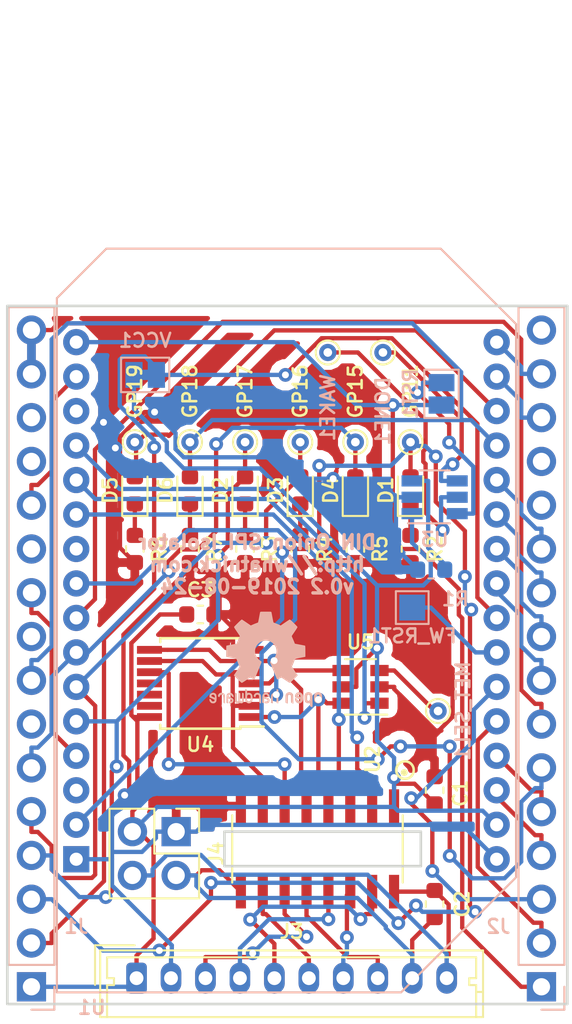
<source format=kicad_pcb>
(kicad_pcb (version 20171130) (host pcbnew "(2018-02-15 revision 29b28de31)-makepkg")

  (general
    (thickness 1.6)
    (drawings 12)
    (tracks 592)
    (zones 0)
    (modules 38)
    (nets 61)
  )

  (page A4)
  (layers
    (0 F.Cu mixed)
    (1 In1.Cu signal)
    (2 In2.Cu signal)
    (31 B.Cu mixed)
    (32 B.Adhes user)
    (33 F.Adhes user)
    (34 B.Paste user)
    (35 F.Paste user)
    (36 B.SilkS user)
    (37 F.SilkS user)
    (38 B.Mask user)
    (39 F.Mask user)
    (40 Dwgs.User user)
    (41 Cmts.User user)
    (42 Eco1.User user)
    (43 Eco2.User user)
    (44 Edge.Cuts user)
    (45 Margin user)
    (46 B.CrtYd user)
    (47 F.CrtYd user)
    (48 B.Fab user hide)
    (49 F.Fab user hide)
  )

  (setup
    (last_trace_width 0.25)
    (trace_clearance 0.2)
    (zone_clearance 0.508)
    (zone_45_only no)
    (trace_min 0.2)
    (segment_width 0.2)
    (edge_width 0.15)
    (via_size 0.8)
    (via_drill 0.4)
    (via_min_size 0.4)
    (via_min_drill 0.3)
    (uvia_size 0.3)
    (uvia_drill 0.1)
    (uvias_allowed no)
    (uvia_min_size 0.2)
    (uvia_min_drill 0.1)
    (pcb_text_width 0.3)
    (pcb_text_size 1.5 1.5)
    (mod_edge_width 0.15)
    (mod_text_size 0.8 0.8)
    (mod_text_width 0.15)
    (pad_size 1.524 1.524)
    (pad_drill 0.762)
    (pad_to_mask_clearance 0.2)
    (aux_axis_origin 0 0)
    (visible_elements 7FFFFFFF)
    (pcbplotparams
      (layerselection 0x010fc_ffffffff)
      (usegerberextensions false)
      (usegerberattributes false)
      (usegerberadvancedattributes false)
      (creategerberjobfile false)
      (excludeedgelayer true)
      (linewidth 0.100000)
      (plotframeref false)
      (viasonmask false)
      (mode 1)
      (useauxorigin false)
      (hpglpennumber 1)
      (hpglpenspeed 20)
      (hpglpendiameter 15)
      (psnegative false)
      (psa4output false)
      (plotreference true)
      (plotvalue true)
      (plotinvisibletext false)
      (padsonsilk false)
      (subtractmaskfromsilk false)
      (outputformat 1)
      (mirror false)
      (drillshape 1)
      (scaleselection 1)
      (outputdirectory ""))
  )

  (net 0 "")
  (net 1 "Net-(J1-Pad10)")
  (net 2 "Net-(J1-Pad12)")
  (net 3 "Net-(J1-Pad14)")
  (net 4 "Net-(J1-Pad9)")
  (net 5 "Net-(J1-Pad11)")
  (net 6 "Net-(J1-Pad13)")
  (net 7 "Net-(J2-Pad15)")
  (net 8 "Net-(J2-Pad13)")
  (net 9 "Net-(J2-Pad11)")
  (net 10 "Net-(J2-Pad9)")
  (net 11 "Net-(J2-Pad7)")
  (net 12 "Net-(J2-Pad3)")
  (net 13 "Net-(J2-Pad16)")
  (net 14 "Net-(J2-Pad14)")
  (net 15 "Net-(J2-Pad12)")
  (net 16 "Net-(J2-Pad10)")
  (net 17 "Net-(J2-Pad8)")
  (net 18 "Net-(J2-Pad6)")
  (net 19 "Net-(J2-Pad2)")
  (net 20 U_D-)
  (net 21 U_D+)
  (net 22 MISO_O)
  (net 23 MOSI_O)
  (net 24 CLK_O)
  (net 25 CS0_O)
  (net 26 MISO_E)
  (net 27 CS2_E)
  (net 28 CS1_E)
  (net 29 CS0_E)
  (net 30 MOSI_E)
  (net 31 CLK_E)
  (net 32 3V3_C)
  (net 33 GND_C)
  (net 34 GND_I)
  (net 35 3V3_I)
  (net 36 3V3_O)
  (net 37 "Net-(FW_RST1-Pad1)")
  (net 38 "Net-(R1-Pad2)")
  (net 39 "Net-(U3-Pad5)")
  (net 40 ~RST)
  (net 41 "Net-(DONE1-Pad1)")
  (net 42 "Net-(RST1-Pad1)")
  (net 43 /GP18)
  (net 44 /GP17)
  (net 45 /GP16)
  (net 46 /GP15)
  (net 47 /GP11)
  (net 48 /GP19)
  (net 49 MISO_O_ISO)
  (net 50 "Net-(U4-Pad3)")
  (net 51 "Net-(D6-Pad1)")
  (net 52 "Net-(D5-Pad1)")
  (net 53 "Net-(D4-Pad1)")
  (net 54 "Net-(D3-Pad1)")
  (net 55 "Net-(D2-Pad1)")
  (net 56 "Net-(D1-Pad1)")
  (net 57 CSMUX_0)
  (net 58 CSMUX_1)
  (net 59 CS_SPARE)
  (net 60 "Net-(MET_SEL1-Pad1)")

  (net_class Default "This is the default net class."
    (clearance 0.2)
    (trace_width 0.25)
    (via_dia 0.8)
    (via_drill 0.4)
    (uvia_dia 0.3)
    (uvia_drill 0.1)
    (add_net /GP11)
    (add_net /GP15)
    (add_net /GP16)
    (add_net /GP17)
    (add_net /GP18)
    (add_net /GP19)
    (add_net 3V3_C)
    (add_net 3V3_I)
    (add_net 3V3_O)
    (add_net CLK_E)
    (add_net CLK_O)
    (add_net CS0_E)
    (add_net CS0_O)
    (add_net CS1_E)
    (add_net CS2_E)
    (add_net CSMUX_0)
    (add_net CSMUX_1)
    (add_net CS_SPARE)
    (add_net GND_C)
    (add_net GND_I)
    (add_net MISO_E)
    (add_net MISO_O)
    (add_net MISO_O_ISO)
    (add_net MOSI_E)
    (add_net MOSI_O)
    (add_net "Net-(D1-Pad1)")
    (add_net "Net-(D2-Pad1)")
    (add_net "Net-(D3-Pad1)")
    (add_net "Net-(D4-Pad1)")
    (add_net "Net-(D5-Pad1)")
    (add_net "Net-(D6-Pad1)")
    (add_net "Net-(DONE1-Pad1)")
    (add_net "Net-(FW_RST1-Pad1)")
    (add_net "Net-(J1-Pad10)")
    (add_net "Net-(J1-Pad11)")
    (add_net "Net-(J1-Pad12)")
    (add_net "Net-(J1-Pad13)")
    (add_net "Net-(J1-Pad14)")
    (add_net "Net-(J1-Pad9)")
    (add_net "Net-(J2-Pad10)")
    (add_net "Net-(J2-Pad11)")
    (add_net "Net-(J2-Pad12)")
    (add_net "Net-(J2-Pad13)")
    (add_net "Net-(J2-Pad14)")
    (add_net "Net-(J2-Pad15)")
    (add_net "Net-(J2-Pad16)")
    (add_net "Net-(J2-Pad2)")
    (add_net "Net-(J2-Pad3)")
    (add_net "Net-(J2-Pad6)")
    (add_net "Net-(J2-Pad7)")
    (add_net "Net-(J2-Pad8)")
    (add_net "Net-(J2-Pad9)")
    (add_net "Net-(MET_SEL1-Pad1)")
    (add_net "Net-(R1-Pad2)")
    (add_net "Net-(RST1-Pad1)")
    (add_net "Net-(U3-Pad5)")
    (add_net "Net-(U4-Pad3)")
    (add_net U_D+)
    (add_net U_D-)
    (add_net ~RST)
  )

  (module SI8661AB-B-IS1:SOIC127P600X175-16N (layer F.Cu) (tedit 5D5D7E12) (tstamp 5D00E595)
    (at 148 111 270)
    (path /5CE781D0)
    (attr smd)
    (fp_text reference U2 (at -5.2 -3.2 270) (layer F.SilkS)
      (effects (font (size 0.8 0.8) (thickness 0.15)))
    )
    (fp_text value SI8661AB-B-IS1 (at 5.5 0) (layer F.SilkS) hide
      (effects (font (size 0.8 0.8) (thickness 0.15)))
    )
    (fp_circle (center -4.43 -5.035) (end -4.23 -5.035) (layer F.SilkS) (width 0))
    (fp_circle (center -4.43 -5.035) (end -4.23 -5.035) (layer Dwgs.User) (width 0))
    (fp_line (start -1.95 -4.95) (end 1.95 -4.95) (layer Dwgs.User) (width 0.127))
    (fp_line (start -1.95 4.95) (end 1.95 4.95) (layer Dwgs.User) (width 0.127))
    (fp_line (start -1.95 -4.95) (end 1.95 -4.95) (layer F.SilkS) (width 0.127))
    (fp_line (start -1.95 4.95) (end 1.95 4.95) (layer F.SilkS) (width 0.127))
    (fp_line (start -1.95 -4.95) (end -1.95 4.95) (layer Dwgs.User) (width 0.127))
    (fp_line (start 1.95 -4.95) (end 1.95 4.95) (layer Dwgs.User) (width 0.127))
    (fp_line (start -3.705 -5.2) (end 3.705 -5.2) (layer Dwgs.User) (width 0.05))
    (fp_line (start -3.705 5.2) (end 3.705 5.2) (layer Dwgs.User) (width 0.05))
    (fp_line (start -3.705 -5.2) (end -3.705 5.2) (layer Dwgs.User) (width 0.05))
    (fp_line (start 3.705 -5.2) (end 3.705 5.2) (layer Dwgs.User) (width 0.05))
    (fp_circle (center -4.572 -5.08) (end -4.572 -4.572) (layer F.SilkS) (width 0.15))
    (pad 1 smd rect (at -2.48 -4.445 270) (size 1.95 0.59) (layers F.Cu F.Paste F.Mask)
      (net 32 3V3_C))
    (pad 2 smd rect (at -2.48 -3.175 270) (size 1.95 0.59) (layers F.Cu F.Paste F.Mask)
      (net 24 CLK_O))
    (pad 3 smd rect (at -2.48 -1.905 270) (size 1.95 0.59) (layers F.Cu F.Paste F.Mask)
      (net 23 MOSI_O))
    (pad 4 smd rect (at -2.48 -0.635 270) (size 1.95 0.59) (layers F.Cu F.Paste F.Mask)
      (net 57 CSMUX_0))
    (pad 5 smd rect (at -2.48 0.635 270) (size 1.95 0.59) (layers F.Cu F.Paste F.Mask)
      (net 58 CSMUX_1))
    (pad 6 smd rect (at -2.48 1.905 270) (size 1.95 0.59) (layers F.Cu F.Paste F.Mask)
      (net 59 CS_SPARE))
    (pad 7 smd rect (at -2.48 3.175 270) (size 1.95 0.59) (layers F.Cu F.Paste F.Mask)
      (net 49 MISO_O_ISO))
    (pad 8 smd rect (at -2.48 4.445 270) (size 1.95 0.59) (layers F.Cu F.Paste F.Mask)
      (net 33 GND_C))
    (pad 9 smd rect (at 2.48 4.445 270) (size 1.95 0.59) (layers F.Cu F.Paste F.Mask)
      (net 34 GND_I))
    (pad 10 smd rect (at 2.48 3.175 270) (size 1.95 0.59) (layers F.Cu F.Paste F.Mask)
      (net 26 MISO_E))
    (pad 11 smd rect (at 2.48 1.905 270) (size 1.95 0.59) (layers F.Cu F.Paste F.Mask)
      (net 27 CS2_E))
    (pad 12 smd rect (at 2.48 0.635 270) (size 1.95 0.59) (layers F.Cu F.Paste F.Mask)
      (net 28 CS1_E))
    (pad 13 smd rect (at 2.48 -0.635 270) (size 1.95 0.59) (layers F.Cu F.Paste F.Mask)
      (net 29 CS0_E))
    (pad 14 smd rect (at 2.48 -1.905 270) (size 1.95 0.59) (layers F.Cu F.Paste F.Mask)
      (net 30 MOSI_E))
    (pad 15 smd rect (at 2.48 -3.175 270) (size 1.95 0.59) (layers F.Cu F.Paste F.Mask)
      (net 31 CLK_E))
    (pad 16 smd rect (at 2.48 -4.445 270) (size 1.95 0.59) (layers F.Cu F.Paste F.Mask)
      (net 35 3V3_I))
    (model ${KISYS3DMOD}/Package_SO.3dshapes/SOIC-16_3.9x9.9mm_P1.27mm.step
      (at (xyz 0 0 0))
      (scale (xyz 1 1 1))
      (rotate (xyz 0 0 0))
    )
  )

  (module Capacitor_SMD:C_0603_1608Metric (layer F.Cu) (tedit 5B301BBE) (tstamp 5D6AA40A)
    (at 141.2 97.4)
    (descr "Capacitor SMD 0603 (1608 Metric), square (rectangular) end terminal, IPC_7351 nominal, (Body size source: http://www.tortai-tech.com/upload/download/2011102023233369053.pdf), generated with kicad-footprint-generator")
    (tags capacitor)
    (path /5D5DAF0D)
    (attr smd)
    (fp_text reference C3 (at 0 -1.43) (layer F.SilkS)
      (effects (font (size 0.8 0.8) (thickness 0.15)))
    )
    (fp_text value 100nF (at 0 1.43) (layer F.Fab)
      (effects (font (size 0.8 0.8) (thickness 0.15)))
    )
    (fp_line (start -0.8 0.4) (end -0.8 -0.4) (layer F.Fab) (width 0.1))
    (fp_line (start -0.8 -0.4) (end 0.8 -0.4) (layer F.Fab) (width 0.1))
    (fp_line (start 0.8 -0.4) (end 0.8 0.4) (layer F.Fab) (width 0.1))
    (fp_line (start 0.8 0.4) (end -0.8 0.4) (layer F.Fab) (width 0.1))
    (fp_line (start -0.162779 -0.51) (end 0.162779 -0.51) (layer F.SilkS) (width 0.12))
    (fp_line (start -0.162779 0.51) (end 0.162779 0.51) (layer F.SilkS) (width 0.12))
    (fp_line (start -1.48 0.73) (end -1.48 -0.73) (layer F.CrtYd) (width 0.05))
    (fp_line (start -1.48 -0.73) (end 1.48 -0.73) (layer F.CrtYd) (width 0.05))
    (fp_line (start 1.48 -0.73) (end 1.48 0.73) (layer F.CrtYd) (width 0.05))
    (fp_line (start 1.48 0.73) (end -1.48 0.73) (layer F.CrtYd) (width 0.05))
    (fp_text user %R (at 0 0) (layer F.Fab)
      (effects (font (size 0.8 0.8) (thickness 0.15)))
    )
    (pad 1 smd roundrect (at -0.7875 0) (size 0.875 0.95) (layers F.Cu F.Paste F.Mask)(roundrect_rratio 0.25)
      (net 32 3V3_C))
    (pad 2 smd roundrect (at 0.7875 0) (size 0.875 0.95) (layers F.Cu F.Paste F.Mask)(roundrect_rratio 0.25)
      (net 33 GND_C))
    (model ${KISYS3DMOD}/Capacitor_SMD.3dshapes/C_0603_1608Metric.wrl
      (at (xyz 0 0 0))
      (scale (xyz 1 1 1))
      (rotate (xyz 0 0 0))
    )
  )

  (module Connector_PinHeader_2.54mm:PinHeader_2x02_P2.54mm_Vertical (layer F.Cu) (tedit 59FED5CC) (tstamp 5D6AA381)
    (at 139.8 110 270)
    (descr "Through hole straight pin header, 2x02, 2.54mm pitch, double rows")
    (tags "Through hole pin header THT 2x02 2.54mm double row")
    (path /5D5DFAB5)
    (fp_text reference J4 (at 1.27 -2.33 270) (layer F.SilkS)
      (effects (font (size 0.8 0.8) (thickness 0.15)))
    )
    (fp_text value Test_Power_Bridge (at 1.27 4.87 270) (layer F.Fab)
      (effects (font (size 0.8 0.8) (thickness 0.15)))
    )
    (fp_line (start 0 -1.27) (end 3.81 -1.27) (layer F.Fab) (width 0.1))
    (fp_line (start 3.81 -1.27) (end 3.81 3.81) (layer F.Fab) (width 0.1))
    (fp_line (start 3.81 3.81) (end -1.27 3.81) (layer F.Fab) (width 0.1))
    (fp_line (start -1.27 3.81) (end -1.27 0) (layer F.Fab) (width 0.1))
    (fp_line (start -1.27 0) (end 0 -1.27) (layer F.Fab) (width 0.1))
    (fp_line (start -1.33 3.87) (end 3.87 3.87) (layer F.SilkS) (width 0.12))
    (fp_line (start -1.33 1.27) (end -1.33 3.87) (layer F.SilkS) (width 0.12))
    (fp_line (start 3.87 -1.33) (end 3.87 3.87) (layer F.SilkS) (width 0.12))
    (fp_line (start -1.33 1.27) (end 1.27 1.27) (layer F.SilkS) (width 0.12))
    (fp_line (start 1.27 1.27) (end 1.27 -1.33) (layer F.SilkS) (width 0.12))
    (fp_line (start 1.27 -1.33) (end 3.87 -1.33) (layer F.SilkS) (width 0.12))
    (fp_line (start -1.33 0) (end -1.33 -1.33) (layer F.SilkS) (width 0.12))
    (fp_line (start -1.33 -1.33) (end 0 -1.33) (layer F.SilkS) (width 0.12))
    (fp_line (start -1.8 -1.8) (end -1.8 4.35) (layer F.CrtYd) (width 0.05))
    (fp_line (start -1.8 4.35) (end 4.35 4.35) (layer F.CrtYd) (width 0.05))
    (fp_line (start 4.35 4.35) (end 4.35 -1.8) (layer F.CrtYd) (width 0.05))
    (fp_line (start 4.35 -1.8) (end -1.8 -1.8) (layer F.CrtYd) (width 0.05))
    (fp_text user %R (at 1.27 1.27) (layer F.Fab)
      (effects (font (size 0.8 0.8) (thickness 0.15)))
    )
    (pad 1 thru_hole rect (at 0 0 270) (size 1.7 1.7) (drill 1) (layers *.Cu *.Mask)
      (net 33 GND_C))
    (pad 2 thru_hole oval (at 2.54 0 270) (size 1.7 1.7) (drill 1) (layers *.Cu *.Mask)
      (net 34 GND_I))
    (pad 3 thru_hole oval (at 0 2.54 270) (size 1.7 1.7) (drill 1) (layers *.Cu *.Mask)
      (net 32 3V3_C))
    (pad 4 thru_hole oval (at 2.54 2.54 270) (size 1.7 1.7) (drill 1) (layers *.Cu *.Mask)
      (net 35 3V3_I))
    (model ${KISYS3DMOD}/Connector_PinHeader_2.54mm.3dshapes/PinHeader_2x02_P2.54mm_Vertical.wrl
      (at (xyz 0 0 0))
      (scale (xyz 1 1 1))
      (rotate (xyz 0 0 0))
    )
  )

  (module TestPoint:TestPoint_THTPad_D1.0mm_Drill0.5mm (layer F.Cu) (tedit 5A0F774F) (tstamp 5D6751F2)
    (at 155 103 270)
    (descr "THT pad as test Point, diameter 1.0mm, hole diameter 0.5mm")
    (tags "test point THT pad")
    (path /5D5B0E57)
    (attr virtual)
    (fp_text reference MET_SEL1 (at 0 -1.448 270) (layer B.SilkS)
      (effects (font (size 0.8 0.8) (thickness 0.15)) (justify mirror))
    )
    (fp_text value MET_S (at 0 1.55 270) (layer F.Fab)
      (effects (font (size 0.8 0.8) (thickness 0.15)))
    )
    (fp_text user %R (at 0 -1.45 270) (layer F.Fab)
      (effects (font (size 0.8 0.8) (thickness 0.15)))
    )
    (fp_circle (center 0 0) (end 1 0) (layer F.CrtYd) (width 0.05))
    (fp_circle (center 0 0) (end 0 0.7) (layer F.SilkS) (width 0.12))
    (pad 1 thru_hole circle (at 0 0 270) (size 1 1) (drill 0.5) (layers *.Cu *.Mask)
      (net 60 "Net-(MET_SEL1-Pad1)"))
  )

  (module Package_TO_SOT_SMD:SOT-23-6 (layer F.Cu) (tedit 5A02FF57) (tstamp 5D6734E9)
    (at 150.5 101.6 180)
    (descr "6-pin SOT-23 package")
    (tags SOT-23-6)
    (path /5D5A3EC1)
    (attr smd)
    (fp_text reference U5 (at 0 2.6 180) (layer F.SilkS)
      (effects (font (size 0.8 0.8) (thickness 0.15)))
    )
    (fp_text value NL7SZ19 (at 0 2.9 180) (layer F.Fab)
      (effects (font (size 0.8 0.8) (thickness 0.15)))
    )
    (fp_text user %R (at 0 0 270) (layer F.Fab)
      (effects (font (size 0.8 0.8) (thickness 0.15)))
    )
    (fp_line (start -0.9 1.61) (end 0.9 1.61) (layer F.SilkS) (width 0.12))
    (fp_line (start 0.9 -1.61) (end -1.55 -1.61) (layer F.SilkS) (width 0.12))
    (fp_line (start 1.9 -1.8) (end -1.9 -1.8) (layer F.CrtYd) (width 0.05))
    (fp_line (start 1.9 1.8) (end 1.9 -1.8) (layer F.CrtYd) (width 0.05))
    (fp_line (start -1.9 1.8) (end 1.9 1.8) (layer F.CrtYd) (width 0.05))
    (fp_line (start -1.9 -1.8) (end -1.9 1.8) (layer F.CrtYd) (width 0.05))
    (fp_line (start -0.9 -0.9) (end -0.25 -1.55) (layer F.Fab) (width 0.1))
    (fp_line (start 0.9 -1.55) (end -0.25 -1.55) (layer F.Fab) (width 0.1))
    (fp_line (start -0.9 -0.9) (end -0.9 1.55) (layer F.Fab) (width 0.1))
    (fp_line (start 0.9 1.55) (end -0.9 1.55) (layer F.Fab) (width 0.1))
    (fp_line (start 0.9 -1.55) (end 0.9 1.55) (layer F.Fab) (width 0.1))
    (pad 1 smd rect (at -1.1 -0.95 180) (size 1.06 0.65) (layers F.Cu F.Paste F.Mask)
      (net 25 CS0_O))
    (pad 2 smd rect (at -1.1 0 180) (size 1.06 0.65) (layers F.Cu F.Paste F.Mask)
      (net 33 GND_C))
    (pad 3 smd rect (at -1.1 0.95 180) (size 1.06 0.65) (layers F.Cu F.Paste F.Mask)
      (net 60 "Net-(MET_SEL1-Pad1)"))
    (pad 4 smd rect (at 1.1 0.95 180) (size 1.06 0.65) (layers F.Cu F.Paste F.Mask)
      (net 58 CSMUX_1))
    (pad 6 smd rect (at 1.1 -0.95 180) (size 1.06 0.65) (layers F.Cu F.Paste F.Mask)
      (net 57 CSMUX_0))
    (pad 5 smd rect (at 1.1 0 180) (size 1.06 0.65) (layers F.Cu F.Paste F.Mask)
      (net 32 3V3_C))
    (model ${KISYS3DMOD}/Package_TO_SOT_SMD.3dshapes/SOT-23-6.wrl
      (at (xyz 0 0 0))
      (scale (xyz 1 1 1))
      (rotate (xyz 0 0 0))
    )
  )

  (module Resistor_SMD:R_0603_1608Metric (layer F.Cu) (tedit 5B301BBD) (tstamp 5D89F611)
    (at 150.2 93.6 270)
    (descr "Resistor SMD 0603 (1608 Metric), square (rectangular) end terminal, IPC_7351 nominal, (Body size source: http://www.tortai-tech.com/upload/download/2011102023233369053.pdf), generated with kicad-footprint-generator")
    (tags resistor)
    (path /5D5C1991)
    (attr smd)
    (fp_text reference R5 (at 0 -1.43 270) (layer F.SilkS)
      (effects (font (size 0.8 0.8) (thickness 0.15)))
    )
    (fp_text value 330R (at 0 1.43 270) (layer F.Fab)
      (effects (font (size 0.8 0.8) (thickness 0.15)))
    )
    (fp_text user %R (at 0 0 270) (layer F.Fab)
      (effects (font (size 0.8 0.8) (thickness 0.15)))
    )
    (fp_line (start 1.48 0.73) (end -1.48 0.73) (layer F.CrtYd) (width 0.05))
    (fp_line (start 1.48 -0.73) (end 1.48 0.73) (layer F.CrtYd) (width 0.05))
    (fp_line (start -1.48 -0.73) (end 1.48 -0.73) (layer F.CrtYd) (width 0.05))
    (fp_line (start -1.48 0.73) (end -1.48 -0.73) (layer F.CrtYd) (width 0.05))
    (fp_line (start -0.162779 0.51) (end 0.162779 0.51) (layer F.SilkS) (width 0.12))
    (fp_line (start -0.162779 -0.51) (end 0.162779 -0.51) (layer F.SilkS) (width 0.12))
    (fp_line (start 0.8 0.4) (end -0.8 0.4) (layer F.Fab) (width 0.1))
    (fp_line (start 0.8 -0.4) (end 0.8 0.4) (layer F.Fab) (width 0.1))
    (fp_line (start -0.8 -0.4) (end 0.8 -0.4) (layer F.Fab) (width 0.1))
    (fp_line (start -0.8 0.4) (end -0.8 -0.4) (layer F.Fab) (width 0.1))
    (pad 2 smd roundrect (at 0.7875 0 270) (size 0.875 0.95) (layers F.Cu F.Paste F.Mask)(roundrect_rratio 0.25)
      (net 33 GND_C))
    (pad 1 smd roundrect (at -0.7875 0 270) (size 0.875 0.95) (layers F.Cu F.Paste F.Mask)(roundrect_rratio 0.25)
      (net 53 "Net-(D4-Pad1)"))
    (model ${KISYS3DMOD}/Resistor_SMD.3dshapes/R_0603_1608Metric.wrl
      (at (xyz 0 0 0))
      (scale (xyz 1 1 1))
      (rotate (xyz 0 0 0))
    )
  )

  (module Resistor_SMD:R_0603_1608Metric (layer F.Cu) (tedit 5B301BBD) (tstamp 5D89F600)
    (at 143.8 93.6 270)
    (descr "Resistor SMD 0603 (1608 Metric), square (rectangular) end terminal, IPC_7351 nominal, (Body size source: http://www.tortai-tech.com/upload/download/2011102023233369053.pdf), generated with kicad-footprint-generator")
    (tags resistor)
    (path /5D5C16C9)
    (attr smd)
    (fp_text reference R3 (at 0 -1.43 270) (layer F.SilkS)
      (effects (font (size 0.8 0.8) (thickness 0.15)))
    )
    (fp_text value 330R (at 0 1.43 270) (layer F.Fab)
      (effects (font (size 0.8 0.8) (thickness 0.15)))
    )
    (fp_line (start -0.8 0.4) (end -0.8 -0.4) (layer F.Fab) (width 0.1))
    (fp_line (start -0.8 -0.4) (end 0.8 -0.4) (layer F.Fab) (width 0.1))
    (fp_line (start 0.8 -0.4) (end 0.8 0.4) (layer F.Fab) (width 0.1))
    (fp_line (start 0.8 0.4) (end -0.8 0.4) (layer F.Fab) (width 0.1))
    (fp_line (start -0.162779 -0.51) (end 0.162779 -0.51) (layer F.SilkS) (width 0.12))
    (fp_line (start -0.162779 0.51) (end 0.162779 0.51) (layer F.SilkS) (width 0.12))
    (fp_line (start -1.48 0.73) (end -1.48 -0.73) (layer F.CrtYd) (width 0.05))
    (fp_line (start -1.48 -0.73) (end 1.48 -0.73) (layer F.CrtYd) (width 0.05))
    (fp_line (start 1.48 -0.73) (end 1.48 0.73) (layer F.CrtYd) (width 0.05))
    (fp_line (start 1.48 0.73) (end -1.48 0.73) (layer F.CrtYd) (width 0.05))
    (fp_text user %R (at 0 0 270) (layer F.Fab)
      (effects (font (size 0.8 0.8) (thickness 0.15)))
    )
    (pad 1 smd roundrect (at -0.7875 0 270) (size 0.875 0.95) (layers F.Cu F.Paste F.Mask)(roundrect_rratio 0.25)
      (net 55 "Net-(D2-Pad1)"))
    (pad 2 smd roundrect (at 0.7875 0 270) (size 0.875 0.95) (layers F.Cu F.Paste F.Mask)(roundrect_rratio 0.25)
      (net 33 GND_C))
    (model ${KISYS3DMOD}/Resistor_SMD.3dshapes/R_0603_1608Metric.wrl
      (at (xyz 0 0 0))
      (scale (xyz 1 1 1))
      (rotate (xyz 0 0 0))
    )
  )

  (module Resistor_SMD:R_0603_1608Metric (layer F.Cu) (tedit 5B301BBD) (tstamp 5D89F5EF)
    (at 153.4 93.6 270)
    (descr "Resistor SMD 0603 (1608 Metric), square (rectangular) end terminal, IPC_7351 nominal, (Body size source: http://www.tortai-tech.com/upload/download/2011102023233369053.pdf), generated with kicad-footprint-generator")
    (tags resistor)
    (path /5D5C1488)
    (attr smd)
    (fp_text reference R2 (at 0 -1.43 270) (layer F.SilkS)
      (effects (font (size 0.8 0.8) (thickness 0.15)))
    )
    (fp_text value 330R (at 0 1.43 270) (layer F.Fab)
      (effects (font (size 0.8 0.8) (thickness 0.15)))
    )
    (fp_text user %R (at 0 0 270) (layer F.Fab)
      (effects (font (size 0.8 0.8) (thickness 0.15)))
    )
    (fp_line (start 1.48 0.73) (end -1.48 0.73) (layer F.CrtYd) (width 0.05))
    (fp_line (start 1.48 -0.73) (end 1.48 0.73) (layer F.CrtYd) (width 0.05))
    (fp_line (start -1.48 -0.73) (end 1.48 -0.73) (layer F.CrtYd) (width 0.05))
    (fp_line (start -1.48 0.73) (end -1.48 -0.73) (layer F.CrtYd) (width 0.05))
    (fp_line (start -0.162779 0.51) (end 0.162779 0.51) (layer F.SilkS) (width 0.12))
    (fp_line (start -0.162779 -0.51) (end 0.162779 -0.51) (layer F.SilkS) (width 0.12))
    (fp_line (start 0.8 0.4) (end -0.8 0.4) (layer F.Fab) (width 0.1))
    (fp_line (start 0.8 -0.4) (end 0.8 0.4) (layer F.Fab) (width 0.1))
    (fp_line (start -0.8 -0.4) (end 0.8 -0.4) (layer F.Fab) (width 0.1))
    (fp_line (start -0.8 0.4) (end -0.8 -0.4) (layer F.Fab) (width 0.1))
    (pad 2 smd roundrect (at 0.7875 0 270) (size 0.875 0.95) (layers F.Cu F.Paste F.Mask)(roundrect_rratio 0.25)
      (net 33 GND_C))
    (pad 1 smd roundrect (at -0.7875 0 270) (size 0.875 0.95) (layers F.Cu F.Paste F.Mask)(roundrect_rratio 0.25)
      (net 56 "Net-(D1-Pad1)"))
    (model ${KISYS3DMOD}/Resistor_SMD.3dshapes/R_0603_1608Metric.wrl
      (at (xyz 0 0 0))
      (scale (xyz 1 1 1))
      (rotate (xyz 0 0 0))
    )
  )

  (module Resistor_SMD:R_0603_1608Metric (layer F.Cu) (tedit 5B301BBD) (tstamp 5D89F5BE)
    (at 140.6 93.6 270)
    (descr "Resistor SMD 0603 (1608 Metric), square (rectangular) end terminal, IPC_7351 nominal, (Body size source: http://www.tortai-tech.com/upload/download/2011102023233369053.pdf), generated with kicad-footprint-generator")
    (tags resistor)
    (path /5D5C1D4E)
    (attr smd)
    (fp_text reference R7 (at 0 -1.43 270) (layer F.SilkS)
      (effects (font (size 0.8 0.8) (thickness 0.15)))
    )
    (fp_text value 330R (at 0 1.43 270) (layer F.Fab)
      (effects (font (size 0.8 0.8) (thickness 0.15)))
    )
    (fp_line (start -0.8 0.4) (end -0.8 -0.4) (layer F.Fab) (width 0.1))
    (fp_line (start -0.8 -0.4) (end 0.8 -0.4) (layer F.Fab) (width 0.1))
    (fp_line (start 0.8 -0.4) (end 0.8 0.4) (layer F.Fab) (width 0.1))
    (fp_line (start 0.8 0.4) (end -0.8 0.4) (layer F.Fab) (width 0.1))
    (fp_line (start -0.162779 -0.51) (end 0.162779 -0.51) (layer F.SilkS) (width 0.12))
    (fp_line (start -0.162779 0.51) (end 0.162779 0.51) (layer F.SilkS) (width 0.12))
    (fp_line (start -1.48 0.73) (end -1.48 -0.73) (layer F.CrtYd) (width 0.05))
    (fp_line (start -1.48 -0.73) (end 1.48 -0.73) (layer F.CrtYd) (width 0.05))
    (fp_line (start 1.48 -0.73) (end 1.48 0.73) (layer F.CrtYd) (width 0.05))
    (fp_line (start 1.48 0.73) (end -1.48 0.73) (layer F.CrtYd) (width 0.05))
    (fp_text user %R (at 0 0 270) (layer F.Fab)
      (effects (font (size 0.8 0.8) (thickness 0.15)))
    )
    (pad 1 smd roundrect (at -0.7875 0 270) (size 0.875 0.95) (layers F.Cu F.Paste F.Mask)(roundrect_rratio 0.25)
      (net 51 "Net-(D6-Pad1)"))
    (pad 2 smd roundrect (at 0.7875 0 270) (size 0.875 0.95) (layers F.Cu F.Paste F.Mask)(roundrect_rratio 0.25)
      (net 33 GND_C))
    (model ${KISYS3DMOD}/Resistor_SMD.3dshapes/R_0603_1608Metric.wrl
      (at (xyz 0 0 0))
      (scale (xyz 1 1 1))
      (rotate (xyz 0 0 0))
    )
  )

  (module Resistor_SMD:R_0603_1608Metric (layer F.Cu) (tedit 5B301BBD) (tstamp 5D89F5AD)
    (at 147 93.6 270)
    (descr "Resistor SMD 0603 (1608 Metric), square (rectangular) end terminal, IPC_7351 nominal, (Body size source: http://www.tortai-tech.com/upload/download/2011102023233369053.pdf), generated with kicad-footprint-generator")
    (tags resistor)
    (path /5D5C18F9)
    (attr smd)
    (fp_text reference R4 (at 0 -1.43 270) (layer F.SilkS)
      (effects (font (size 0.8 0.8) (thickness 0.15)))
    )
    (fp_text value 330R (at 0 1.43 270) (layer F.Fab)
      (effects (font (size 0.8 0.8) (thickness 0.15)))
    )
    (fp_text user %R (at 0 0 270) (layer F.Fab)
      (effects (font (size 0.8 0.8) (thickness 0.15)))
    )
    (fp_line (start 1.48 0.73) (end -1.48 0.73) (layer F.CrtYd) (width 0.05))
    (fp_line (start 1.48 -0.73) (end 1.48 0.73) (layer F.CrtYd) (width 0.05))
    (fp_line (start -1.48 -0.73) (end 1.48 -0.73) (layer F.CrtYd) (width 0.05))
    (fp_line (start -1.48 0.73) (end -1.48 -0.73) (layer F.CrtYd) (width 0.05))
    (fp_line (start -0.162779 0.51) (end 0.162779 0.51) (layer F.SilkS) (width 0.12))
    (fp_line (start -0.162779 -0.51) (end 0.162779 -0.51) (layer F.SilkS) (width 0.12))
    (fp_line (start 0.8 0.4) (end -0.8 0.4) (layer F.Fab) (width 0.1))
    (fp_line (start 0.8 -0.4) (end 0.8 0.4) (layer F.Fab) (width 0.1))
    (fp_line (start -0.8 -0.4) (end 0.8 -0.4) (layer F.Fab) (width 0.1))
    (fp_line (start -0.8 0.4) (end -0.8 -0.4) (layer F.Fab) (width 0.1))
    (pad 2 smd roundrect (at 0.7875 0 270) (size 0.875 0.95) (layers F.Cu F.Paste F.Mask)(roundrect_rratio 0.25)
      (net 33 GND_C))
    (pad 1 smd roundrect (at -0.7875 0 270) (size 0.875 0.95) (layers F.Cu F.Paste F.Mask)(roundrect_rratio 0.25)
      (net 54 "Net-(D3-Pad1)"))
    (model ${KISYS3DMOD}/Resistor_SMD.3dshapes/R_0603_1608Metric.wrl
      (at (xyz 0 0 0))
      (scale (xyz 1 1 1))
      (rotate (xyz 0 0 0))
    )
  )

  (module Resistor_SMD:R_0603_1608Metric (layer F.Cu) (tedit 5B301BBD) (tstamp 5D89F59C)
    (at 137.4 93.6 270)
    (descr "Resistor SMD 0603 (1608 Metric), square (rectangular) end terminal, IPC_7351 nominal, (Body size source: http://www.tortai-tech.com/upload/download/2011102023233369053.pdf), generated with kicad-footprint-generator")
    (tags resistor)
    (path /5D5C1B51)
    (attr smd)
    (fp_text reference R6 (at 0 -1.43 270) (layer F.SilkS)
      (effects (font (size 0.8 0.8) (thickness 0.15)))
    )
    (fp_text value 330R (at 0 1.43 270) (layer F.Fab)
      (effects (font (size 0.8 0.8) (thickness 0.15)))
    )
    (fp_line (start -0.8 0.4) (end -0.8 -0.4) (layer F.Fab) (width 0.1))
    (fp_line (start -0.8 -0.4) (end 0.8 -0.4) (layer F.Fab) (width 0.1))
    (fp_line (start 0.8 -0.4) (end 0.8 0.4) (layer F.Fab) (width 0.1))
    (fp_line (start 0.8 0.4) (end -0.8 0.4) (layer F.Fab) (width 0.1))
    (fp_line (start -0.162779 -0.51) (end 0.162779 -0.51) (layer F.SilkS) (width 0.12))
    (fp_line (start -0.162779 0.51) (end 0.162779 0.51) (layer F.SilkS) (width 0.12))
    (fp_line (start -1.48 0.73) (end -1.48 -0.73) (layer F.CrtYd) (width 0.05))
    (fp_line (start -1.48 -0.73) (end 1.48 -0.73) (layer F.CrtYd) (width 0.05))
    (fp_line (start 1.48 -0.73) (end 1.48 0.73) (layer F.CrtYd) (width 0.05))
    (fp_line (start 1.48 0.73) (end -1.48 0.73) (layer F.CrtYd) (width 0.05))
    (fp_text user %R (at 0 0 270) (layer F.Fab)
      (effects (font (size 0.8 0.8) (thickness 0.15)))
    )
    (pad 1 smd roundrect (at -0.7875 0 270) (size 0.875 0.95) (layers F.Cu F.Paste F.Mask)(roundrect_rratio 0.25)
      (net 52 "Net-(D5-Pad1)"))
    (pad 2 smd roundrect (at 0.7875 0 270) (size 0.875 0.95) (layers F.Cu F.Paste F.Mask)(roundrect_rratio 0.25)
      (net 33 GND_C))
    (model ${KISYS3DMOD}/Resistor_SMD.3dshapes/R_0603_1608Metric.wrl
      (at (xyz 0 0 0))
      (scale (xyz 1 1 1))
      (rotate (xyz 0 0 0))
    )
  )

  (module LED_SMD:LED_0603_1608Metric (layer F.Cu) (tedit 5B301BBE) (tstamp 5D711EB0)
    (at 150.2 90.2 90)
    (descr "LED SMD 0603 (1608 Metric), square (rectangular) end terminal, IPC_7351 nominal, (Body size source: http://www.tortai-tech.com/upload/download/2011102023233369053.pdf), generated with kicad-footprint-generator")
    (tags diode)
    (path /5D59743A)
    (attr smd)
    (fp_text reference D4 (at 0 -1.43 90) (layer F.SilkS)
      (effects (font (size 0.8 0.8) (thickness 0.15)))
    )
    (fp_text value LED (at 0 1.43 90) (layer F.Fab)
      (effects (font (size 0.8 0.8) (thickness 0.15)))
    )
    (fp_text user %R (at 0 0 90) (layer F.Fab)
      (effects (font (size 0.8 0.8) (thickness 0.15)))
    )
    (fp_line (start 1.48 0.73) (end -1.48 0.73) (layer F.CrtYd) (width 0.05))
    (fp_line (start 1.48 -0.73) (end 1.48 0.73) (layer F.CrtYd) (width 0.05))
    (fp_line (start -1.48 -0.73) (end 1.48 -0.73) (layer F.CrtYd) (width 0.05))
    (fp_line (start -1.48 0.73) (end -1.48 -0.73) (layer F.CrtYd) (width 0.05))
    (fp_line (start -1.485 0.735) (end 0.8 0.735) (layer F.SilkS) (width 0.12))
    (fp_line (start -1.485 -0.735) (end -1.485 0.735) (layer F.SilkS) (width 0.12))
    (fp_line (start 0.8 -0.735) (end -1.485 -0.735) (layer F.SilkS) (width 0.12))
    (fp_line (start 0.8 0.4) (end 0.8 -0.4) (layer F.Fab) (width 0.1))
    (fp_line (start -0.8 0.4) (end 0.8 0.4) (layer F.Fab) (width 0.1))
    (fp_line (start -0.8 -0.1) (end -0.8 0.4) (layer F.Fab) (width 0.1))
    (fp_line (start -0.5 -0.4) (end -0.8 -0.1) (layer F.Fab) (width 0.1))
    (fp_line (start 0.8 -0.4) (end -0.5 -0.4) (layer F.Fab) (width 0.1))
    (pad 2 smd roundrect (at 0.7875 0 90) (size 0.875 0.95) (layers F.Cu F.Paste F.Mask)(roundrect_rratio 0.25)
      (net 46 /GP15))
    (pad 1 smd roundrect (at -0.7875 0 90) (size 0.875 0.95) (layers F.Cu F.Paste F.Mask)(roundrect_rratio 0.25)
      (net 53 "Net-(D4-Pad1)"))
    (model ${KISYS3DMOD}/LED_SMD.3dshapes/LED_0603_1608Metric.wrl
      (at (xyz 0 0 0))
      (scale (xyz 1 1 1))
      (rotate (xyz 0 0 0))
    )
  )

  (module LED_SMD:LED_0603_1608Metric (layer F.Cu) (tedit 5B301BBE) (tstamp 5D711E9D)
    (at 147 90.2 90)
    (descr "LED SMD 0603 (1608 Metric), square (rectangular) end terminal, IPC_7351 nominal, (Body size source: http://www.tortai-tech.com/upload/download/2011102023233369053.pdf), generated with kicad-footprint-generator")
    (tags diode)
    (path /5D597433)
    (attr smd)
    (fp_text reference D3 (at 0 -1.43 90) (layer F.SilkS)
      (effects (font (size 0.8 0.8) (thickness 0.15)))
    )
    (fp_text value LED (at 0 1.43 90) (layer F.Fab)
      (effects (font (size 0.8 0.8) (thickness 0.15)))
    )
    (fp_line (start 0.8 -0.4) (end -0.5 -0.4) (layer F.Fab) (width 0.1))
    (fp_line (start -0.5 -0.4) (end -0.8 -0.1) (layer F.Fab) (width 0.1))
    (fp_line (start -0.8 -0.1) (end -0.8 0.4) (layer F.Fab) (width 0.1))
    (fp_line (start -0.8 0.4) (end 0.8 0.4) (layer F.Fab) (width 0.1))
    (fp_line (start 0.8 0.4) (end 0.8 -0.4) (layer F.Fab) (width 0.1))
    (fp_line (start 0.8 -0.735) (end -1.485 -0.735) (layer F.SilkS) (width 0.12))
    (fp_line (start -1.485 -0.735) (end -1.485 0.735) (layer F.SilkS) (width 0.12))
    (fp_line (start -1.485 0.735) (end 0.8 0.735) (layer F.SilkS) (width 0.12))
    (fp_line (start -1.48 0.73) (end -1.48 -0.73) (layer F.CrtYd) (width 0.05))
    (fp_line (start -1.48 -0.73) (end 1.48 -0.73) (layer F.CrtYd) (width 0.05))
    (fp_line (start 1.48 -0.73) (end 1.48 0.73) (layer F.CrtYd) (width 0.05))
    (fp_line (start 1.48 0.73) (end -1.48 0.73) (layer F.CrtYd) (width 0.05))
    (fp_text user %R (at 0 0 90) (layer F.Fab)
      (effects (font (size 0.8 0.8) (thickness 0.15)))
    )
    (pad 1 smd roundrect (at -0.7875 0 90) (size 0.875 0.95) (layers F.Cu F.Paste F.Mask)(roundrect_rratio 0.25)
      (net 54 "Net-(D3-Pad1)"))
    (pad 2 smd roundrect (at 0.7875 0 90) (size 0.875 0.95) (layers F.Cu F.Paste F.Mask)(roundrect_rratio 0.25)
      (net 45 /GP16))
    (model ${KISYS3DMOD}/LED_SMD.3dshapes/LED_0603_1608Metric.wrl
      (at (xyz 0 0 0))
      (scale (xyz 1 1 1))
      (rotate (xyz 0 0 0))
    )
  )

  (module LED_SMD:LED_0603_1608Metric (layer F.Cu) (tedit 5B301BBE) (tstamp 5D711E8A)
    (at 143.8 90.2 90)
    (descr "LED SMD 0603 (1608 Metric), square (rectangular) end terminal, IPC_7351 nominal, (Body size source: http://www.tortai-tech.com/upload/download/2011102023233369053.pdf), generated with kicad-footprint-generator")
    (tags diode)
    (path /5D59507F)
    (attr smd)
    (fp_text reference D2 (at 0 -1.43 90) (layer F.SilkS)
      (effects (font (size 0.8 0.8) (thickness 0.15)))
    )
    (fp_text value LED (at 0 1.43 90) (layer F.Fab)
      (effects (font (size 0.8 0.8) (thickness 0.15)))
    )
    (fp_text user %R (at 0 0 90) (layer F.Fab)
      (effects (font (size 0.8 0.8) (thickness 0.15)))
    )
    (fp_line (start 1.48 0.73) (end -1.48 0.73) (layer F.CrtYd) (width 0.05))
    (fp_line (start 1.48 -0.73) (end 1.48 0.73) (layer F.CrtYd) (width 0.05))
    (fp_line (start -1.48 -0.73) (end 1.48 -0.73) (layer F.CrtYd) (width 0.05))
    (fp_line (start -1.48 0.73) (end -1.48 -0.73) (layer F.CrtYd) (width 0.05))
    (fp_line (start -1.485 0.735) (end 0.8 0.735) (layer F.SilkS) (width 0.12))
    (fp_line (start -1.485 -0.735) (end -1.485 0.735) (layer F.SilkS) (width 0.12))
    (fp_line (start 0.8 -0.735) (end -1.485 -0.735) (layer F.SilkS) (width 0.12))
    (fp_line (start 0.8 0.4) (end 0.8 -0.4) (layer F.Fab) (width 0.1))
    (fp_line (start -0.8 0.4) (end 0.8 0.4) (layer F.Fab) (width 0.1))
    (fp_line (start -0.8 -0.1) (end -0.8 0.4) (layer F.Fab) (width 0.1))
    (fp_line (start -0.5 -0.4) (end -0.8 -0.1) (layer F.Fab) (width 0.1))
    (fp_line (start 0.8 -0.4) (end -0.5 -0.4) (layer F.Fab) (width 0.1))
    (pad 2 smd roundrect (at 0.7875 0 90) (size 0.875 0.95) (layers F.Cu F.Paste F.Mask)(roundrect_rratio 0.25)
      (net 44 /GP17))
    (pad 1 smd roundrect (at -0.7875 0 90) (size 0.875 0.95) (layers F.Cu F.Paste F.Mask)(roundrect_rratio 0.25)
      (net 55 "Net-(D2-Pad1)"))
    (model ${KISYS3DMOD}/LED_SMD.3dshapes/LED_0603_1608Metric.wrl
      (at (xyz 0 0 0))
      (scale (xyz 1 1 1))
      (rotate (xyz 0 0 0))
    )
  )

  (module LED_SMD:LED_0603_1608Metric (layer F.Cu) (tedit 5B301BBE) (tstamp 5D711E77)
    (at 153.4 90.2 90)
    (descr "LED SMD 0603 (1608 Metric), square (rectangular) end terminal, IPC_7351 nominal, (Body size source: http://www.tortai-tech.com/upload/download/2011102023233369053.pdf), generated with kicad-footprint-generator")
    (tags diode)
    (path /5D594F4E)
    (attr smd)
    (fp_text reference D1 (at 0 -1.43 90) (layer F.SilkS)
      (effects (font (size 0.8 0.8) (thickness 0.15)))
    )
    (fp_text value LED (at 0 1.43 90) (layer F.Fab)
      (effects (font (size 0.8 0.8) (thickness 0.15)))
    )
    (fp_line (start 0.8 -0.4) (end -0.5 -0.4) (layer F.Fab) (width 0.1))
    (fp_line (start -0.5 -0.4) (end -0.8 -0.1) (layer F.Fab) (width 0.1))
    (fp_line (start -0.8 -0.1) (end -0.8 0.4) (layer F.Fab) (width 0.1))
    (fp_line (start -0.8 0.4) (end 0.8 0.4) (layer F.Fab) (width 0.1))
    (fp_line (start 0.8 0.4) (end 0.8 -0.4) (layer F.Fab) (width 0.1))
    (fp_line (start 0.8 -0.735) (end -1.485 -0.735) (layer F.SilkS) (width 0.12))
    (fp_line (start -1.485 -0.735) (end -1.485 0.735) (layer F.SilkS) (width 0.12))
    (fp_line (start -1.485 0.735) (end 0.8 0.735) (layer F.SilkS) (width 0.12))
    (fp_line (start -1.48 0.73) (end -1.48 -0.73) (layer F.CrtYd) (width 0.05))
    (fp_line (start -1.48 -0.73) (end 1.48 -0.73) (layer F.CrtYd) (width 0.05))
    (fp_line (start 1.48 -0.73) (end 1.48 0.73) (layer F.CrtYd) (width 0.05))
    (fp_line (start 1.48 0.73) (end -1.48 0.73) (layer F.CrtYd) (width 0.05))
    (fp_text user %R (at 0 0 90) (layer F.Fab)
      (effects (font (size 0.8 0.8) (thickness 0.15)))
    )
    (pad 1 smd roundrect (at -0.7875 0 90) (size 0.875 0.95) (layers F.Cu F.Paste F.Mask)(roundrect_rratio 0.25)
      (net 56 "Net-(D1-Pad1)"))
    (pad 2 smd roundrect (at 0.7875 0 90) (size 0.875 0.95) (layers F.Cu F.Paste F.Mask)(roundrect_rratio 0.25)
      (net 47 /GP11))
    (model ${KISYS3DMOD}/LED_SMD.3dshapes/LED_0603_1608Metric.wrl
      (at (xyz 0 0 0))
      (scale (xyz 1 1 1))
      (rotate (xyz 0 0 0))
    )
  )

  (module LED_SMD:LED_0603_1608Metric (layer F.Cu) (tedit 5B301BBE) (tstamp 5D711E64)
    (at 140.6 90.2 90)
    (descr "LED SMD 0603 (1608 Metric), square (rectangular) end terminal, IPC_7351 nominal, (Body size source: http://www.tortai-tech.com/upload/download/2011102023233369053.pdf), generated with kicad-footprint-generator")
    (tags diode)
    (path /5D59964E)
    (attr smd)
    (fp_text reference D6 (at 0 -1.43 90) (layer F.SilkS)
      (effects (font (size 0.8 0.8) (thickness 0.15)))
    )
    (fp_text value LED (at 0 1.43 90) (layer F.Fab)
      (effects (font (size 0.8 0.8) (thickness 0.15)))
    )
    (fp_text user %R (at 0 0 90) (layer F.Fab)
      (effects (font (size 0.8 0.8) (thickness 0.15)))
    )
    (fp_line (start 1.48 0.73) (end -1.48 0.73) (layer F.CrtYd) (width 0.05))
    (fp_line (start 1.48 -0.73) (end 1.48 0.73) (layer F.CrtYd) (width 0.05))
    (fp_line (start -1.48 -0.73) (end 1.48 -0.73) (layer F.CrtYd) (width 0.05))
    (fp_line (start -1.48 0.73) (end -1.48 -0.73) (layer F.CrtYd) (width 0.05))
    (fp_line (start -1.485 0.735) (end 0.8 0.735) (layer F.SilkS) (width 0.12))
    (fp_line (start -1.485 -0.735) (end -1.485 0.735) (layer F.SilkS) (width 0.12))
    (fp_line (start 0.8 -0.735) (end -1.485 -0.735) (layer F.SilkS) (width 0.12))
    (fp_line (start 0.8 0.4) (end 0.8 -0.4) (layer F.Fab) (width 0.1))
    (fp_line (start -0.8 0.4) (end 0.8 0.4) (layer F.Fab) (width 0.1))
    (fp_line (start -0.8 -0.1) (end -0.8 0.4) (layer F.Fab) (width 0.1))
    (fp_line (start -0.5 -0.4) (end -0.8 -0.1) (layer F.Fab) (width 0.1))
    (fp_line (start 0.8 -0.4) (end -0.5 -0.4) (layer F.Fab) (width 0.1))
    (pad 2 smd roundrect (at 0.7875 0 90) (size 0.875 0.95) (layers F.Cu F.Paste F.Mask)(roundrect_rratio 0.25)
      (net 43 /GP18))
    (pad 1 smd roundrect (at -0.7875 0 90) (size 0.875 0.95) (layers F.Cu F.Paste F.Mask)(roundrect_rratio 0.25)
      (net 51 "Net-(D6-Pad1)"))
    (model ${KISYS3DMOD}/LED_SMD.3dshapes/LED_0603_1608Metric.wrl
      (at (xyz 0 0 0))
      (scale (xyz 1 1 1))
      (rotate (xyz 0 0 0))
    )
  )

  (module LED_SMD:LED_0603_1608Metric (layer F.Cu) (tedit 5B301BBE) (tstamp 5D711E51)
    (at 137.4 90.2 90)
    (descr "LED SMD 0603 (1608 Metric), square (rectangular) end terminal, IPC_7351 nominal, (Body size source: http://www.tortai-tech.com/upload/download/2011102023233369053.pdf), generated with kicad-footprint-generator")
    (tags diode)
    (path /5D599647)
    (attr smd)
    (fp_text reference D5 (at 0 -1.43 90) (layer F.SilkS)
      (effects (font (size 0.8 0.8) (thickness 0.15)))
    )
    (fp_text value LED (at 0 1.43 90) (layer F.Fab)
      (effects (font (size 0.8 0.8) (thickness 0.15)))
    )
    (fp_line (start 0.8 -0.4) (end -0.5 -0.4) (layer F.Fab) (width 0.1))
    (fp_line (start -0.5 -0.4) (end -0.8 -0.1) (layer F.Fab) (width 0.1))
    (fp_line (start -0.8 -0.1) (end -0.8 0.4) (layer F.Fab) (width 0.1))
    (fp_line (start -0.8 0.4) (end 0.8 0.4) (layer F.Fab) (width 0.1))
    (fp_line (start 0.8 0.4) (end 0.8 -0.4) (layer F.Fab) (width 0.1))
    (fp_line (start 0.8 -0.735) (end -1.485 -0.735) (layer F.SilkS) (width 0.12))
    (fp_line (start -1.485 -0.735) (end -1.485 0.735) (layer F.SilkS) (width 0.12))
    (fp_line (start -1.485 0.735) (end 0.8 0.735) (layer F.SilkS) (width 0.12))
    (fp_line (start -1.48 0.73) (end -1.48 -0.73) (layer F.CrtYd) (width 0.05))
    (fp_line (start -1.48 -0.73) (end 1.48 -0.73) (layer F.CrtYd) (width 0.05))
    (fp_line (start 1.48 -0.73) (end 1.48 0.73) (layer F.CrtYd) (width 0.05))
    (fp_line (start 1.48 0.73) (end -1.48 0.73) (layer F.CrtYd) (width 0.05))
    (fp_text user %R (at 0 0 90) (layer F.Fab)
      (effects (font (size 0.8 0.8) (thickness 0.15)))
    )
    (pad 1 smd roundrect (at -0.7875 0 90) (size 0.875 0.95) (layers F.Cu F.Paste F.Mask)(roundrect_rratio 0.25)
      (net 52 "Net-(D5-Pad1)"))
    (pad 2 smd roundrect (at 0.7875 0 90) (size 0.875 0.95) (layers F.Cu F.Paste F.Mask)(roundrect_rratio 0.25)
      (net 48 /GP19))
    (model ${KISYS3DMOD}/LED_SMD.3dshapes/LED_0603_1608Metric.wrl
      (at (xyz 0 0 0))
      (scale (xyz 1 1 1))
      (rotate (xyz 0 0 0))
    )
  )

  (module Jumper:SolderJumper-2_P1.3mm_Open_Pad1.0x1.5mm (layer B.Cu) (tedit 5A3EABFC) (tstamp 5D64B53D)
    (at 155.2 84.6 270)
    (descr "SMD Solder Jumper, 1x1.5mm Pads, 0.3mm gap, open")
    (tags "solder jumper open")
    (path /5D17969E)
    (attr virtual)
    (fp_text reference RST1 (at 0 1.8 270) (layer B.SilkS)
      (effects (font (size 0.8 0.8) (thickness 0.15)) (justify mirror))
    )
    (fp_text value Jumper_2_Open (at 0 -1.9 270) (layer B.Fab)
      (effects (font (size 0.8 0.8) (thickness 0.15)) (justify mirror))
    )
    (fp_line (start -1.4 -1) (end -1.4 1) (layer B.SilkS) (width 0.12))
    (fp_line (start 1.4 -1) (end -1.4 -1) (layer B.SilkS) (width 0.12))
    (fp_line (start 1.4 1) (end 1.4 -1) (layer B.SilkS) (width 0.12))
    (fp_line (start -1.4 1) (end 1.4 1) (layer B.SilkS) (width 0.12))
    (fp_line (start -1.65 1.25) (end 1.65 1.25) (layer B.CrtYd) (width 0.05))
    (fp_line (start -1.65 1.25) (end -1.65 -1.25) (layer B.CrtYd) (width 0.05))
    (fp_line (start 1.65 -1.25) (end 1.65 1.25) (layer B.CrtYd) (width 0.05))
    (fp_line (start 1.65 -1.25) (end -1.65 -1.25) (layer B.CrtYd) (width 0.05))
    (pad 2 smd rect (at 0.65 0 270) (size 1 1.5) (layers B.Cu B.Mask)
      (net 40 ~RST))
    (pad 1 smd rect (at -0.65 0 270) (size 1 1.5) (layers B.Cu B.Mask)
      (net 42 "Net-(RST1-Pad1)"))
  )

  (module Package_SO:TSSOP-14_4.4x5mm_P0.65mm (layer F.Cu) (tedit 5A02F25C) (tstamp 5D64B466)
    (at 141.2 101.4 180)
    (descr "14-Lead Plastic Thin Shrink Small Outline (ST)-4.4 mm Body [TSSOP] (see Microchip Packaging Specification 00000049BS.pdf)")
    (tags "SSOP 0.65")
    (path /5D57B0AA)
    (attr smd)
    (fp_text reference U4 (at 0 -3.55 180) (layer F.SilkS)
      (effects (font (size 0.8 0.8) (thickness 0.15)))
    )
    (fp_text value 74LVC125 (at 0 3.55 180) (layer F.Fab)
      (effects (font (size 0.8 0.8) (thickness 0.15)))
    )
    (fp_line (start -1.2 -2.5) (end 2.2 -2.5) (layer F.Fab) (width 0.15))
    (fp_line (start 2.2 -2.5) (end 2.2 2.5) (layer F.Fab) (width 0.15))
    (fp_line (start 2.2 2.5) (end -2.2 2.5) (layer F.Fab) (width 0.15))
    (fp_line (start -2.2 2.5) (end -2.2 -1.5) (layer F.Fab) (width 0.15))
    (fp_line (start -2.2 -1.5) (end -1.2 -2.5) (layer F.Fab) (width 0.15))
    (fp_line (start -3.95 -2.8) (end -3.95 2.8) (layer F.CrtYd) (width 0.05))
    (fp_line (start 3.95 -2.8) (end 3.95 2.8) (layer F.CrtYd) (width 0.05))
    (fp_line (start -3.95 -2.8) (end 3.95 -2.8) (layer F.CrtYd) (width 0.05))
    (fp_line (start -3.95 2.8) (end 3.95 2.8) (layer F.CrtYd) (width 0.05))
    (fp_line (start -2.325 -2.625) (end -2.325 -2.5) (layer F.SilkS) (width 0.15))
    (fp_line (start 2.325 -2.625) (end 2.325 -2.4) (layer F.SilkS) (width 0.15))
    (fp_line (start 2.325 2.625) (end 2.325 2.4) (layer F.SilkS) (width 0.15))
    (fp_line (start -2.325 2.625) (end -2.325 2.4) (layer F.SilkS) (width 0.15))
    (fp_line (start -2.325 -2.625) (end 2.325 -2.625) (layer F.SilkS) (width 0.15))
    (fp_line (start -2.325 2.625) (end 2.325 2.625) (layer F.SilkS) (width 0.15))
    (fp_line (start -2.325 -2.5) (end -3.675 -2.5) (layer F.SilkS) (width 0.15))
    (fp_text user %R (at 0 0 180) (layer F.Fab)
      (effects (font (size 0.8 0.8) (thickness 0.15)))
    )
    (pad 1 smd rect (at -2.95 -1.95 180) (size 1.45 0.45) (layers F.Cu F.Paste F.Mask)
      (net 57 CSMUX_0))
    (pad 2 smd rect (at -2.95 -1.3 180) (size 1.45 0.45) (layers F.Cu F.Paste F.Mask)
      (net 49 MISO_O_ISO))
    (pad 3 smd rect (at -2.95 -0.65 180) (size 1.45 0.45) (layers F.Cu F.Paste F.Mask)
      (net 50 "Net-(U4-Pad3)"))
    (pad 4 smd rect (at -2.95 0 180) (size 1.45 0.45) (layers F.Cu F.Paste F.Mask)
      (net 58 CSMUX_1))
    (pad 5 smd rect (at -2.95 0.65 180) (size 1.45 0.45) (layers F.Cu F.Paste F.Mask)
      (net 49 MISO_O_ISO))
    (pad 6 smd rect (at -2.95 1.3 180) (size 1.45 0.45) (layers F.Cu F.Paste F.Mask)
      (net 50 "Net-(U4-Pad3)"))
    (pad 7 smd rect (at -2.95 1.95 180) (size 1.45 0.45) (layers F.Cu F.Paste F.Mask)
      (net 33 GND_C))
    (pad 8 smd rect (at 2.95 1.95 180) (size 1.45 0.45) (layers F.Cu F.Paste F.Mask)
      (net 50 "Net-(U4-Pad3)"))
    (pad 9 smd rect (at 2.95 1.3 180) (size 1.45 0.45) (layers F.Cu F.Paste F.Mask)
      (net 49 MISO_O_ISO))
    (pad 10 smd rect (at 2.95 0.65 180) (size 1.45 0.45) (layers F.Cu F.Paste F.Mask)
      (net 59 CS_SPARE))
    (pad 11 smd rect (at 2.95 0 180) (size 1.45 0.45) (layers F.Cu F.Paste F.Mask))
    (pad 12 smd rect (at 2.95 -0.65 180) (size 1.45 0.45) (layers F.Cu F.Paste F.Mask))
    (pad 13 smd rect (at 2.95 -1.3 180) (size 1.45 0.45) (layers F.Cu F.Paste F.Mask))
    (pad 14 smd rect (at 2.95 -1.95 180) (size 1.45 0.45) (layers F.Cu F.Paste F.Mask)
      (net 32 3V3_C))
    (model ${KISYS3DMOD}/Package_SO.3dshapes/TSSOP-14_4.4x5mm_P0.65mm.wrl
      (at (xyz 0 0 0))
      (scale (xyz 1 1 1))
      (rotate (xyz 0 0 0))
    )
  )

  (module TestPoint:TestPoint_THTPad_D1.0mm_Drill0.5mm (layer F.Cu) (tedit 5A0F774F) (tstamp 5D64B32D)
    (at 153.4 87.4)
    (descr "THT pad as test Point, diameter 1.0mm, hole diameter 0.5mm")
    (tags "test point THT pad")
    (path /5D16A3CD)
    (attr virtual)
    (fp_text reference GP11 (at 0 -2.948 90) (layer F.SilkS)
      (effects (font (size 0.8 0.8) (thickness 0.15)))
    )
    (fp_text value TestPoint (at 0 1.55) (layer F.Fab)
      (effects (font (size 0.8 0.8) (thickness 0.15)))
    )
    (fp_text user %R (at 0 -1.45) (layer F.Fab)
      (effects (font (size 0.8 0.8) (thickness 0.15)))
    )
    (fp_circle (center 0 0) (end 1 0) (layer F.CrtYd) (width 0.05))
    (fp_circle (center 0 0) (end 0 0.7) (layer F.SilkS) (width 0.12))
    (pad 1 thru_hole circle (at 0 0) (size 1 1) (drill 0.5) (layers *.Cu *.Mask)
      (net 47 /GP11))
  )

  (module TestPoint:TestPoint_THTPad_D1.0mm_Drill0.5mm (layer F.Cu) (tedit 5A0F774F) (tstamp 5D64B325)
    (at 150.2 87.4)
    (descr "THT pad as test Point, diameter 1.0mm, hole diameter 0.5mm")
    (tags "test point THT pad")
    (path /5D16A525)
    (attr virtual)
    (fp_text reference GP15 (at 0 -2.948 90) (layer F.SilkS)
      (effects (font (size 0.8 0.8) (thickness 0.15)))
    )
    (fp_text value TestPoint (at 0 1.55) (layer F.Fab)
      (effects (font (size 0.8 0.8) (thickness 0.15)))
    )
    (fp_circle (center 0 0) (end 0 0.7) (layer F.SilkS) (width 0.12))
    (fp_circle (center 0 0) (end 1 0) (layer F.CrtYd) (width 0.05))
    (fp_text user %R (at 0 -1.45) (layer F.Fab)
      (effects (font (size 0.8 0.8) (thickness 0.15)))
    )
    (pad 1 thru_hole circle (at 0 0) (size 1 1) (drill 0.5) (layers *.Cu *.Mask)
      (net 46 /GP15))
  )

  (module TestPoint:TestPoint_THTPad_D1.0mm_Drill0.5mm (layer F.Cu) (tedit 5A0F774F) (tstamp 5D64B31D)
    (at 147 87.4)
    (descr "THT pad as test Point, diameter 1.0mm, hole diameter 0.5mm")
    (tags "test point THT pad")
    (path /5D16A4F1)
    (attr virtual)
    (fp_text reference GP16 (at 0 -2.948 90) (layer F.SilkS)
      (effects (font (size 0.8 0.8) (thickness 0.15)))
    )
    (fp_text value TestPoint (at 0 1.55) (layer F.Fab)
      (effects (font (size 0.8 0.8) (thickness 0.15)))
    )
    (fp_text user %R (at 0 -1.45) (layer F.Fab)
      (effects (font (size 0.8 0.8) (thickness 0.15)))
    )
    (fp_circle (center 0 0) (end 1 0) (layer F.CrtYd) (width 0.05))
    (fp_circle (center 0 0) (end 0 0.7) (layer F.SilkS) (width 0.12))
    (pad 1 thru_hole circle (at 0 0) (size 1 1) (drill 0.5) (layers *.Cu *.Mask)
      (net 45 /GP16))
  )

  (module TestPoint:TestPoint_THTPad_D1.0mm_Drill0.5mm (layer F.Cu) (tedit 5A0F774F) (tstamp 5D64B315)
    (at 143.8 87.4)
    (descr "THT pad as test Point, diameter 1.0mm, hole diameter 0.5mm")
    (tags "test point THT pad")
    (path /5D16A4AB)
    (attr virtual)
    (fp_text reference GP17 (at 0 -2.948 90) (layer F.SilkS)
      (effects (font (size 0.8 0.8) (thickness 0.15)))
    )
    (fp_text value TestPoint (at 0 1.55) (layer F.Fab)
      (effects (font (size 0.8 0.8) (thickness 0.15)))
    )
    (fp_circle (center 0 0) (end 0 0.7) (layer F.SilkS) (width 0.12))
    (fp_circle (center 0 0) (end 1 0) (layer F.CrtYd) (width 0.05))
    (fp_text user %R (at 0 -1.45) (layer F.Fab)
      (effects (font (size 0.8 0.8) (thickness 0.15)))
    )
    (pad 1 thru_hole circle (at 0 0) (size 1 1) (drill 0.5) (layers *.Cu *.Mask)
      (net 44 /GP17))
  )

  (module TestPoint:TestPoint_THTPad_D1.0mm_Drill0.5mm (layer F.Cu) (tedit 5A0F774F) (tstamp 5D64B30D)
    (at 140.6 87.4)
    (descr "THT pad as test Point, diameter 1.0mm, hole diameter 0.5mm")
    (tags "test point THT pad")
    (path /5D16A5AD)
    (attr virtual)
    (fp_text reference GP18 (at 0 -2.948 90) (layer F.SilkS)
      (effects (font (size 0.8 0.8) (thickness 0.15)))
    )
    (fp_text value TestPoint (at 0 1.55) (layer F.Fab)
      (effects (font (size 0.8 0.8) (thickness 0.15)))
    )
    (fp_text user %R (at 0 -1.45) (layer F.Fab)
      (effects (font (size 0.8 0.8) (thickness 0.15)))
    )
    (fp_circle (center 0 0) (end 1 0) (layer F.CrtYd) (width 0.05))
    (fp_circle (center 0 0) (end 0 0.7) (layer F.SilkS) (width 0.12))
    (pad 1 thru_hole circle (at 0 0) (size 1 1) (drill 0.5) (layers *.Cu *.Mask)
      (net 43 /GP18))
  )

  (module Package_TO_SOT_SMD:TSOT-23-6 (layer B.Cu) (tedit 5A02FF57) (tstamp 5D2564EB)
    (at 154.8 90.6)
    (descr "6-pin TSOT23 package, http://cds.linear.com/docs/en/packaging/SOT_6_05-08-1636.pdf")
    (tags "TSOT-23-6 MK06A TSOT-6")
    (path /5D173C02)
    (attr smd)
    (fp_text reference U3 (at 0 2.45) (layer B.SilkS)
      (effects (font (size 0.8 0.8) (thickness 0.15)) (justify mirror))
    )
    (fp_text value TPL5010-Q1 (at 0 -2.5) (layer B.Fab)
      (effects (font (size 0.8 0.8) (thickness 0.15)) (justify mirror))
    )
    (fp_text user %R (at 0 0 -90) (layer B.Fab)
      (effects (font (size 0.8 0.8) (thickness 0.15)) (justify mirror))
    )
    (fp_line (start -0.88 -1.56) (end 0.88 -1.56) (layer B.SilkS) (width 0.12))
    (fp_line (start 0.88 1.51) (end -1.55 1.51) (layer B.SilkS) (width 0.12))
    (fp_line (start -0.88 1) (end -0.43 1.45) (layer B.Fab) (width 0.1))
    (fp_line (start 0.88 1.45) (end -0.43 1.45) (layer B.Fab) (width 0.1))
    (fp_line (start -0.88 1) (end -0.88 -1.45) (layer B.Fab) (width 0.1))
    (fp_line (start 0.88 -1.45) (end -0.88 -1.45) (layer B.Fab) (width 0.1))
    (fp_line (start 0.88 1.45) (end 0.88 -1.45) (layer B.Fab) (width 0.1))
    (fp_line (start -2.17 1.7) (end 2.17 1.7) (layer B.CrtYd) (width 0.05))
    (fp_line (start -2.17 1.7) (end -2.17 -1.7) (layer B.CrtYd) (width 0.05))
    (fp_line (start 2.17 -1.7) (end 2.17 1.7) (layer B.CrtYd) (width 0.05))
    (fp_line (start 2.17 -1.7) (end -2.17 -1.7) (layer B.CrtYd) (width 0.05))
    (pad 1 smd rect (at -1.31 0.95) (size 1.22 0.65) (layers B.Cu B.Paste B.Mask)
      (net 32 3V3_C))
    (pad 2 smd rect (at -1.31 0) (size 1.22 0.65) (layers B.Cu B.Paste B.Mask)
      (net 33 GND_C))
    (pad 3 smd rect (at -1.31 -0.95) (size 1.22 0.65) (layers B.Cu B.Paste B.Mask)
      (net 38 "Net-(R1-Pad2)"))
    (pad 4 smd rect (at 1.31 -0.95) (size 1.22 0.65) (layers B.Cu B.Paste B.Mask)
      (net 41 "Net-(DONE1-Pad1)"))
    (pad 5 smd rect (at 1.31 0) (size 1.22 0.65) (layers B.Cu B.Paste B.Mask)
      (net 39 "Net-(U3-Pad5)"))
    (pad 6 smd rect (at 1.31 0.95) (size 1.22 0.65) (layers B.Cu B.Paste B.Mask)
      (net 42 "Net-(RST1-Pad1)"))
    (model ${KISYS3DMOD}/Package_TO_SOT_SMD.3dshapes/TSOT-23-6_MK06A.step
      (at (xyz 0 0 0))
      (scale (xyz 1 1 1))
      (rotate (xyz 0 0 0))
    )
  )

  (module Symbol:OSHW-Logo2_7.3x6mm_SilkScreen (layer B.Cu) (tedit 0) (tstamp 5D61D1AC)
    (at 145 100 180)
    (descr "Open Source Hardware Symbol")
    (tags "Logo Symbol OSHW")
    (path /5D17A97C)
    (attr virtual)
    (fp_text reference LOGO1 (at -1.5 -20 180) (layer B.SilkS) hide
      (effects (font (size 0.8 0.8) (thickness 0.15)) (justify mirror))
    )
    (fp_text value Logo_Open_Hardware_Large (at 0.75 0 180) (layer B.Fab) hide
      (effects (font (size 0.8 0.8) (thickness 0.15)) (justify mirror))
    )
    (fp_poly (pts (xy -2.400256 -1.919918) (xy -2.344799 -1.947568) (xy -2.295852 -1.99848) (xy -2.282371 -2.017338)
      (xy -2.267686 -2.042015) (xy -2.258158 -2.068816) (xy -2.252707 -2.104587) (xy -2.250253 -2.156169)
      (xy -2.249714 -2.224267) (xy -2.252148 -2.317588) (xy -2.260606 -2.387657) (xy -2.276826 -2.439931)
      (xy -2.302546 -2.479869) (xy -2.339503 -2.512929) (xy -2.342218 -2.514886) (xy -2.37864 -2.534908)
      (xy -2.422498 -2.544815) (xy -2.478276 -2.547257) (xy -2.568952 -2.547257) (xy -2.56899 -2.635283)
      (xy -2.569834 -2.684308) (xy -2.574976 -2.713065) (xy -2.588413 -2.730311) (xy -2.614142 -2.744808)
      (xy -2.620321 -2.747769) (xy -2.649236 -2.761648) (xy -2.671624 -2.770414) (xy -2.688271 -2.771171)
      (xy -2.699964 -2.761023) (xy -2.70749 -2.737073) (xy -2.711634 -2.696426) (xy -2.713185 -2.636186)
      (xy -2.712929 -2.553455) (xy -2.711651 -2.445339) (xy -2.711252 -2.413) (xy -2.709815 -2.301524)
      (xy -2.708528 -2.228603) (xy -2.569029 -2.228603) (xy -2.568245 -2.290499) (xy -2.56476 -2.330997)
      (xy -2.556876 -2.357708) (xy -2.542895 -2.378244) (xy -2.533403 -2.38826) (xy -2.494596 -2.417567)
      (xy -2.460237 -2.419952) (xy -2.424784 -2.39575) (xy -2.423886 -2.394857) (xy -2.409461 -2.376153)
      (xy -2.400687 -2.350732) (xy -2.396261 -2.311584) (xy -2.394882 -2.251697) (xy -2.394857 -2.23843)
      (xy -2.398188 -2.155901) (xy -2.409031 -2.098691) (xy -2.42866 -2.063766) (xy -2.45835 -2.048094)
      (xy -2.475509 -2.046514) (xy -2.516234 -2.053926) (xy -2.544168 -2.07833) (xy -2.560983 -2.12298)
      (xy -2.56835 -2.19113) (xy -2.569029 -2.228603) (xy -2.708528 -2.228603) (xy -2.708292 -2.215245)
      (xy -2.706323 -2.150333) (xy -2.70355 -2.102958) (xy -2.699612 -2.06929) (xy -2.694151 -2.045498)
      (xy -2.686808 -2.027753) (xy -2.677223 -2.012224) (xy -2.673113 -2.006381) (xy -2.618595 -1.951185)
      (xy -2.549664 -1.91989) (xy -2.469928 -1.911165) (xy -2.400256 -1.919918)) (layer B.SilkS) (width 0.01))
    (fp_poly (pts (xy -1.283907 -1.92778) (xy -1.237328 -1.954723) (xy -1.204943 -1.981466) (xy -1.181258 -2.009484)
      (xy -1.164941 -2.043748) (xy -1.154661 -2.089227) (xy -1.149086 -2.150892) (xy -1.146884 -2.233711)
      (xy -1.146629 -2.293246) (xy -1.146629 -2.512391) (xy -1.208314 -2.540044) (xy -1.27 -2.567697)
      (xy -1.277257 -2.32767) (xy -1.280256 -2.238028) (xy -1.283402 -2.172962) (xy -1.287299 -2.128026)
      (xy -1.292553 -2.09877) (xy -1.299769 -2.080748) (xy -1.30955 -2.069511) (xy -1.312688 -2.067079)
      (xy -1.360239 -2.048083) (xy -1.408303 -2.0556) (xy -1.436914 -2.075543) (xy -1.448553 -2.089675)
      (xy -1.456609 -2.10822) (xy -1.461729 -2.136334) (xy -1.464559 -2.179173) (xy -1.465744 -2.241895)
      (xy -1.465943 -2.307261) (xy -1.465982 -2.389268) (xy -1.467386 -2.447316) (xy -1.472086 -2.486465)
      (xy -1.482013 -2.51178) (xy -1.499097 -2.528323) (xy -1.525268 -2.541156) (xy -1.560225 -2.554491)
      (xy -1.598404 -2.569007) (xy -1.593859 -2.311389) (xy -1.592029 -2.218519) (xy -1.589888 -2.149889)
      (xy -1.586819 -2.100711) (xy -1.582206 -2.066198) (xy -1.575432 -2.041562) (xy -1.565881 -2.022016)
      (xy -1.554366 -2.00477) (xy -1.49881 -1.94968) (xy -1.43102 -1.917822) (xy -1.357287 -1.910191)
      (xy -1.283907 -1.92778)) (layer B.SilkS) (width 0.01))
    (fp_poly (pts (xy -2.958885 -1.921962) (xy -2.890855 -1.957733) (xy -2.840649 -2.015301) (xy -2.822815 -2.052312)
      (xy -2.808937 -2.107882) (xy -2.801833 -2.178096) (xy -2.80116 -2.254727) (xy -2.806573 -2.329552)
      (xy -2.81773 -2.394342) (xy -2.834286 -2.440873) (xy -2.839374 -2.448887) (xy -2.899645 -2.508707)
      (xy -2.971231 -2.544535) (xy -3.048908 -2.55502) (xy -3.127452 -2.53881) (xy -3.149311 -2.529092)
      (xy -3.191878 -2.499143) (xy -3.229237 -2.459433) (xy -3.232768 -2.454397) (xy -3.247119 -2.430124)
      (xy -3.256606 -2.404178) (xy -3.26221 -2.370022) (xy -3.264914 -2.321119) (xy -3.265701 -2.250935)
      (xy -3.265714 -2.2352) (xy -3.265678 -2.230192) (xy -3.120571 -2.230192) (xy -3.119727 -2.29643)
      (xy -3.116404 -2.340386) (xy -3.109417 -2.368779) (xy -3.097584 -2.388325) (xy -3.091543 -2.394857)
      (xy -3.056814 -2.41968) (xy -3.023097 -2.418548) (xy -2.989005 -2.397016) (xy -2.968671 -2.374029)
      (xy -2.956629 -2.340478) (xy -2.949866 -2.287569) (xy -2.949402 -2.281399) (xy -2.948248 -2.185513)
      (xy -2.960312 -2.114299) (xy -2.98543 -2.068194) (xy -3.02344 -2.047635) (xy -3.037008 -2.046514)
      (xy -3.072636 -2.052152) (xy -3.097006 -2.071686) (xy -3.111907 -2.109042) (xy -3.119125 -2.16815)
      (xy -3.120571 -2.230192) (xy -3.265678 -2.230192) (xy -3.265174 -2.160413) (xy -3.262904 -2.108159)
      (xy -3.257932 -2.071949) (xy -3.249287 -2.045299) (xy -3.235995 -2.021722) (xy -3.233057 -2.017338)
      (xy -3.183687 -1.958249) (xy -3.129891 -1.923947) (xy -3.064398 -1.910331) (xy -3.042158 -1.909665)
      (xy -2.958885 -1.921962)) (layer B.SilkS) (width 0.01))
    (fp_poly (pts (xy -1.831697 -1.931239) (xy -1.774473 -1.969735) (xy -1.730251 -2.025335) (xy -1.703833 -2.096086)
      (xy -1.69849 -2.148162) (xy -1.699097 -2.169893) (xy -1.704178 -2.186531) (xy -1.718145 -2.201437)
      (xy -1.745411 -2.217973) (xy -1.790388 -2.239498) (xy -1.857489 -2.269374) (xy -1.857829 -2.269524)
      (xy -1.919593 -2.297813) (xy -1.970241 -2.322933) (xy -2.004596 -2.342179) (xy -2.017482 -2.352848)
      (xy -2.017486 -2.352934) (xy -2.006128 -2.376166) (xy -1.979569 -2.401774) (xy -1.949077 -2.420221)
      (xy -1.93363 -2.423886) (xy -1.891485 -2.411212) (xy -1.855192 -2.379471) (xy -1.837483 -2.344572)
      (xy -1.820448 -2.318845) (xy -1.787078 -2.289546) (xy -1.747851 -2.264235) (xy -1.713244 -2.250471)
      (xy -1.706007 -2.249714) (xy -1.697861 -2.26216) (xy -1.69737 -2.293972) (xy -1.703357 -2.336866)
      (xy -1.714643 -2.382558) (xy -1.73005 -2.422761) (xy -1.730829 -2.424322) (xy -1.777196 -2.489062)
      (xy -1.837289 -2.533097) (xy -1.905535 -2.554711) (xy -1.976362 -2.552185) (xy -2.044196 -2.523804)
      (xy -2.047212 -2.521808) (xy -2.100573 -2.473448) (xy -2.13566 -2.410352) (xy -2.155078 -2.327387)
      (xy -2.157684 -2.304078) (xy -2.162299 -2.194055) (xy -2.156767 -2.142748) (xy -2.017486 -2.142748)
      (xy -2.015676 -2.174753) (xy -2.005778 -2.184093) (xy -1.981102 -2.177105) (xy -1.942205 -2.160587)
      (xy -1.898725 -2.139881) (xy -1.897644 -2.139333) (xy -1.860791 -2.119949) (xy -1.846 -2.107013)
      (xy -1.849647 -2.093451) (xy -1.865005 -2.075632) (xy -1.904077 -2.049845) (xy -1.946154 -2.04795)
      (xy -1.983897 -2.066717) (xy -2.009966 -2.102915) (xy -2.017486 -2.142748) (xy -2.156767 -2.142748)
      (xy -2.152806 -2.106027) (xy -2.12845 -2.036212) (xy -2.094544 -1.987302) (xy -2.033347 -1.937878)
      (xy -1.965937 -1.913359) (xy -1.89712 -1.911797) (xy -1.831697 -1.931239)) (layer B.SilkS) (width 0.01))
    (fp_poly (pts (xy -0.624114 -1.851289) (xy -0.619861 -1.910613) (xy -0.614975 -1.945572) (xy -0.608205 -1.96082)
      (xy -0.598298 -1.961015) (xy -0.595086 -1.959195) (xy -0.552356 -1.946015) (xy -0.496773 -1.946785)
      (xy -0.440263 -1.960333) (xy -0.404918 -1.977861) (xy -0.368679 -2.005861) (xy -0.342187 -2.037549)
      (xy -0.324001 -2.077813) (xy -0.312678 -2.131543) (xy -0.306778 -2.203626) (xy -0.304857 -2.298951)
      (xy -0.304823 -2.317237) (xy -0.3048 -2.522646) (xy -0.350509 -2.53858) (xy -0.382973 -2.54942)
      (xy -0.400785 -2.554468) (xy -0.401309 -2.554514) (xy -0.403063 -2.540828) (xy -0.404556 -2.503076)
      (xy -0.405674 -2.446224) (xy -0.406303 -2.375234) (xy -0.4064 -2.332073) (xy -0.406602 -2.246973)
      (xy -0.407642 -2.185981) (xy -0.410169 -2.144177) (xy -0.414836 -2.116642) (xy -0.422293 -2.098456)
      (xy -0.433189 -2.084698) (xy -0.439993 -2.078073) (xy -0.486728 -2.051375) (xy -0.537728 -2.049375)
      (xy -0.583999 -2.071955) (xy -0.592556 -2.080107) (xy -0.605107 -2.095436) (xy -0.613812 -2.113618)
      (xy -0.619369 -2.139909) (xy -0.622474 -2.179562) (xy -0.623824 -2.237832) (xy -0.624114 -2.318173)
      (xy -0.624114 -2.522646) (xy -0.669823 -2.53858) (xy -0.702287 -2.54942) (xy -0.720099 -2.554468)
      (xy -0.720623 -2.554514) (xy -0.721963 -2.540623) (xy -0.723172 -2.501439) (xy -0.724199 -2.4407)
      (xy -0.724998 -2.362141) (xy -0.725519 -2.269498) (xy -0.725714 -2.166509) (xy -0.725714 -1.769342)
      (xy -0.678543 -1.749444) (xy -0.631371 -1.729547) (xy -0.624114 -1.851289)) (layer B.SilkS) (width 0.01))
    (fp_poly (pts (xy 0.039744 -1.950968) (xy 0.096616 -1.972087) (xy 0.097267 -1.972493) (xy 0.13244 -1.99838)
      (xy 0.158407 -2.028633) (xy 0.17667 -2.068058) (xy 0.188732 -2.121462) (xy 0.196096 -2.193651)
      (xy 0.200264 -2.289432) (xy 0.200629 -2.303078) (xy 0.205876 -2.508842) (xy 0.161716 -2.531678)
      (xy 0.129763 -2.54711) (xy 0.11047 -2.554423) (xy 0.109578 -2.554514) (xy 0.106239 -2.541022)
      (xy 0.103587 -2.504626) (xy 0.101956 -2.451452) (xy 0.1016 -2.408393) (xy 0.101592 -2.338641)
      (xy 0.098403 -2.294837) (xy 0.087288 -2.273944) (xy 0.063501 -2.272925) (xy 0.022296 -2.288741)
      (xy -0.039914 -2.317815) (xy -0.085659 -2.341963) (xy -0.109187 -2.362913) (xy -0.116104 -2.385747)
      (xy -0.116114 -2.386877) (xy -0.104701 -2.426212) (xy -0.070908 -2.447462) (xy -0.019191 -2.450539)
      (xy 0.018061 -2.450006) (xy 0.037703 -2.460735) (xy 0.049952 -2.486505) (xy 0.057002 -2.519337)
      (xy 0.046842 -2.537966) (xy 0.043017 -2.540632) (xy 0.007001 -2.55134) (xy -0.043434 -2.552856)
      (xy -0.095374 -2.545759) (xy -0.132178 -2.532788) (xy -0.183062 -2.489585) (xy -0.211986 -2.429446)
      (xy -0.217714 -2.382462) (xy -0.213343 -2.340082) (xy -0.197525 -2.305488) (xy -0.166203 -2.274763)
      (xy -0.115322 -2.24399) (xy -0.040824 -2.209252) (xy -0.036286 -2.207288) (xy 0.030821 -2.176287)
      (xy 0.072232 -2.150862) (xy 0.089981 -2.128014) (xy 0.086107 -2.104745) (xy 0.062643 -2.078056)
      (xy 0.055627 -2.071914) (xy 0.00863 -2.0481) (xy -0.040067 -2.049103) (xy -0.082478 -2.072451)
      (xy -0.110616 -2.115675) (xy -0.113231 -2.12416) (xy -0.138692 -2.165308) (xy -0.170999 -2.185128)
      (xy -0.217714 -2.20477) (xy -0.217714 -2.15395) (xy -0.203504 -2.080082) (xy -0.161325 -2.012327)
      (xy -0.139376 -1.989661) (xy -0.089483 -1.960569) (xy -0.026033 -1.9474) (xy 0.039744 -1.950968)) (layer B.SilkS) (width 0.01))
    (fp_poly (pts (xy 0.529926 -1.949755) (xy 0.595858 -1.974084) (xy 0.649273 -2.017117) (xy 0.670164 -2.047409)
      (xy 0.692939 -2.102994) (xy 0.692466 -2.143186) (xy 0.668562 -2.170217) (xy 0.659717 -2.174813)
      (xy 0.62153 -2.189144) (xy 0.602028 -2.185472) (xy 0.595422 -2.161407) (xy 0.595086 -2.148114)
      (xy 0.582992 -2.09921) (xy 0.551471 -2.064999) (xy 0.507659 -2.048476) (xy 0.458695 -2.052634)
      (xy 0.418894 -2.074227) (xy 0.40545 -2.086544) (xy 0.395921 -2.101487) (xy 0.389485 -2.124075)
      (xy 0.385317 -2.159328) (xy 0.382597 -2.212266) (xy 0.380502 -2.287907) (xy 0.37996 -2.311857)
      (xy 0.377981 -2.39379) (xy 0.375731 -2.451455) (xy 0.372357 -2.489608) (xy 0.367006 -2.513004)
      (xy 0.358824 -2.526398) (xy 0.346959 -2.534545) (xy 0.339362 -2.538144) (xy 0.307102 -2.550452)
      (xy 0.288111 -2.554514) (xy 0.281836 -2.540948) (xy 0.278006 -2.499934) (xy 0.2766 -2.430999)
      (xy 0.277598 -2.333669) (xy 0.277908 -2.318657) (xy 0.280101 -2.229859) (xy 0.282693 -2.165019)
      (xy 0.286382 -2.119067) (xy 0.291864 -2.086935) (xy 0.299835 -2.063553) (xy 0.310993 -2.043852)
      (xy 0.31683 -2.03541) (xy 0.350296 -1.998057) (xy 0.387727 -1.969003) (xy 0.392309 -1.966467)
      (xy 0.459426 -1.946443) (xy 0.529926 -1.949755)) (layer B.SilkS) (width 0.01))
    (fp_poly (pts (xy 1.190117 -2.065358) (xy 1.189933 -2.173837) (xy 1.189219 -2.257287) (xy 1.187675 -2.319704)
      (xy 1.185001 -2.365085) (xy 1.180894 -2.397429) (xy 1.175055 -2.420733) (xy 1.167182 -2.438995)
      (xy 1.161221 -2.449418) (xy 1.111855 -2.505945) (xy 1.049264 -2.541377) (xy 0.980013 -2.55409)
      (xy 0.910668 -2.542463) (xy 0.869375 -2.521568) (xy 0.826025 -2.485422) (xy 0.796481 -2.441276)
      (xy 0.778655 -2.383462) (xy 0.770463 -2.306313) (xy 0.769302 -2.249714) (xy 0.769458 -2.245647)
      (xy 0.870857 -2.245647) (xy 0.871476 -2.31055) (xy 0.874314 -2.353514) (xy 0.88084 -2.381622)
      (xy 0.892523 -2.401953) (xy 0.906483 -2.417288) (xy 0.953365 -2.44689) (xy 1.003701 -2.449419)
      (xy 1.051276 -2.424705) (xy 1.054979 -2.421356) (xy 1.070783 -2.403935) (xy 1.080693 -2.383209)
      (xy 1.086058 -2.352362) (xy 1.088228 -2.304577) (xy 1.088571 -2.251748) (xy 1.087827 -2.185381)
      (xy 1.084748 -2.141106) (xy 1.078061 -2.112009) (xy 1.066496 -2.091173) (xy 1.057013 -2.080107)
      (xy 1.01296 -2.052198) (xy 0.962224 -2.048843) (xy 0.913796 -2.070159) (xy 0.90445 -2.078073)
      (xy 0.88854 -2.095647) (xy 0.87861 -2.116587) (xy 0.873278 -2.147782) (xy 0.871163 -2.196122)
      (xy 0.870857 -2.245647) (xy 0.769458 -2.245647) (xy 0.77281 -2.158568) (xy 0.784726 -2.090086)
      (xy 0.807135 -2.0386) (xy 0.842124 -1.998443) (xy 0.869375 -1.977861) (xy 0.918907 -1.955625)
      (xy 0.976316 -1.945304) (xy 1.029682 -1.948067) (xy 1.059543 -1.959212) (xy 1.071261 -1.962383)
      (xy 1.079037 -1.950557) (xy 1.084465 -1.918866) (xy 1.088571 -1.870593) (xy 1.093067 -1.816829)
      (xy 1.099313 -1.784482) (xy 1.110676 -1.765985) (xy 1.130528 -1.75377) (xy 1.143 -1.748362)
      (xy 1.190171 -1.728601) (xy 1.190117 -2.065358)) (layer B.SilkS) (width 0.01))
    (fp_poly (pts (xy 1.779833 -1.958663) (xy 1.782048 -1.99685) (xy 1.783784 -2.054886) (xy 1.784899 -2.12818)
      (xy 1.785257 -2.205055) (xy 1.785257 -2.465196) (xy 1.739326 -2.511127) (xy 1.707675 -2.539429)
      (xy 1.67989 -2.550893) (xy 1.641915 -2.550168) (xy 1.62684 -2.548321) (xy 1.579726 -2.542948)
      (xy 1.540756 -2.539869) (xy 1.531257 -2.539585) (xy 1.499233 -2.541445) (xy 1.453432 -2.546114)
      (xy 1.435674 -2.548321) (xy 1.392057 -2.551735) (xy 1.362745 -2.54432) (xy 1.33368 -2.521427)
      (xy 1.323188 -2.511127) (xy 1.277257 -2.465196) (xy 1.277257 -1.978602) (xy 1.314226 -1.961758)
      (xy 1.346059 -1.949282) (xy 1.364683 -1.944914) (xy 1.369458 -1.958718) (xy 1.373921 -1.997286)
      (xy 1.377775 -2.056356) (xy 1.380722 -2.131663) (xy 1.382143 -2.195286) (xy 1.386114 -2.445657)
      (xy 1.420759 -2.450556) (xy 1.452268 -2.447131) (xy 1.467708 -2.436041) (xy 1.472023 -2.415308)
      (xy 1.475708 -2.371145) (xy 1.478469 -2.309146) (xy 1.480012 -2.234909) (xy 1.480235 -2.196706)
      (xy 1.480457 -1.976783) (xy 1.526166 -1.960849) (xy 1.558518 -1.950015) (xy 1.576115 -1.944962)
      (xy 1.576623 -1.944914) (xy 1.578388 -1.958648) (xy 1.580329 -1.99673) (xy 1.582282 -2.054482)
      (xy 1.584084 -2.127227) (xy 1.585343 -2.195286) (xy 1.589314 -2.445657) (xy 1.6764 -2.445657)
      (xy 1.680396 -2.21724) (xy 1.684392 -1.988822) (xy 1.726847 -1.966868) (xy 1.758192 -1.951793)
      (xy 1.776744 -1.944951) (xy 1.777279 -1.944914) (xy 1.779833 -1.958663)) (layer B.SilkS) (width 0.01))
    (fp_poly (pts (xy 2.144876 -1.956335) (xy 2.186667 -1.975344) (xy 2.219469 -1.998378) (xy 2.243503 -2.024133)
      (xy 2.260097 -2.057358) (xy 2.270577 -2.1028) (xy 2.276271 -2.165207) (xy 2.278507 -2.249327)
      (xy 2.278743 -2.304721) (xy 2.278743 -2.520826) (xy 2.241774 -2.53767) (xy 2.212656 -2.549981)
      (xy 2.198231 -2.554514) (xy 2.195472 -2.541025) (xy 2.193282 -2.504653) (xy 2.191942 -2.451542)
      (xy 2.191657 -2.409372) (xy 2.190434 -2.348447) (xy 2.187136 -2.300115) (xy 2.182321 -2.270518)
      (xy 2.178496 -2.264229) (xy 2.152783 -2.270652) (xy 2.112418 -2.287125) (xy 2.065679 -2.309458)
      (xy 2.020845 -2.333457) (xy 1.986193 -2.35493) (xy 1.970002 -2.369685) (xy 1.969938 -2.369845)
      (xy 1.97133 -2.397152) (xy 1.983818 -2.423219) (xy 2.005743 -2.444392) (xy 2.037743 -2.451474)
      (xy 2.065092 -2.450649) (xy 2.103826 -2.450042) (xy 2.124158 -2.459116) (xy 2.136369 -2.483092)
      (xy 2.137909 -2.487613) (xy 2.143203 -2.521806) (xy 2.129047 -2.542568) (xy 2.092148 -2.552462)
      (xy 2.052289 -2.554292) (xy 1.980562 -2.540727) (xy 1.943432 -2.521355) (xy 1.897576 -2.475845)
      (xy 1.873256 -2.419983) (xy 1.871073 -2.360957) (xy 1.891629 -2.305953) (xy 1.922549 -2.271486)
      (xy 1.95342 -2.252189) (xy 2.001942 -2.227759) (xy 2.058485 -2.202985) (xy 2.06791 -2.199199)
      (xy 2.130019 -2.171791) (xy 2.165822 -2.147634) (xy 2.177337 -2.123619) (xy 2.16658 -2.096635)
      (xy 2.148114 -2.075543) (xy 2.104469 -2.049572) (xy 2.056446 -2.047624) (xy 2.012406 -2.067637)
      (xy 1.980709 -2.107551) (xy 1.976549 -2.117848) (xy 1.952327 -2.155724) (xy 1.916965 -2.183842)
      (xy 1.872343 -2.206917) (xy 1.872343 -2.141485) (xy 1.874969 -2.101506) (xy 1.88623 -2.069997)
      (xy 1.911199 -2.036378) (xy 1.935169 -2.010484) (xy 1.972441 -1.973817) (xy 2.001401 -1.954121)
      (xy 2.032505 -1.94622) (xy 2.067713 -1.944914) (xy 2.144876 -1.956335)) (layer B.SilkS) (width 0.01))
    (fp_poly (pts (xy 2.6526 -1.958752) (xy 2.669948 -1.966334) (xy 2.711356 -1.999128) (xy 2.746765 -2.046547)
      (xy 2.768664 -2.097151) (xy 2.772229 -2.122098) (xy 2.760279 -2.156927) (xy 2.734067 -2.175357)
      (xy 2.705964 -2.186516) (xy 2.693095 -2.188572) (xy 2.686829 -2.173649) (xy 2.674456 -2.141175)
      (xy 2.669028 -2.126502) (xy 2.63859 -2.075744) (xy 2.59452 -2.050427) (xy 2.53801 -2.051206)
      (xy 2.533825 -2.052203) (xy 2.503655 -2.066507) (xy 2.481476 -2.094393) (xy 2.466327 -2.139287)
      (xy 2.45725 -2.204615) (xy 2.453286 -2.293804) (xy 2.452914 -2.341261) (xy 2.45273 -2.416071)
      (xy 2.451522 -2.467069) (xy 2.448309 -2.499471) (xy 2.442109 -2.518495) (xy 2.43194 -2.529356)
      (xy 2.416819 -2.537272) (xy 2.415946 -2.53767) (xy 2.386828 -2.549981) (xy 2.372403 -2.554514)
      (xy 2.370186 -2.540809) (xy 2.368289 -2.502925) (xy 2.366847 -2.445715) (xy 2.365998 -2.374027)
      (xy 2.365829 -2.321565) (xy 2.366692 -2.220047) (xy 2.37007 -2.143032) (xy 2.377142 -2.086023)
      (xy 2.389088 -2.044526) (xy 2.40709 -2.014043) (xy 2.432327 -1.99008) (xy 2.457247 -1.973355)
      (xy 2.517171 -1.951097) (xy 2.586911 -1.946076) (xy 2.6526 -1.958752)) (layer B.SilkS) (width 0.01))
    (fp_poly (pts (xy 3.153595 -1.966966) (xy 3.211021 -2.004497) (xy 3.238719 -2.038096) (xy 3.260662 -2.099064)
      (xy 3.262405 -2.147308) (xy 3.258457 -2.211816) (xy 3.109686 -2.276934) (xy 3.037349 -2.310202)
      (xy 2.990084 -2.336964) (xy 2.965507 -2.360144) (xy 2.961237 -2.382667) (xy 2.974889 -2.407455)
      (xy 2.989943 -2.423886) (xy 3.033746 -2.450235) (xy 3.081389 -2.452081) (xy 3.125145 -2.431546)
      (xy 3.157289 -2.390752) (xy 3.163038 -2.376347) (xy 3.190576 -2.331356) (xy 3.222258 -2.312182)
      (xy 3.265714 -2.295779) (xy 3.265714 -2.357966) (xy 3.261872 -2.400283) (xy 3.246823 -2.435969)
      (xy 3.21528 -2.476943) (xy 3.210592 -2.482267) (xy 3.175506 -2.51872) (xy 3.145347 -2.538283)
      (xy 3.107615 -2.547283) (xy 3.076335 -2.55023) (xy 3.020385 -2.550965) (xy 2.980555 -2.54166)
      (xy 2.955708 -2.527846) (xy 2.916656 -2.497467) (xy 2.889625 -2.464613) (xy 2.872517 -2.423294)
      (xy 2.863238 -2.367521) (xy 2.859693 -2.291305) (xy 2.85941 -2.252622) (xy 2.860372 -2.206247)
      (xy 2.948007 -2.206247) (xy 2.949023 -2.231126) (xy 2.951556 -2.2352) (xy 2.968274 -2.229665)
      (xy 3.004249 -2.215017) (xy 3.052331 -2.19419) (xy 3.062386 -2.189714) (xy 3.123152 -2.158814)
      (xy 3.156632 -2.131657) (xy 3.16399 -2.10622) (xy 3.146391 -2.080481) (xy 3.131856 -2.069109)
      (xy 3.07941 -2.046364) (xy 3.030322 -2.050122) (xy 2.989227 -2.077884) (xy 2.960758 -2.127152)
      (xy 2.951631 -2.166257) (xy 2.948007 -2.206247) (xy 2.860372 -2.206247) (xy 2.861285 -2.162249)
      (xy 2.868196 -2.095384) (xy 2.881884 -2.046695) (xy 2.904096 -2.010849) (xy 2.936574 -1.982513)
      (xy 2.950733 -1.973355) (xy 3.015053 -1.949507) (xy 3.085473 -1.948006) (xy 3.153595 -1.966966)) (layer B.SilkS) (width 0.01))
    (fp_poly (pts (xy 0.10391 2.757652) (xy 0.182454 2.757222) (xy 0.239298 2.756058) (xy 0.278105 2.753793)
      (xy 0.302538 2.75006) (xy 0.316262 2.744494) (xy 0.32294 2.736727) (xy 0.326236 2.726395)
      (xy 0.326556 2.725057) (xy 0.331562 2.700921) (xy 0.340829 2.653299) (xy 0.353392 2.587259)
      (xy 0.368287 2.507872) (xy 0.384551 2.420204) (xy 0.385119 2.417125) (xy 0.40141 2.331211)
      (xy 0.416652 2.255304) (xy 0.429861 2.193955) (xy 0.440054 2.151718) (xy 0.446248 2.133145)
      (xy 0.446543 2.132816) (xy 0.464788 2.123747) (xy 0.502405 2.108633) (xy 0.551271 2.090738)
      (xy 0.551543 2.090642) (xy 0.613093 2.067507) (xy 0.685657 2.038035) (xy 0.754057 2.008403)
      (xy 0.757294 2.006938) (xy 0.868702 1.956374) (xy 1.115399 2.12484) (xy 1.191077 2.176197)
      (xy 1.259631 2.222111) (xy 1.317088 2.25997) (xy 1.359476 2.287163) (xy 1.382825 2.301079)
      (xy 1.385042 2.302111) (xy 1.40201 2.297516) (xy 1.433701 2.275345) (xy 1.481352 2.234553)
      (xy 1.546198 2.174095) (xy 1.612397 2.109773) (xy 1.676214 2.046388) (xy 1.733329 1.988549)
      (xy 1.780305 1.939825) (xy 1.813703 1.90379) (xy 1.830085 1.884016) (xy 1.830694 1.882998)
      (xy 1.832505 1.869428) (xy 1.825683 1.847267) (xy 1.80854 1.813522) (xy 1.779393 1.7652)
      (xy 1.736555 1.699308) (xy 1.679448 1.614483) (xy 1.628766 1.539823) (xy 1.583461 1.47286)
      (xy 1.54615 1.417484) (xy 1.519452 1.37758) (xy 1.505985 1.357038) (xy 1.505137 1.355644)
      (xy 1.506781 1.335962) (xy 1.519245 1.297707) (xy 1.540048 1.248111) (xy 1.547462 1.232272)
      (xy 1.579814 1.16171) (xy 1.614328 1.081647) (xy 1.642365 1.012371) (xy 1.662568 0.960955)
      (xy 1.678615 0.921881) (xy 1.687888 0.901459) (xy 1.689041 0.899886) (xy 1.706096 0.897279)
      (xy 1.746298 0.890137) (xy 1.804302 0.879477) (xy 1.874763 0.866315) (xy 1.952335 0.851667)
      (xy 2.031672 0.836551) (xy 2.107431 0.821982) (xy 2.174264 0.808978) (xy 2.226828 0.798555)
      (xy 2.259776 0.79173) (xy 2.267857 0.789801) (xy 2.276205 0.785038) (xy 2.282506 0.774282)
      (xy 2.287045 0.753902) (xy 2.290104 0.720266) (xy 2.291967 0.669745) (xy 2.292918 0.598708)
      (xy 2.29324 0.503524) (xy 2.293257 0.464508) (xy 2.293257 0.147201) (xy 2.217057 0.132161)
      (xy 2.174663 0.124005) (xy 2.1114 0.112101) (xy 2.034962 0.097884) (xy 1.953043 0.08279)
      (xy 1.9304 0.078645) (xy 1.854806 0.063947) (xy 1.788953 0.049495) (xy 1.738366 0.036625)
      (xy 1.708574 0.026678) (xy 1.703612 0.023713) (xy 1.691426 0.002717) (xy 1.673953 -0.037967)
      (xy 1.654577 -0.090322) (xy 1.650734 -0.1016) (xy 1.625339 -0.171523) (xy 1.593817 -0.250418)
      (xy 1.562969 -0.321266) (xy 1.562817 -0.321595) (xy 1.511447 -0.432733) (xy 1.680399 -0.681253)
      (xy 1.849352 -0.929772) (xy 1.632429 -1.147058) (xy 1.566819 -1.211726) (xy 1.506979 -1.268733)
      (xy 1.456267 -1.315033) (xy 1.418046 -1.347584) (xy 1.395675 -1.363343) (xy 1.392466 -1.364343)
      (xy 1.373626 -1.356469) (xy 1.33518 -1.334578) (xy 1.28133 -1.301267) (xy 1.216276 -1.259131)
      (xy 1.14594 -1.211943) (xy 1.074555 -1.16381) (xy 1.010908 -1.121928) (xy 0.959041 -1.088871)
      (xy 0.922995 -1.067218) (xy 0.906867 -1.059543) (xy 0.887189 -1.066037) (xy 0.849875 -1.08315)
      (xy 0.802621 -1.107326) (xy 0.797612 -1.110013) (xy 0.733977 -1.141927) (xy 0.690341 -1.157579)
      (xy 0.663202 -1.157745) (xy 0.649057 -1.143204) (xy 0.648975 -1.143) (xy 0.641905 -1.125779)
      (xy 0.625042 -1.084899) (xy 0.599695 -1.023525) (xy 0.567171 -0.944819) (xy 0.528778 -0.851947)
      (xy 0.485822 -0.748072) (xy 0.444222 -0.647502) (xy 0.398504 -0.536516) (xy 0.356526 -0.433703)
      (xy 0.319548 -0.342215) (xy 0.288827 -0.265201) (xy 0.265622 -0.205815) (xy 0.25119 -0.167209)
      (xy 0.246743 -0.1528) (xy 0.257896 -0.136272) (xy 0.287069 -0.10993) (xy 0.325971 -0.080887)
      (xy 0.436757 0.010961) (xy 0.523351 0.116241) (xy 0.584716 0.232734) (xy 0.619815 0.358224)
      (xy 0.627608 0.490493) (xy 0.621943 0.551543) (xy 0.591078 0.678205) (xy 0.53792 0.790059)
      (xy 0.465767 0.885999) (xy 0.377917 0.964924) (xy 0.277665 1.02573) (xy 0.16831 1.067313)
      (xy 0.053147 1.088572) (xy -0.064525 1.088401) (xy -0.18141 1.065699) (xy -0.294211 1.019362)
      (xy -0.399631 0.948287) (xy -0.443632 0.908089) (xy -0.528021 0.804871) (xy -0.586778 0.692075)
      (xy -0.620296 0.57299) (xy -0.628965 0.450905) (xy -0.613177 0.329107) (xy -0.573322 0.210884)
      (xy -0.509793 0.099525) (xy -0.422979 -0.001684) (xy -0.325971 -0.080887) (xy -0.285563 -0.111162)
      (xy -0.257018 -0.137219) (xy -0.246743 -0.152825) (xy -0.252123 -0.169843) (xy -0.267425 -0.2105)
      (xy -0.291388 -0.271642) (xy -0.322756 -0.350119) (xy -0.360268 -0.44278) (xy -0.402667 -0.546472)
      (xy -0.444337 -0.647526) (xy -0.49031 -0.758607) (xy -0.532893 -0.861541) (xy -0.570779 -0.953165)
      (xy -0.60266 -1.030316) (xy -0.627229 -1.089831) (xy -0.64318 -1.128544) (xy -0.64909 -1.143)
      (xy -0.663052 -1.157685) (xy -0.69006 -1.157642) (xy -0.733587 -1.142099) (xy -0.79711 -1.110284)
      (xy -0.797612 -1.110013) (xy -0.84544 -1.085323) (xy -0.884103 -1.067338) (xy -0.905905 -1.059614)
      (xy -0.906867 -1.059543) (xy -0.923279 -1.067378) (xy -0.959513 -1.089165) (xy -1.011526 -1.122328)
      (xy -1.075275 -1.164291) (xy -1.14594 -1.211943) (xy -1.217884 -1.260191) (xy -1.282726 -1.302151)
      (xy -1.336265 -1.335227) (xy -1.374303 -1.356821) (xy -1.392467 -1.364343) (xy -1.409192 -1.354457)
      (xy -1.44282 -1.326826) (xy -1.48999 -1.284495) (xy -1.547342 -1.230505) (xy -1.611516 -1.167899)
      (xy -1.632503 -1.146983) (xy -1.849501 -0.929623) (xy -1.684332 -0.68722) (xy -1.634136 -0.612781)
      (xy -1.590081 -0.545972) (xy -1.554638 -0.490665) (xy -1.530281 -0.450729) (xy -1.519478 -0.430036)
      (xy -1.519162 -0.428563) (xy -1.524857 -0.409058) (xy -1.540174 -0.369822) (xy -1.562463 -0.31743)
      (xy -1.578107 -0.282355) (xy -1.607359 -0.215201) (xy -1.634906 -0.147358) (xy -1.656263 -0.090034)
      (xy -1.662065 -0.072572) (xy -1.678548 -0.025938) (xy -1.69466 0.010095) (xy -1.70351 0.023713)
      (xy -1.72304 0.032048) (xy -1.765666 0.043863) (xy -1.825855 0.057819) (xy -1.898078 0.072578)
      (xy -1.9304 0.078645) (xy -2.012478 0.093727) (xy -2.091205 0.108331) (xy -2.158891 0.12102)
      (xy -2.20784 0.130358) (xy -2.217057 0.132161) (xy -2.293257 0.147201) (xy -2.293257 0.464508)
      (xy -2.293086 0.568846) (xy -2.292384 0.647787) (xy -2.290866 0.704962) (xy -2.288251 0.744001)
      (xy -2.284254 0.768535) (xy -2.278591 0.782195) (xy -2.27098 0.788611) (xy -2.267857 0.789801)
      (xy -2.249022 0.79402) (xy -2.207412 0.802438) (xy -2.14837 0.814039) (xy -2.077243 0.827805)
      (xy -1.999375 0.84272) (xy -1.920113 0.857768) (xy -1.844802 0.871931) (xy -1.778787 0.884194)
      (xy -1.727413 0.893539) (xy -1.696025 0.89895) (xy -1.689041 0.899886) (xy -1.682715 0.912404)
      (xy -1.66871 0.945754) (xy -1.649645 0.993623) (xy -1.642366 1.012371) (xy -1.613004 1.084805)
      (xy -1.578429 1.16483) (xy -1.547463 1.232272) (xy -1.524677 1.283841) (xy -1.509518 1.326215)
      (xy -1.504458 1.352166) (xy -1.505264 1.355644) (xy -1.515959 1.372064) (xy -1.54038 1.408583)
      (xy -1.575905 1.461313) (xy -1.619913 1.526365) (xy -1.669783 1.599849) (xy -1.679644 1.614355)
      (xy -1.737508 1.700296) (xy -1.780044 1.765739) (xy -1.808946 1.813696) (xy -1.82591 1.84718)
      (xy -1.832633 1.869205) (xy -1.83081 1.882783) (xy -1.830764 1.882869) (xy -1.816414 1.900703)
      (xy -1.784677 1.935183) (xy -1.73899 1.982732) (xy -1.682796 2.039778) (xy -1.619532 2.102745)
      (xy -1.612398 2.109773) (xy -1.53267 2.18698) (xy -1.471143 2.24367) (xy -1.426579 2.28089)
      (xy -1.397743 2.299685) (xy -1.385042 2.302111) (xy -1.366506 2.291529) (xy -1.328039 2.267084)
      (xy -1.273614 2.231388) (xy -1.207202 2.187053) (xy -1.132775 2.136689) (xy -1.115399 2.12484)
      (xy -0.868703 1.956374) (xy -0.757294 2.006938) (xy -0.689543 2.036405) (xy -0.616817 2.066041)
      (xy -0.554297 2.08967) (xy -0.551543 2.090642) (xy -0.50264 2.108543) (xy -0.464943 2.12368)
      (xy -0.446575 2.13279) (xy -0.446544 2.132816) (xy -0.440715 2.149283) (xy -0.430808 2.189781)
      (xy -0.417805 2.249758) (xy -0.402691 2.32466) (xy -0.386448 2.409936) (xy -0.385119 2.417125)
      (xy -0.368825 2.504986) (xy -0.353867 2.58474) (xy -0.341209 2.651319) (xy -0.331814 2.699653)
      (xy -0.326646 2.724675) (xy -0.326556 2.725057) (xy -0.323411 2.735701) (xy -0.317296 2.743738)
      (xy -0.304547 2.749533) (xy -0.2815 2.753453) (xy -0.244491 2.755865) (xy -0.189856 2.757135)
      (xy -0.113933 2.757629) (xy -0.013056 2.757714) (xy 0 2.757714) (xy 0.10391 2.757652)) (layer B.SilkS) (width 0.01))
  )

  (module Jumper:SolderJumper-2_P1.3mm_Bridged_Pad1.0x1.5mm (layer B.Cu) (tedit 5C756AB2) (tstamp 5D494034)
    (at 138 83.5)
    (descr "SMD Solder Jumper, 1x1.5mm Pads, 0.3mm gap, bridged with 1 copper strip")
    (tags "solder jumper open")
    (path /5D16821A)
    (attr virtual)
    (fp_text reference VCC1 (at 0 -2) (layer B.SilkS)
      (effects (font (size 0.8 0.8) (thickness 0.15)) (justify mirror))
    )
    (fp_text value Jumper_2_Bridged (at 0 -1.9) (layer B.Fab)
      (effects (font (size 0.8 0.8) (thickness 0.15)) (justify mirror))
    )
    (fp_poly (pts (xy -0.25 0.3) (xy 0.25 0.3) (xy 0.25 -0.3) (xy -0.25 -0.3)) (layer B.Cu) (width 0))
    (fp_line (start 1.65 -1.25) (end -1.65 -1.25) (layer B.CrtYd) (width 0.05))
    (fp_line (start 1.65 -1.25) (end 1.65 1.25) (layer B.CrtYd) (width 0.05))
    (fp_line (start -1.65 1.25) (end -1.65 -1.25) (layer B.CrtYd) (width 0.05))
    (fp_line (start -1.65 1.25) (end 1.65 1.25) (layer B.CrtYd) (width 0.05))
    (fp_line (start -1.4 1) (end 1.4 1) (layer B.SilkS) (width 0.12))
    (fp_line (start 1.4 1) (end 1.4 -1) (layer B.SilkS) (width 0.12))
    (fp_line (start 1.4 -1) (end -1.4 -1) (layer B.SilkS) (width 0.12))
    (fp_line (start -1.4 -1) (end -1.4 1) (layer B.SilkS) (width 0.12))
    (pad 2 smd rect (at 0.65 0) (size 1 1.5) (layers B.Cu B.Mask)
      (net 36 3V3_O))
    (pad 1 smd rect (at -0.65 0) (size 1 1.5) (layers B.Cu B.Mask)
      (net 32 3V3_C))
  )

  (module TestPoint:TestPoint_THTPad_D1.0mm_Drill0.5mm (layer F.Cu) (tedit 5A0F774F) (tstamp 5D4928F5)
    (at 148.6 82.2)
    (descr "THT pad as test Point, diameter 1.0mm, hole diameter 0.5mm")
    (tags "test point THT pad")
    (path /5D178EE3)
    (attr virtual)
    (fp_text reference WAKE1 (at 0 3.2 -90) (layer B.SilkS)
      (effects (font (size 0.8 0.8) (thickness 0.15)) (justify mirror))
    )
    (fp_text value TestPoint (at 0 1.55) (layer F.Fab)
      (effects (font (size 0.8 0.8) (thickness 0.15)))
    )
    (fp_circle (center 0 0) (end 0 0.7) (layer F.SilkS) (width 0.12))
    (fp_circle (center 0 0) (end 1 0) (layer F.CrtYd) (width 0.05))
    (fp_text user %R (at 0 -1.45) (layer F.Fab)
      (effects (font (size 0.8 0.8) (thickness 0.15)))
    )
    (pad 1 thru_hole circle (at 0 0) (size 1 1) (drill 0.5) (layers *.Cu *.Mask)
      (net 39 "Net-(U3-Pad5)"))
  )

  (module TestPoint:TestPoint_THTPad_D1.0mm_Drill0.5mm (layer F.Cu) (tedit 5A0F774F) (tstamp 5D4928E0)
    (at 151.8 82.2)
    (descr "THT pad as test Point, diameter 1.0mm, hole diameter 0.5mm")
    (tags "test point THT pad")
    (path /5D178F5E)
    (attr virtual)
    (fp_text reference DONE1 (at 0 3.4 -90) (layer B.SilkS)
      (effects (font (size 0.8 0.8) (thickness 0.15)) (justify mirror))
    )
    (fp_text value TestPoint (at 0 1.55) (layer F.Fab)
      (effects (font (size 0.8 0.8) (thickness 0.15)))
    )
    (fp_text user %R (at 0 -1.45) (layer F.Fab)
      (effects (font (size 0.8 0.8) (thickness 0.15)))
    )
    (fp_circle (center 0 0) (end 1 0) (layer F.CrtYd) (width 0.05))
    (fp_circle (center 0 0) (end 0 0.7) (layer F.SilkS) (width 0.12))
    (pad 1 thru_hole circle (at 0 0) (size 1 1) (drill 0.5) (layers *.Cu *.Mask)
      (net 41 "Net-(DONE1-Pad1)"))
  )

  (module Resistor_SMD:R_0603_1608Metric (layer B.Cu) (tedit 5B301BBD) (tstamp 5D243099)
    (at 154.6 94.8)
    (descr "Resistor SMD 0603 (1608 Metric), square (rectangular) end terminal, IPC_7351 nominal, (Body size source: http://www.tortai-tech.com/upload/download/2011102023233369053.pdf), generated with kicad-footprint-generator")
    (tags resistor)
    (path /5D173F56)
    (attr smd)
    (fp_text reference R1 (at 1.4 1.7) (layer B.SilkS)
      (effects (font (size 0.8 0.8) (thickness 0.15)) (justify mirror))
    )
    (fp_text value 29.4K (at 0 -1.43) (layer B.Fab)
      (effects (font (size 0.8 0.8) (thickness 0.15)) (justify mirror))
    )
    (fp_line (start -0.8 -0.4) (end -0.8 0.4) (layer B.Fab) (width 0.1))
    (fp_line (start -0.8 0.4) (end 0.8 0.4) (layer B.Fab) (width 0.1))
    (fp_line (start 0.8 0.4) (end 0.8 -0.4) (layer B.Fab) (width 0.1))
    (fp_line (start 0.8 -0.4) (end -0.8 -0.4) (layer B.Fab) (width 0.1))
    (fp_line (start -0.162779 0.51) (end 0.162779 0.51) (layer B.SilkS) (width 0.12))
    (fp_line (start -0.162779 -0.51) (end 0.162779 -0.51) (layer B.SilkS) (width 0.12))
    (fp_line (start -1.48 -0.73) (end -1.48 0.73) (layer B.CrtYd) (width 0.05))
    (fp_line (start -1.48 0.73) (end 1.48 0.73) (layer B.CrtYd) (width 0.05))
    (fp_line (start 1.48 0.73) (end 1.48 -0.73) (layer B.CrtYd) (width 0.05))
    (fp_line (start 1.48 -0.73) (end -1.48 -0.73) (layer B.CrtYd) (width 0.05))
    (fp_text user %R (at 0 0) (layer B.Fab)
      (effects (font (size 0.8 0.8) (thickness 0.15)) (justify mirror))
    )
    (pad 1 smd roundrect (at -0.7875 0) (size 0.875 0.95) (layers B.Cu B.Paste B.Mask)(roundrect_rratio 0.25)
      (net 33 GND_C))
    (pad 2 smd roundrect (at 0.7875 0) (size 0.875 0.95) (layers B.Cu B.Paste B.Mask)(roundrect_rratio 0.25)
      (net 38 "Net-(R1-Pad2)"))
    (model ${KISYS3DMOD}/Resistor_SMD.3dshapes/R_0603_1608Metric.wrl
      (at (xyz 0 0 0))
      (scale (xyz 1 1 1))
      (rotate (xyz 0 0 0))
    )
  )

  (module TestPoint:TestPoint_Pad_1.5x1.5mm (layer B.Cu) (tedit 5A0F774F) (tstamp 5D23D36D)
    (at 153.5 97)
    (descr "SMD rectangular pad as test Point, square 1.5mm side length")
    (tags "test point SMD pad rectangle square")
    (path /5D151FE3)
    (attr virtual)
    (fp_text reference FW_RST1 (at 0 1.648) (layer B.SilkS)
      (effects (font (size 0.8 0.8) (thickness 0.15)) (justify mirror))
    )
    (fp_text value TestPoint (at 0 -1.75) (layer B.Fab)
      (effects (font (size 0.8 0.8) (thickness 0.15)) (justify mirror))
    )
    (fp_text user %R (at 0 1.65) (layer B.Fab)
      (effects (font (size 0.8 0.8) (thickness 0.15)) (justify mirror))
    )
    (fp_line (start -0.95 0.95) (end 0.95 0.95) (layer B.SilkS) (width 0.12))
    (fp_line (start 0.95 0.95) (end 0.95 -0.95) (layer B.SilkS) (width 0.12))
    (fp_line (start 0.95 -0.95) (end -0.95 -0.95) (layer B.SilkS) (width 0.12))
    (fp_line (start -0.95 -0.95) (end -0.95 0.95) (layer B.SilkS) (width 0.12))
    (fp_line (start -1.25 1.25) (end 1.25 1.25) (layer B.CrtYd) (width 0.05))
    (fp_line (start -1.25 1.25) (end -1.25 -1.25) (layer B.CrtYd) (width 0.05))
    (fp_line (start 1.25 -1.25) (end 1.25 1.25) (layer B.CrtYd) (width 0.05))
    (fp_line (start 1.25 -1.25) (end -1.25 -1.25) (layer B.CrtYd) (width 0.05))
    (pad 1 smd rect (at 0 0) (size 1.5 1.5) (layers B.Cu B.Mask)
      (net 37 "Net-(FW_RST1-Pad1)"))
  )

  (module TestPoint:TestPoint_THTPad_D1.0mm_Drill0.5mm (layer F.Cu) (tedit 5A0F774F) (tstamp 5D23CA75)
    (at 137.4 87.4)
    (descr "THT pad as test Point, diameter 1.0mm, hole diameter 0.5mm")
    (tags "test point THT pad")
    (path /5D16A55F)
    (attr virtual)
    (fp_text reference GP19 (at 0 -2.948 90) (layer F.SilkS)
      (effects (font (size 0.8 0.8) (thickness 0.15)))
    )
    (fp_text value TestPoint (at 0 1.55) (layer F.Fab)
      (effects (font (size 0.8 0.8) (thickness 0.15)))
    )
    (fp_text user %R (at 0 -1.45) (layer F.Fab)
      (effects (font (size 0.8 0.8) (thickness 0.15)))
    )
    (fp_circle (center 0 0) (end 1 0) (layer F.CrtYd) (width 0.05))
    (fp_circle (center 0 0) (end 0 0.7) (layer F.SilkS) (width 0.12))
    (pad 1 thru_hole circle (at 0 0) (size 1 1) (drill 0.5) (layers *.Cu *.Mask)
      (net 48 /GP19))
  )

  (module Capacitor_SMD:C_0603_1608Metric (layer F.Cu) (tedit 5B301BBE) (tstamp 5D225332)
    (at 154.8 114.2 270)
    (descr "Capacitor SMD 0603 (1608 Metric), square (rectangular) end terminal, IPC_7351 nominal, (Body size source: http://www.tortai-tech.com/upload/download/2011102023233369053.pdf), generated with kicad-footprint-generator")
    (tags capacitor)
    (path /5D15EF1D)
    (attr smd)
    (fp_text reference C2 (at 0 -1.6 270) (layer F.SilkS)
      (effects (font (size 0.8 0.8) (thickness 0.15)))
    )
    (fp_text value 100nF (at 0 1.43 270) (layer F.Fab)
      (effects (font (size 0.8 0.8) (thickness 0.15)))
    )
    (fp_text user %R (at 0 0 270) (layer F.Fab)
      (effects (font (size 0.8 0.8) (thickness 0.15)))
    )
    (fp_line (start 1.48 0.73) (end -1.48 0.73) (layer F.CrtYd) (width 0.05))
    (fp_line (start 1.48 -0.73) (end 1.48 0.73) (layer F.CrtYd) (width 0.05))
    (fp_line (start -1.48 -0.73) (end 1.48 -0.73) (layer F.CrtYd) (width 0.05))
    (fp_line (start -1.48 0.73) (end -1.48 -0.73) (layer F.CrtYd) (width 0.05))
    (fp_line (start -0.162779 0.51) (end 0.162779 0.51) (layer F.SilkS) (width 0.12))
    (fp_line (start -0.162779 -0.51) (end 0.162779 -0.51) (layer F.SilkS) (width 0.12))
    (fp_line (start 0.8 0.4) (end -0.8 0.4) (layer F.Fab) (width 0.1))
    (fp_line (start 0.8 -0.4) (end 0.8 0.4) (layer F.Fab) (width 0.1))
    (fp_line (start -0.8 -0.4) (end 0.8 -0.4) (layer F.Fab) (width 0.1))
    (fp_line (start -0.8 0.4) (end -0.8 -0.4) (layer F.Fab) (width 0.1))
    (pad 2 smd roundrect (at 0.7875 0 270) (size 0.875 0.95) (layers F.Cu F.Paste F.Mask)(roundrect_rratio 0.25)
      (net 34 GND_I))
    (pad 1 smd roundrect (at -0.7875 0 270) (size 0.875 0.95) (layers F.Cu F.Paste F.Mask)(roundrect_rratio 0.25)
      (net 35 3V3_I))
    (model ${KISYS3DMOD}/Capacitor_SMD.3dshapes/C_0603_1608Metric.wrl
      (at (xyz 0 0 0))
      (scale (xyz 1 1 1))
      (rotate (xyz 0 0 0))
    )
  )

  (module Capacitor_SMD:C_0603_1608Metric (layer F.Cu) (tedit 5B301BBE) (tstamp 5D225322)
    (at 154.8 107.6 90)
    (descr "Capacitor SMD 0603 (1608 Metric), square (rectangular) end terminal, IPC_7351 nominal, (Body size source: http://www.tortai-tech.com/upload/download/2011102023233369053.pdf), generated with kicad-footprint-generator")
    (tags capacitor)
    (path /5D15EEE7)
    (attr smd)
    (fp_text reference C1 (at -0.175 1.4925 90) (layer F.SilkS)
      (effects (font (size 0.8 0.8) (thickness 0.15)))
    )
    (fp_text value 100nF (at 0 1.43 90) (layer F.Fab)
      (effects (font (size 0.8 0.8) (thickness 0.15)))
    )
    (fp_line (start -0.8 0.4) (end -0.8 -0.4) (layer F.Fab) (width 0.1))
    (fp_line (start -0.8 -0.4) (end 0.8 -0.4) (layer F.Fab) (width 0.1))
    (fp_line (start 0.8 -0.4) (end 0.8 0.4) (layer F.Fab) (width 0.1))
    (fp_line (start 0.8 0.4) (end -0.8 0.4) (layer F.Fab) (width 0.1))
    (fp_line (start -0.162779 -0.51) (end 0.162779 -0.51) (layer F.SilkS) (width 0.12))
    (fp_line (start -0.162779 0.51) (end 0.162779 0.51) (layer F.SilkS) (width 0.12))
    (fp_line (start -1.48 0.73) (end -1.48 -0.73) (layer F.CrtYd) (width 0.05))
    (fp_line (start -1.48 -0.73) (end 1.48 -0.73) (layer F.CrtYd) (width 0.05))
    (fp_line (start 1.48 -0.73) (end 1.48 0.73) (layer F.CrtYd) (width 0.05))
    (fp_line (start 1.48 0.73) (end -1.48 0.73) (layer F.CrtYd) (width 0.05))
    (fp_text user %R (at 0 0 90) (layer F.Fab)
      (effects (font (size 0.8 0.8) (thickness 0.15)))
    )
    (pad 1 smd roundrect (at -0.7875 0 90) (size 0.875 0.95) (layers F.Cu F.Paste F.Mask)(roundrect_rratio 0.25)
      (net 32 3V3_C))
    (pad 2 smd roundrect (at 0.7875 0 90) (size 0.875 0.95) (layers F.Cu F.Paste F.Mask)(roundrect_rratio 0.25)
      (net 33 GND_C))
    (model ${KISYS3DMOD}/Capacitor_SMD.3dshapes/C_0603_1608Metric.wrl
      (at (xyz 0 0 0))
      (scale (xyz 1 1 1))
      (rotate (xyz 0 0 0))
    )
  )

  (module Connector_Molex:Molex_Micro-Latch_53253-1070_1x10_P2.00mm_Vertical (layer F.Cu) (tedit 5B781643) (tstamp 5CD9BC88)
    (at 137.5 118.5)
    (descr "Molex Micro-Latch Wire-to-Board Connector System, 53253-1070 (compatible alternatives: 53253-1050), 10 Pins per row (http://www.molex.com/pdm_docs/sd/532530770_sd.pdf), generated with kicad-footprint-generator")
    (tags "connector Molex Micro-Latch side entry")
    (path /5CCCB8CA)
    (fp_text reference J3 (at 9 -2.7) (layer F.SilkS)
      (effects (font (size 0.8 0.8) (thickness 0.15)))
    )
    (fp_text value Conn_01x10 (at 9 3.35) (layer F.Fab)
      (effects (font (size 0.8 0.8) (thickness 0.15)))
    )
    (fp_line (start -2 -1.5) (end -2 2.15) (layer F.Fab) (width 0.1))
    (fp_line (start -2 2.15) (end 20 2.15) (layer F.Fab) (width 0.1))
    (fp_line (start 20 2.15) (end 20 -1.5) (layer F.Fab) (width 0.1))
    (fp_line (start 20 -1.5) (end -2 -1.5) (layer F.Fab) (width 0.1))
    (fp_line (start -2.11 -1.61) (end -2.11 2.26) (layer F.SilkS) (width 0.12))
    (fp_line (start -2.11 2.26) (end 20.11 2.26) (layer F.SilkS) (width 0.12))
    (fp_line (start 20.11 2.26) (end 20.11 -1.61) (layer F.SilkS) (width 0.12))
    (fp_line (start 20.11 -1.61) (end -2.11 -1.61) (layer F.SilkS) (width 0.12))
    (fp_line (start -0.11 -1.91) (end -2.41 -1.91) (layer F.SilkS) (width 0.12))
    (fp_line (start -2.41 -1.91) (end -2.41 0.39) (layer F.SilkS) (width 0.12))
    (fp_line (start -0.5 -1.5) (end 0 -0.792893) (layer F.Fab) (width 0.1))
    (fp_line (start 0 -0.792893) (end 0.5 -1.5) (layer F.Fab) (width 0.1))
    (fp_line (start -2.11 0.8) (end -1.71 0.8) (layer F.SilkS) (width 0.12))
    (fp_line (start 20.11 0.8) (end 19.71 0.8) (layer F.SilkS) (width 0.12))
    (fp_line (start 9 -1.21) (end -1.71 -1.21) (layer F.SilkS) (width 0.12))
    (fp_line (start -1.71 -1.21) (end -1.71 0) (layer F.SilkS) (width 0.12))
    (fp_line (start -1.71 0) (end -1.31 0) (layer F.SilkS) (width 0.12))
    (fp_line (start -1.31 0) (end -1.31 0.4) (layer F.SilkS) (width 0.12))
    (fp_line (start -1.31 0.4) (end -1.71 0.4) (layer F.SilkS) (width 0.12))
    (fp_line (start -1.71 0.4) (end -1.71 2.26) (layer F.SilkS) (width 0.12))
    (fp_line (start 9 -1.21) (end 19.71 -1.21) (layer F.SilkS) (width 0.12))
    (fp_line (start 19.71 -1.21) (end 19.71 0) (layer F.SilkS) (width 0.12))
    (fp_line (start 19.71 0) (end 19.31 0) (layer F.SilkS) (width 0.12))
    (fp_line (start 19.31 0) (end 19.31 0.4) (layer F.SilkS) (width 0.12))
    (fp_line (start 19.31 0.4) (end 19.71 0.4) (layer F.SilkS) (width 0.12))
    (fp_line (start 19.71 0.4) (end 19.71 2.26) (layer F.SilkS) (width 0.12))
    (fp_line (start -2.5 -2) (end -2.5 2.65) (layer F.CrtYd) (width 0.05))
    (fp_line (start -2.5 2.65) (end 20.5 2.65) (layer F.CrtYd) (width 0.05))
    (fp_line (start 20.5 2.65) (end 20.5 -2) (layer F.CrtYd) (width 0.05))
    (fp_line (start 20.5 -2) (end -2.5 -2) (layer F.CrtYd) (width 0.05))
    (fp_text user %R (at 9 1.45) (layer F.Fab)
      (effects (font (size 0.8 0.8) (thickness 0.15)))
    )
    (pad 1 thru_hole roundrect (at 0 0) (size 1.2 1.8) (drill 0.8) (layers *.Cu *.Mask)(roundrect_rratio 0.208333)
      (net 32 3V3_C))
    (pad 2 thru_hole oval (at 2 0) (size 1.2 1.8) (drill 0.8) (layers *.Cu *.Mask)
      (net 33 GND_C))
    (pad 3 thru_hole oval (at 4 0) (size 1.2 1.8) (drill 0.8) (layers *.Cu *.Mask)
      (net 27 CS2_E))
    (pad 4 thru_hole oval (at 6 0) (size 1.2 1.8) (drill 0.8) (layers *.Cu *.Mask)
      (net 29 CS0_E))
    (pad 5 thru_hole oval (at 8 0) (size 1.2 1.8) (drill 0.8) (layers *.Cu *.Mask)
      (net 31 CLK_E))
    (pad 6 thru_hole oval (at 10 0) (size 1.2 1.8) (drill 0.8) (layers *.Cu *.Mask)
      (net 26 MISO_E))
    (pad 7 thru_hole oval (at 12 0) (size 1.2 1.8) (drill 0.8) (layers *.Cu *.Mask)
      (net 30 MOSI_E))
    (pad 8 thru_hole oval (at 14 0) (size 1.2 1.8) (drill 0.8) (layers *.Cu *.Mask)
      (net 28 CS1_E))
    (pad 9 thru_hole oval (at 16 0) (size 1.2 1.8) (drill 0.8) (layers *.Cu *.Mask)
      (net 34 GND_I))
    (pad 10 thru_hole oval (at 18 0) (size 1.2 1.8) (drill 0.8) (layers *.Cu *.Mask)
      (net 35 3V3_I))
    (model ${KIPRJMOD}/3dmodels/532901080.stp
      (offset (xyz 9 0 1.5))
      (scale (xyz 1 1 1))
      (rotate (xyz 0 0 0))
    )
  )

  (module Connector_PinSocket_2.54mm:PinSocket_1x16_P2.54mm_Vertical locked (layer B.Cu) (tedit 5A19A41E) (tstamp 5CE30F43)
    (at 161 119)
    (descr "Through hole straight socket strip, 1x16, 2.54mm pitch, single row (from Kicad 4.0.7), script generated")
    (tags "Through hole socket strip THT 1x16 2.54mm single row")
    (path /5CCCA30A)
    (fp_text reference J2 (at -2.5 -3.5) (layer B.SilkS)
      (effects (font (size 0.8 0.8) (thickness 0.15)) (justify mirror))
    )
    (fp_text value Conn_01x16 (at 0 -40.87) (layer B.Fab)
      (effects (font (size 0.8 0.8) (thickness 0.15)) (justify mirror))
    )
    (fp_text user %R (at 0 -19.05 -90) (layer B.Fab)
      (effects (font (size 0.8 0.8) (thickness 0.15)) (justify mirror))
    )
    (fp_line (start -1.8 -39.9) (end -1.8 1.8) (layer B.CrtYd) (width 0.05))
    (fp_line (start 1.75 -39.9) (end -1.8 -39.9) (layer B.CrtYd) (width 0.05))
    (fp_line (start 1.75 1.8) (end 1.75 -39.9) (layer B.CrtYd) (width 0.05))
    (fp_line (start -1.8 1.8) (end 1.75 1.8) (layer B.CrtYd) (width 0.05))
    (fp_line (start 0 1.33) (end 1.33 1.33) (layer B.SilkS) (width 0.12))
    (fp_line (start 1.33 1.33) (end 1.33 0) (layer B.SilkS) (width 0.12))
    (fp_line (start 1.33 -1.27) (end 1.33 -39.43) (layer B.SilkS) (width 0.12))
    (fp_line (start -1.33 -39.43) (end 1.33 -39.43) (layer B.SilkS) (width 0.12))
    (fp_line (start -1.33 -1.27) (end -1.33 -39.43) (layer B.SilkS) (width 0.12))
    (fp_line (start -1.33 -1.27) (end 1.33 -1.27) (layer B.SilkS) (width 0.12))
    (fp_line (start -1.27 -39.37) (end -1.27 1.27) (layer B.Fab) (width 0.1))
    (fp_line (start 1.27 -39.37) (end -1.27 -39.37) (layer B.Fab) (width 0.1))
    (fp_line (start 1.27 0.635) (end 1.27 -39.37) (layer B.Fab) (width 0.1))
    (fp_line (start 0.635 1.27) (end 1.27 0.635) (layer B.Fab) (width 0.1))
    (fp_line (start -1.27 1.27) (end 0.635 1.27) (layer B.Fab) (width 0.1))
    (pad 16 thru_hole oval (at 0 -38.1) (size 1.7 1.7) (drill 1) (layers *.Cu *.Mask)
      (net 13 "Net-(J2-Pad16)"))
    (pad 15 thru_hole oval (at 0 -35.56) (size 1.7 1.7) (drill 1) (layers *.Cu *.Mask)
      (net 7 "Net-(J2-Pad15)"))
    (pad 14 thru_hole oval (at 0 -33.02) (size 1.7 1.7) (drill 1) (layers *.Cu *.Mask)
      (net 14 "Net-(J2-Pad14)"))
    (pad 13 thru_hole oval (at 0 -30.48) (size 1.7 1.7) (drill 1) (layers *.Cu *.Mask)
      (net 8 "Net-(J2-Pad13)"))
    (pad 12 thru_hole oval (at 0 -27.94) (size 1.7 1.7) (drill 1) (layers *.Cu *.Mask)
      (net 15 "Net-(J2-Pad12)"))
    (pad 11 thru_hole oval (at 0 -25.4) (size 1.7 1.7) (drill 1) (layers *.Cu *.Mask)
      (net 9 "Net-(J2-Pad11)"))
    (pad 10 thru_hole oval (at 0 -22.86) (size 1.7 1.7) (drill 1) (layers *.Cu *.Mask)
      (net 16 "Net-(J2-Pad10)"))
    (pad 9 thru_hole oval (at 0 -20.32) (size 1.7 1.7) (drill 1) (layers *.Cu *.Mask)
      (net 10 "Net-(J2-Pad9)"))
    (pad 8 thru_hole oval (at 0 -17.78) (size 1.7 1.7) (drill 1) (layers *.Cu *.Mask)
      (net 17 "Net-(J2-Pad8)"))
    (pad 7 thru_hole oval (at 0 -15.24) (size 1.7 1.7) (drill 1) (layers *.Cu *.Mask)
      (net 11 "Net-(J2-Pad7)"))
    (pad 6 thru_hole oval (at 0 -12.7) (size 1.7 1.7) (drill 1) (layers *.Cu *.Mask)
      (net 18 "Net-(J2-Pad6)"))
    (pad 5 thru_hole oval (at 0 -10.16) (size 1.7 1.7) (drill 1) (layers *.Cu *.Mask)
      (net 20 U_D-))
    (pad 4 thru_hole oval (at 0 -7.62) (size 1.7 1.7) (drill 1) (layers *.Cu *.Mask)
      (net 21 U_D+))
    (pad 3 thru_hole oval (at 0 -5.08) (size 1.7 1.7) (drill 1) (layers *.Cu *.Mask)
      (net 12 "Net-(J2-Pad3)"))
    (pad 2 thru_hole oval (at 0 -2.54) (size 1.7 1.7) (drill 1) (layers *.Cu *.Mask)
      (net 19 "Net-(J2-Pad2)"))
    (pad 1 thru_hole rect (at 0 0) (size 1.7 1.7) (drill 1) (layers *.Cu *.Mask)
      (net 40 ~RST))
    (model ${KISYS3DMOD}/Connector_PinSocket_2.54mm.3dshapes/PinSocket_1x16_P2.54mm_Vertical.wrl
      (at (xyz 0 0 0))
      (scale (xyz 1 1 1))
      (rotate (xyz 0 0 0))
    )
  )

  (module Connector_PinSocket_2.54mm:PinSocket_1x16_P2.54mm_Vertical locked (layer B.Cu) (tedit 5A19A41E) (tstamp 5CE30F20)
    (at 131.4 119)
    (descr "Through hole straight socket strip, 1x16, 2.54mm pitch, single row (from Kicad 4.0.7), script generated")
    (tags "Through hole socket strip THT 1x16 2.54mm single row")
    (path /5CCCA264)
    (fp_text reference J1 (at 2.6 -3.5) (layer B.SilkS)
      (effects (font (size 0.8 0.8) (thickness 0.15)) (justify mirror))
    )
    (fp_text value Conn_01x16 (at 0 -40.87) (layer B.Fab)
      (effects (font (size 0.8 0.8) (thickness 0.15)) (justify mirror))
    )
    (fp_line (start -1.27 1.27) (end 0.635 1.27) (layer B.Fab) (width 0.1))
    (fp_line (start 0.635 1.27) (end 1.27 0.635) (layer B.Fab) (width 0.1))
    (fp_line (start 1.27 0.635) (end 1.27 -39.37) (layer B.Fab) (width 0.1))
    (fp_line (start 1.27 -39.37) (end -1.27 -39.37) (layer B.Fab) (width 0.1))
    (fp_line (start -1.27 -39.37) (end -1.27 1.27) (layer B.Fab) (width 0.1))
    (fp_line (start -1.33 -1.27) (end 1.33 -1.27) (layer B.SilkS) (width 0.12))
    (fp_line (start -1.33 -1.27) (end -1.33 -39.43) (layer B.SilkS) (width 0.12))
    (fp_line (start -1.33 -39.43) (end 1.33 -39.43) (layer B.SilkS) (width 0.12))
    (fp_line (start 1.33 -1.27) (end 1.33 -39.43) (layer B.SilkS) (width 0.12))
    (fp_line (start 1.33 1.33) (end 1.33 0) (layer B.SilkS) (width 0.12))
    (fp_line (start 0 1.33) (end 1.33 1.33) (layer B.SilkS) (width 0.12))
    (fp_line (start -1.8 1.8) (end 1.75 1.8) (layer B.CrtYd) (width 0.05))
    (fp_line (start 1.75 1.8) (end 1.75 -39.9) (layer B.CrtYd) (width 0.05))
    (fp_line (start 1.75 -39.9) (end -1.8 -39.9) (layer B.CrtYd) (width 0.05))
    (fp_line (start -1.8 -39.9) (end -1.8 1.8) (layer B.CrtYd) (width 0.05))
    (fp_text user %R (at 0 -19.05 -90) (layer B.Fab)
      (effects (font (size 0.8 0.8) (thickness 0.15)) (justify mirror))
    )
    (pad 1 thru_hole rect (at 0 0) (size 1.7 1.7) (drill 1) (layers *.Cu *.Mask)
      (net 32 3V3_C))
    (pad 2 thru_hole oval (at 0 -2.54) (size 1.7 1.7) (drill 1) (layers *.Cu *.Mask)
      (net 36 3V3_O))
    (pad 3 thru_hole oval (at 0 -5.08) (size 1.7 1.7) (drill 1) (layers *.Cu *.Mask)
      (net 47 /GP11))
    (pad 4 thru_hole oval (at 0 -7.62) (size 1.7 1.7) (drill 1) (layers *.Cu *.Mask)
      (net 44 /GP17))
    (pad 5 thru_hole oval (at 0 -10.16) (size 1.7 1.7) (drill 1) (layers *.Cu *.Mask)
      (net 45 /GP16))
    (pad 6 thru_hole oval (at 0 -12.7) (size 1.7 1.7) (drill 1) (layers *.Cu *.Mask)
      (net 46 /GP15))
    (pad 7 thru_hole oval (at 0 -15.24) (size 1.7 1.7) (drill 1) (layers *.Cu *.Mask)
      (net 48 /GP19))
    (pad 8 thru_hole oval (at 0 -17.78) (size 1.7 1.7) (drill 1) (layers *.Cu *.Mask)
      (net 43 /GP18))
    (pad 9 thru_hole oval (at 0 -20.32) (size 1.7 1.7) (drill 1) (layers *.Cu *.Mask)
      (net 4 "Net-(J1-Pad9)"))
    (pad 10 thru_hole oval (at 0 -22.86) (size 1.7 1.7) (drill 1) (layers *.Cu *.Mask)
      (net 1 "Net-(J1-Pad10)"))
    (pad 11 thru_hole oval (at 0 -25.4) (size 1.7 1.7) (drill 1) (layers *.Cu *.Mask)
      (net 5 "Net-(J1-Pad11)"))
    (pad 12 thru_hole oval (at 0 -27.94) (size 1.7 1.7) (drill 1) (layers *.Cu *.Mask)
      (net 2 "Net-(J1-Pad12)"))
    (pad 13 thru_hole oval (at 0 -30.48) (size 1.7 1.7) (drill 1) (layers *.Cu *.Mask)
      (net 6 "Net-(J1-Pad13)"))
    (pad 14 thru_hole oval (at 0 -33.02) (size 1.7 1.7) (drill 1) (layers *.Cu *.Mask)
      (net 3 "Net-(J1-Pad14)"))
    (pad 15 thru_hole oval (at 0 -35.56) (size 1.7 1.7) (drill 1) (layers *.Cu *.Mask)
      (net 33 GND_C))
    (pad 16 thru_hole oval (at 0 -38.1) (size 1.7 1.7) (drill 1) (layers *.Cu *.Mask)
      (net 33 GND_C))
    (model ${KISYS3DMOD}/Connector_PinSocket_2.54mm.3dshapes/PinSocket_1x16_P2.54mm_Vertical.wrl
      (at (xyz 0 0 0))
      (scale (xyz 1 1 1))
      (rotate (xyz 0 0 0))
    )
  )

  (module Module:Onion_Omega2+ (layer B.Cu) (tedit 5C6359D3) (tstamp 5CD73AC2)
    (at 134 111.6)
    (descr https://onion.io/omega2/)
    (tags "Omega Onion module")
    (path /5CCC9FAB)
    (fp_text reference U1 (at 0.9 8.6) (layer B.SilkS)
      (effects (font (size 0.8 0.8) (thickness 0.15)) (justify mirror))
    )
    (fp_text value Omega2+ (at 12.2 -36.6) (layer B.Fab)
      (effects (font (size 0.8 0.8) (thickness 0.15)) (justify mirror))
    )
    (fp_line (start -1 7.6) (end -1 -32.5) (layer B.Fab) (width 0.1))
    (fp_line (start 1.8 -35.3) (end 21.1 -35.3) (layer B.Fab) (width 0.1))
    (fp_line (start 25.4 -31) (end 25.4 1) (layer B.Fab) (width 0.1))
    (fp_line (start 18.8 7.6) (end -1 7.6) (layer B.Fab) (width 0.1))
    (fp_line (start 18.8 7.6) (end 25.4 1) (layer B.Fab) (width 0.1))
    (fp_line (start 25.4 -31) (end 21.1 -35.3) (layer B.Fab) (width 0.1))
    (fp_line (start -1 -32.5) (end 1.8 -35.3) (layer B.Fab) (width 0.1))
    (fp_line (start 1.7 -35.55) (end 21.2 -35.55) (layer B.CrtYd) (width 0.05))
    (fp_line (start -1.25 7.85) (end -1.25 -32.6) (layer B.CrtYd) (width 0.05))
    (fp_line (start 25.65 1.1) (end 25.65 -31.1) (layer B.CrtYd) (width 0.05))
    (fp_line (start -1.25 7.85) (end 18.9 7.85) (layer B.CrtYd) (width 0.05))
    (fp_text user %R (at 12.2 -15) (layer B.Fab)
      (effects (font (size 0.8 0.8) (thickness 0.15)) (justify mirror))
    )
    (fp_line (start 1.75 -35.425) (end 21.15 -35.425) (layer B.SilkS) (width 0.12))
    (fp_line (start 21.15 -35.425) (end 25.525 -31.05) (layer B.SilkS) (width 0.12))
    (fp_line (start 25.525 -31.05) (end 25.525 1.05) (layer B.SilkS) (width 0.12))
    (fp_line (start 25.525 1.05) (end 18.85 7.725) (layer B.SilkS) (width 0.12))
    (fp_line (start 18.85 7.725) (end -1.125 7.725) (layer B.SilkS) (width 0.12))
    (fp_line (start -1.125 7.725) (end -1.125 -32.55) (layer B.SilkS) (width 0.12))
    (fp_line (start -1.125 -32.55) (end 1.75 -35.425) (layer B.SilkS) (width 0.12))
    (fp_circle (center 1.4 -32.4) (end 2.525 -32.4) (layer B.Fab) (width 0.1))
    (fp_circle (center 21.4 -32.4) (end 22.525 -32.4) (layer B.Fab) (width 0.1))
    (fp_line (start -1.25 -32.6) (end 1.7 -35.55) (layer B.CrtYd) (width 0.05))
    (fp_line (start 1.75 -29.6) (end 1.75 1) (layer B.Fab) (width 0.1))
    (fp_line (start 23 1) (end 1.75 1) (layer B.Fab) (width 0.1))
    (fp_line (start 23 1) (end 23 -29.6) (layer B.Fab) (width 0.1))
    (fp_line (start 1.75 -29.6) (end 3.75 -29.6) (layer B.Fab) (width 0.1))
    (fp_line (start 3.75 -29.6) (end 3.75 -34.8) (layer B.Fab) (width 0.1))
    (fp_line (start 3.75 -34.8) (end 19.5 -34.8) (layer B.Fab) (width 0.1))
    (fp_line (start 19.5 -34.8) (end 19.5 -29.6) (layer B.Fab) (width 0.1))
    (fp_line (start 19.5 -29.6) (end 23 -29.6) (layer B.Fab) (width 0.1))
    (fp_line (start 20.6 4.6) (end 18 4.6) (layer B.Fab) (width 0.1))
    (fp_line (start 18 4.6) (end 18 2) (layer B.Fab) (width 0.1))
    (fp_line (start 18 2) (end 20.6 2) (layer B.Fab) (width 0.1))
    (fp_line (start 20.6 2) (end 20.6 4.6) (layer B.Fab) (width 0.1))
    (fp_line (start 14.775 7.05) (end 13.025 7.05) (layer B.Fab) (width 0.1))
    (fp_line (start 13.025 7.05) (end 13.025 3.35) (layer B.Fab) (width 0.1))
    (fp_line (start 13.025 3.35) (end 14.775 3.35) (layer B.Fab) (width 0.1))
    (fp_line (start 14.775 3.35) (end 14.775 7.05) (layer B.Fab) (width 0.1))
    (fp_line (start 3.325 5.55) (end 2.475 5.55) (layer B.Fab) (width 0.1))
    (fp_line (start 2.475 5.55) (end 2.475 3.85) (layer B.Fab) (width 0.1))
    (fp_line (start 2.475 3.85) (end 3.325 3.85) (layer B.Fab) (width 0.1))
    (fp_line (start 3.325 3.85) (end 3.325 5.55) (layer B.Fab) (width 0.1))
    (fp_circle (center 19.3 3.3) (end 20.25 3.3) (layer B.Fab) (width 0.1))
    (fp_circle (center 19.3 3.3) (end 19.35 3.3) (layer B.Fab) (width 0.1))
    (fp_line (start 5 -20.8) (end 18.2 -20.8) (layer B.Fab) (width 0.1))
    (fp_line (start 5 -20.8) (end 5 -34.8) (layer B.Fab) (width 0.1))
    (fp_line (start 18.2 -20.8) (end 18.2 -34.8) (layer B.Fab) (width 0.1))
    (fp_line (start 5 -34.8) (end 5.8 -34.8) (layer B.Fab) (width 0.1))
    (fp_line (start 5.8 -34.8) (end 5.8 -32) (layer B.Fab) (width 0.1))
    (fp_line (start 5.8 -32) (end 14.8 -32) (layer B.Fab) (width 0.1))
    (fp_line (start 14.8 -32) (end 16 -34.8) (layer B.Fab) (width 0.1))
    (fp_line (start 16 -34.8) (end 18.2 -34.8) (layer B.Fab) (width 0.1))
    (fp_line (start 21.2 -35.55) (end 25.65 -31.1) (layer B.CrtYd) (width 0.05))
    (fp_line (start 18.9 7.85) (end 25.65 1.1) (layer B.CrtYd) (width 0.05))
    (fp_line (start 5 -34.8) (end 5 -49.8) (layer Dwgs.User) (width 0.1))
    (fp_line (start 18.2 -34.8) (end 18.2 -49.8) (layer Dwgs.User) (width 0.1))
    (fp_line (start 5 -49.8) (end 18.2 -49.8) (layer Dwgs.User) (width 0.1))
    (fp_line (start 5 -34.8) (end 18.2 -34.8) (layer Dwgs.User) (width 0.1))
    (fp_line (start 5 -36.8) (end 7 -34.8) (layer Dwgs.User) (width 0.1))
    (fp_line (start 5 -38.8) (end 9 -34.8) (layer Dwgs.User) (width 0.1))
    (fp_line (start 5 -40.8) (end 11 -34.8) (layer Dwgs.User) (width 0.1))
    (fp_line (start 5 -42.8) (end 13 -34.8) (layer Dwgs.User) (width 0.1))
    (fp_line (start 5 -44.8) (end 15 -34.8) (layer Dwgs.User) (width 0.1))
    (fp_line (start 5 -46.8) (end 17 -34.8) (layer Dwgs.User) (width 0.1))
    (fp_line (start 5 -48.8) (end 18.2 -35.6) (layer Dwgs.User) (width 0.1))
    (fp_line (start 6 -49.8) (end 18.2 -37.6) (layer Dwgs.User) (width 0.1))
    (fp_line (start 18.2 -39.6) (end 8 -49.8) (layer Dwgs.User) (width 0.1))
    (fp_line (start 10 -49.8) (end 18.2 -41.6) (layer Dwgs.User) (width 0.1))
    (fp_line (start 12 -49.8) (end 18.2 -43.6) (layer Dwgs.User) (width 0.1))
    (fp_line (start 14 -49.8) (end 18.2 -45.6) (layer Dwgs.User) (width 0.1))
    (fp_line (start 16 -49.8) (end 18.2 -47.6) (layer Dwgs.User) (width 0.1))
    (fp_text user "SD CARD" (at 11.6 -42.3) (layer Cmts.User)
      (effects (font (size 0.8 0.8) (thickness 0.15)))
    )
    (pad 1 thru_hole rect (at 0 0) (size 1.524 1.524) (drill 0.762) (layers *.Cu *.Mask)
      (net 33 GND_C))
    (pad 2 thru_hole circle (at 0 -2) (size 1.524 1.524) (drill 0.762) (layers *.Cu *.Mask)
      (net 47 /GP11))
    (pad 3 thru_hole circle (at 0 -4) (size 1.524 1.524) (drill 0.762) (layers *.Cu *.Mask)
      (net 4 "Net-(J1-Pad9)"))
    (pad 4 thru_hole circle (at 0 -6) (size 1.524 1.524) (drill 0.762) (layers *.Cu *.Mask)
      (net 1 "Net-(J1-Pad10)"))
    (pad 5 thru_hole circle (at 0 -8) (size 1.524 1.524) (drill 0.762) (layers *.Cu *.Mask)
      (net 44 /GP17))
    (pad 6 thru_hole circle (at 0 -10) (size 1.524 1.524) (drill 0.762) (layers *.Cu *.Mask)
      (net 45 /GP16))
    (pad 7 thru_hole circle (at 0 -12) (size 1.524 1.524) (drill 0.762) (layers *.Cu *.Mask)
      (net 46 /GP15))
    (pad 8 thru_hole circle (at 0 -14) (size 1.524 1.524) (drill 0.762) (layers *.Cu *.Mask)
      (net 11 "Net-(J2-Pad7)"))
    (pad 9 thru_hole circle (at 0 -16) (size 1.524 1.524) (drill 0.762) (layers *.Cu *.Mask)
      (net 18 "Net-(J2-Pad6)"))
    (pad 10 thru_hole circle (at 0 -18) (size 1.524 1.524) (drill 0.762) (layers *.Cu *.Mask)
      (net 22 MISO_O))
    (pad 11 thru_hole circle (at 0 -20) (size 1.524 1.524) (drill 0.762) (layers *.Cu *.Mask)
      (net 23 MOSI_O))
    (pad 12 thru_hole circle (at 0 -22) (size 1.524 1.524) (drill 0.762) (layers *.Cu *.Mask)
      (net 24 CLK_O))
    (pad 13 thru_hole circle (at 0 -24) (size 1.524 1.524) (drill 0.762) (layers *.Cu *.Mask)
      (net 25 CS0_O))
    (pad 14 thru_hole circle (at 0 -26) (size 1.524 1.524) (drill 0.762) (layers *.Cu *.Mask)
      (net 5 "Net-(J1-Pad11)"))
    (pad 15 thru_hole circle (at 0 -28) (size 1.524 1.524) (drill 0.762) (layers *.Cu *.Mask)
      (net 2 "Net-(J1-Pad12)"))
    (pad 16 thru_hole circle (at 0 -30) (size 1.524 1.524) (drill 0.762) (layers *.Cu *.Mask)
      (net 40 ~RST))
    (pad 17 thru_hole circle (at 24.4 -30) (size 1.524 1.524) (drill 0.762) (layers *.Cu *.Mask)
      (net 7 "Net-(J2-Pad15)"))
    (pad 18 thru_hole circle (at 24.4 -28) (size 1.524 1.524) (drill 0.762) (layers *.Cu *.Mask)
      (net 14 "Net-(J2-Pad14)"))
    (pad 19 thru_hole circle (at 24.4 -26) (size 1.524 1.524) (drill 0.762) (layers *.Cu *.Mask)
      (net 48 /GP19))
    (pad 20 thru_hole circle (at 24.4 -24) (size 1.524 1.524) (drill 0.762) (layers *.Cu *.Mask)
      (net 43 /GP18))
    (pad 21 thru_hole circle (at 24.4 -22) (size 1.524 1.524) (drill 0.762) (layers *.Cu *.Mask)
      (net 9 "Net-(J2-Pad11)"))
    (pad 22 thru_hole circle (at 24.4 -20) (size 1.524 1.524) (drill 0.762) (layers *.Cu *.Mask)
      (net 16 "Net-(J2-Pad10)"))
    (pad 23 thru_hole circle (at 24.4 -18) (size 1.524 1.524) (drill 0.762) (layers *.Cu *.Mask)
      (net 10 "Net-(J2-Pad9)"))
    (pad 24 thru_hole circle (at 24.4 -16) (size 1.524 1.524) (drill 0.762) (layers *.Cu *.Mask)
      (net 17 "Net-(J2-Pad8)"))
    (pad 25 thru_hole circle (at 24.4 -14) (size 1.524 1.524) (drill 0.762) (layers *.Cu *.Mask)
      (net 36 3V3_O))
    (pad 26 thru_hole circle (at 24.4 -12) (size 1.524 1.524) (drill 0.762) (layers *.Cu *.Mask)
      (net 37 "Net-(FW_RST1-Pad1)"))
    (pad 27 thru_hole circle (at 24.4 -10) (size 1.524 1.524) (drill 0.762) (layers *.Cu *.Mask)
      (net 12 "Net-(J2-Pad3)"))
    (pad 28 thru_hole circle (at 24.4 -8) (size 1.524 1.524) (drill 0.762) (layers *.Cu *.Mask)
      (net 19 "Net-(J2-Pad2)"))
    (pad 29 thru_hole circle (at 24.4 -6) (size 1.524 1.524) (drill 0.762) (layers *.Cu *.Mask)
      (net 20 U_D-))
    (pad 30 thru_hole circle (at 24.4 -4) (size 1.524 1.524) (drill 0.762) (layers *.Cu *.Mask)
      (net 21 U_D+))
    (pad 31 thru_hole circle (at 24.4 -2) (size 1.524 1.524) (drill 0.762) (layers *.Cu *.Mask)
      (net 32 3V3_C))
    (pad 32 thru_hole circle (at 24.4 0) (size 1.524 1.524) (drill 0.762) (layers *.Cu *.Mask)
      (net 33 GND_C))
    (model ${KISYS3DMOD}/Module.3dshapes/Onion_Omega2+.wrl
      (at (xyz 0 0 0))
      (scale (xyz 1 1 1))
      (rotate (xyz 0 0 0))
    )
  )

  (gr_text "DIN Onion SPI Isolator\nhttp://whatnick.com\nv0.2 2019-08-24" (at 144.5 94.5) (layer B.SilkS)
    (effects (font (size 0.8 0.8) (thickness 0.2)) (justify mirror))
  )
  (gr_line (start 142.6 112) (end 142.6 110) (layer Edge.Cuts) (width 0.15))
  (gr_line (start 154 112) (end 142.6 112) (layer Edge.Cuts) (width 0.15))
  (gr_line (start 154 110) (end 154 112) (layer Edge.Cuts) (width 0.15))
  (gr_line (start 142.6 110) (end 154 110) (layer Edge.Cuts) (width 0.15))
  (dimension 43.25 (width 0.3) (layer F.Fab)
    (gr_text "43.250 mm" (at 187.85 98.875 270) (layer F.Fab)
      (effects (font (size 1.5 1.5) (thickness 0.3)))
    )
    (feature1 (pts (xy 152.75 120.5) (xy 189.2 120.5)))
    (feature2 (pts (xy 152.75 77.25) (xy 189.2 77.25)))
    (crossbar (pts (xy 186.5 77.25) (xy 186.5 120.5)))
    (arrow1a (pts (xy 186.5 120.5) (xy 185.913579 119.373496)))
    (arrow1b (pts (xy 186.5 120.5) (xy 187.086421 119.373496)))
    (arrow2a (pts (xy 186.5 77.25) (xy 185.913579 78.376504)))
    (arrow2b (pts (xy 186.5 77.25) (xy 187.086421 78.376504)))
  )
  (dimension 32.5 (width 0.3) (layer F.Fab)
    (gr_text "32.500 mm" (at 146.25 70.9) (layer F.Fab)
      (effects (font (size 1.5 1.5) (thickness 0.3)))
    )
    (feature1 (pts (xy 162.5 77.5) (xy 162.5 69.55)))
    (feature2 (pts (xy 130 77.5) (xy 130 69.55)))
    (crossbar (pts (xy 130 72.25) (xy 162.5 72.25)))
    (arrow1a (pts (xy 162.5 72.25) (xy 161.373496 72.836421)))
    (arrow1b (pts (xy 162.5 72.25) (xy 161.373496 71.663579)))
    (arrow2a (pts (xy 130 72.25) (xy 131.126504 72.836421)))
    (arrow2b (pts (xy 130 72.25) (xy 131.126504 71.663579)))
  )
  (dimension 40 (width 0.3) (layer F.Fab)
    (gr_text "40.000 mm" (at 172.1 100 270) (layer F.Fab)
      (effects (font (size 1.5 1.5) (thickness 0.3)))
    )
    (feature1 (pts (xy 165 120) (xy 173.45 120)))
    (feature2 (pts (xy 165 80) (xy 173.45 80)))
    (crossbar (pts (xy 170.75 80) (xy 170.75 120)))
    (arrow1a (pts (xy 170.75 120) (xy 170.163579 118.873496)))
    (arrow1b (pts (xy 170.75 120) (xy 171.336421 118.873496)))
    (arrow2a (pts (xy 170.75 80) (xy 170.163579 81.126504)))
    (arrow2b (pts (xy 170.75 80) (xy 171.336421 81.126504)))
  )
  (gr_line (start 130 120) (end 130 79.5) (layer Edge.Cuts) (width 0.15))
  (gr_line (start 162.5 120) (end 130 120) (layer Edge.Cuts) (width 0.15))
  (gr_line (start 162.5 79.5) (end 162.5 120) (layer Edge.Cuts) (width 0.15))
  (gr_line (start 130 79.5) (end 162.5 79.5) (layer Edge.Cuts) (width 0.15))

  (segment (start 131.7674 97.3153) (end 131.4 97.3153) (width 0.25) (layer F.Cu) (net 1))
  (segment (start 132.5753 98.1232) (end 131.7674 97.3153) (width 0.25) (layer F.Cu) (net 1))
  (segment (start 132.5753 104.1753) (end 132.5753 98.1232) (width 0.25) (layer F.Cu) (net 1))
  (segment (start 134 105.6) (end 132.5753 104.1753) (width 0.25) (layer F.Cu) (net 1))
  (segment (start 131.4 96.14) (end 131.4 97.3153) (width 0.25) (layer F.Cu) (net 1))
  (segment (start 131.7674 89.8847) (end 131.4 89.8847) (width 0.25) (layer F.Cu) (net 2))
  (segment (start 132.5753 89.0768) (end 131.7674 89.8847) (width 0.25) (layer F.Cu) (net 2))
  (segment (start 132.5753 85.0247) (end 132.5753 89.0768) (width 0.25) (layer F.Cu) (net 2))
  (segment (start 134 83.6) (end 132.5753 85.0247) (width 0.25) (layer F.Cu) (net 2))
  (segment (start 131.4 91.06) (end 131.4 89.8847) (width 0.25) (layer F.Cu) (net 2))
  (segment (start 134 107.6) (end 132.912999 106.512999) (width 0.25) (layer In1.Cu) (net 4))
  (segment (start 132.912999 106.512999) (end 132.912999 100.192999) (width 0.25) (layer In1.Cu) (net 4))
  (segment (start 132.912999 100.192999) (end 132.249999 99.529999) (width 0.25) (layer In1.Cu) (net 4))
  (segment (start 132.249999 99.529999) (end 131.4 98.68) (width 0.25) (layer In1.Cu) (net 4))
  (segment (start 134 85.6) (end 132.912999 86.687001) (width 0.25) (layer In1.Cu) (net 5))
  (segment (start 132.912999 86.687001) (end 132.912999 92.087001) (width 0.25) (layer In1.Cu) (net 5))
  (segment (start 132.912999 92.087001) (end 132.249999 92.750001) (width 0.25) (layer In1.Cu) (net 5))
  (segment (start 132.249999 92.750001) (end 131.4 93.6) (width 0.25) (layer In1.Cu) (net 5))
  (segment (start 159.8247 83.0247) (end 159.8247 83.44) (width 0.25) (layer B.Cu) (net 7))
  (segment (start 158.4 81.6) (end 159.8247 83.0247) (width 0.25) (layer B.Cu) (net 7))
  (segment (start 161 83.44) (end 159.8247 83.44) (width 0.25) (layer B.Cu) (net 7))
  (segment (start 159.8246 91.0246) (end 158.4 89.6) (width 0.25) (layer B.Cu) (net 9))
  (segment (start 159.8246 91.5581) (end 159.8246 91.0246) (width 0.25) (layer B.Cu) (net 9))
  (segment (start 160.6912 92.4247) (end 159.8246 91.5581) (width 0.25) (layer B.Cu) (net 9))
  (segment (start 161 92.4247) (end 160.6912 92.4247) (width 0.25) (layer B.Cu) (net 9))
  (segment (start 161 93.6) (end 161 92.4247) (width 0.25) (layer B.Cu) (net 9))
  (segment (start 160.6326 97.5047) (end 161 97.5047) (width 0.25) (layer B.Cu) (net 10))
  (segment (start 159.8247 96.6968) (end 160.6326 97.5047) (width 0.25) (layer B.Cu) (net 10))
  (segment (start 159.8247 95.0247) (end 159.8247 96.6968) (width 0.25) (layer B.Cu) (net 10))
  (segment (start 158.4 93.6) (end 159.8247 95.0247) (width 0.25) (layer B.Cu) (net 10))
  (segment (start 161 98.68) (end 161 97.5047) (width 0.25) (layer B.Cu) (net 10))
  (segment (start 161 103.76) (end 161 102.5847) (width 0.25) (layer F.Cu) (net 11))
  (segment (start 135.0874 96.5126) (end 134 97.6) (width 0.25) (layer F.Cu) (net 11))
  (segment (start 135.0874 87.8328) (end 135.0874 96.5126) (width 0.25) (layer F.Cu) (net 11))
  (segment (start 142.5013 80.4189) (end 135.0874 87.8328) (width 0.25) (layer F.Cu) (net 11))
  (segment (start 158.8013 80.4189) (end 142.5013 80.4189) (width 0.25) (layer F.Cu) (net 11))
  (segment (start 159.8247 81.4423) (end 158.8013 80.4189) (width 0.25) (layer F.Cu) (net 11))
  (segment (start 159.8247 101.7768) (end 159.8247 81.4423) (width 0.25) (layer F.Cu) (net 11))
  (segment (start 160.6326 102.5847) (end 159.8247 101.7768) (width 0.25) (layer F.Cu) (net 11))
  (segment (start 161 102.5847) (end 160.6326 102.5847) (width 0.25) (layer F.Cu) (net 11))
  (via (at 153.4397 108.0587) (size 0.8) (layers F.Cu B.Cu) (net 12))
  (via (at 154.6669 112.2813) (size 0.8) (layers F.Cu B.Cu) (net 12))
  (segment (start 153.7477 108.0587) (end 153.4397 108.0587) (width 0.25) (layer B.Cu) (net 12))
  (segment (start 157.0759 104.7305) (end 153.7477 108.0587) (width 0.25) (layer B.Cu) (net 12))
  (segment (start 157.0759 102.9241) (end 157.0759 104.7305) (width 0.25) (layer B.Cu) (net 12))
  (segment (start 158.4 101.6) (end 157.0759 102.9241) (width 0.25) (layer B.Cu) (net 12))
  (segment (start 156.3056 113.92) (end 161 113.92) (width 0.25) (layer B.Cu) (net 12))
  (segment (start 154.6669 112.2813) (end 156.3056 113.92) (width 0.25) (layer B.Cu) (net 12))
  (segment (start 154.6669 109.6037) (end 154.6669 112.2813) (width 0.25) (layer F.Cu) (net 12))
  (segment (start 153.4397 108.3765) (end 154.6669 109.6037) (width 0.25) (layer F.Cu) (net 12))
  (segment (start 153.4397 108.0587) (end 153.4397 108.3765) (width 0.25) (layer F.Cu) (net 12))
  (segment (start 159.8247 85.0247) (end 159.8247 85.98) (width 0.25) (layer B.Cu) (net 14))
  (segment (start 158.4 83.6) (end 159.8247 85.0247) (width 0.25) (layer B.Cu) (net 14))
  (segment (start 161 85.98) (end 159.8247 85.98) (width 0.25) (layer B.Cu) (net 14))
  (segment (start 159.6378 92.8378) (end 158.4 91.6) (width 0.25) (layer B.Cu) (net 16))
  (segment (start 159.6378 93.9017) (end 159.6378 92.8378) (width 0.25) (layer B.Cu) (net 16))
  (segment (start 160.7008 94.9647) (end 159.6378 93.9017) (width 0.25) (layer B.Cu) (net 16))
  (segment (start 161 94.9647) (end 160.7008 94.9647) (width 0.25) (layer B.Cu) (net 16))
  (segment (start 161 96.14) (end 161 94.9647) (width 0.25) (layer B.Cu) (net 16))
  (segment (start 158.4 96.0621) (end 158.4 95.6) (width 0.25) (layer B.Cu) (net 17))
  (segment (start 159.8247 97.4868) (end 158.4 96.0621) (width 0.25) (layer B.Cu) (net 17))
  (segment (start 159.8247 99.2368) (end 159.8247 97.4868) (width 0.25) (layer B.Cu) (net 17))
  (segment (start 160.6326 100.0447) (end 159.8247 99.2368) (width 0.25) (layer B.Cu) (net 17))
  (segment (start 161 100.0447) (end 160.6326 100.0447) (width 0.25) (layer B.Cu) (net 17))
  (segment (start 161 101.22) (end 161 100.0447) (width 0.25) (layer B.Cu) (net 17))
  (via (at 151.5031 105.7977) (size 0.8) (layers F.Cu B.Cu) (net 18))
  (via (at 152.8157 105.0543) (size 0.8) (layers F.Cu B.Cu) (net 18))
  (via (at 155.677 105.0543) (size 0.8) (layers F.Cu B.Cu) (net 18))
  (via (at 155.677 111.4022) (size 0.8) (layers F.Cu B.Cu) (net 18))
  (segment (start 152.2465 105.0543) (end 152.8157 105.0543) (width 0.25) (layer F.Cu) (net 18))
  (segment (start 151.5031 105.7977) (end 152.2465 105.0543) (width 0.25) (layer F.Cu) (net 18))
  (segment (start 161 106.3) (end 161 107.4753) (width 0.25) (layer B.Cu) (net 18))
  (segment (start 156.9812 112.7064) (end 155.677 111.4022) (width 0.25) (layer B.Cu) (net 18))
  (segment (start 158.8578 112.7064) (end 156.9812 112.7064) (width 0.25) (layer B.Cu) (net 18))
  (segment (start 159.8247 111.7395) (end 158.8578 112.7064) (width 0.25) (layer B.Cu) (net 18))
  (segment (start 159.8247 108.2832) (end 159.8247 111.7395) (width 0.25) (layer B.Cu) (net 18))
  (segment (start 160.6326 107.4753) (end 159.8247 108.2832) (width 0.25) (layer B.Cu) (net 18))
  (segment (start 161 107.4753) (end 160.6326 107.4753) (width 0.25) (layer B.Cu) (net 18))
  (segment (start 152.8157 105.0543) (end 155.677 105.0543) (width 0.25) (layer B.Cu) (net 18))
  (segment (start 155.677 105.0543) (end 155.677 111.4022) (width 0.25) (layer F.Cu) (net 18))
  (segment (start 146.9148 105.7977) (end 151.5031 105.7977) (width 0.25) (layer B.Cu) (net 18))
  (segment (start 144.7555 103.6384) (end 146.9148 105.7977) (width 0.25) (layer B.Cu) (net 18))
  (segment (start 144.7555 99.631) (end 144.7555 103.6384) (width 0.25) (layer B.Cu) (net 18))
  (segment (start 146.703 97.6835) (end 144.7555 99.631) (width 0.25) (layer B.Cu) (net 18))
  (segment (start 146.703 93.5071) (end 146.703 97.6835) (width 0.25) (layer B.Cu) (net 18))
  (segment (start 145.7077 92.5118) (end 146.703 93.5071) (width 0.25) (layer B.Cu) (net 18))
  (segment (start 140.4747 92.5118) (end 145.7077 92.5118) (width 0.25) (layer B.Cu) (net 18))
  (segment (start 137.3865 95.6) (end 140.4747 92.5118) (width 0.25) (layer B.Cu) (net 18))
  (segment (start 134 95.6) (end 137.3865 95.6) (width 0.25) (layer B.Cu) (net 18))
  (segment (start 161 116.46) (end 161 115.2847) (width 0.25) (layer F.Cu) (net 19))
  (segment (start 157.303 104.697) (end 158.4 103.6) (width 0.25) (layer F.Cu) (net 19))
  (segment (start 157.303 112.0539) (end 157.303 104.697) (width 0.25) (layer F.Cu) (net 19))
  (segment (start 160.5338 115.2847) (end 157.303 112.0539) (width 0.25) (layer F.Cu) (net 19))
  (segment (start 161 115.2847) (end 160.5338 115.2847) (width 0.25) (layer F.Cu) (net 19))
  (segment (start 160.4647 107.6647) (end 161 107.6647) (width 0.25) (layer F.Cu) (net 20))
  (segment (start 158.4 105.6) (end 160.4647 107.6647) (width 0.25) (layer F.Cu) (net 20))
  (segment (start 161 108.84) (end 161 107.6647) (width 0.25) (layer F.Cu) (net 20))
  (segment (start 160.6326 110.2047) (end 161 110.2047) (width 0.25) (layer F.Cu) (net 21))
  (segment (start 158.4 107.9721) (end 160.6326 110.2047) (width 0.25) (layer F.Cu) (net 21))
  (segment (start 158.4 107.6) (end 158.4 107.9721) (width 0.25) (layer F.Cu) (net 21))
  (segment (start 161 111.38) (end 161 110.2047) (width 0.25) (layer F.Cu) (net 21))
  (via (at 149.2385 103.4859) (size 0.8) (layers F.Cu B.Cu) (net 23))
  (segment (start 149.905 108.52) (end 149.905 107.2197) (width 0.25) (layer F.Cu) (net 23))
  (segment (start 149.2385 106.5532) (end 149.905 107.2197) (width 0.25) (layer F.Cu) (net 23))
  (segment (start 149.2385 103.4859) (end 149.2385 106.5532) (width 0.25) (layer F.Cu) (net 23))
  (segment (start 145.4328 91.6) (end 134 91.6) (width 0.25) (layer B.Cu) (net 23))
  (segment (start 149.2385 95.4057) (end 145.4328 91.6) (width 0.25) (layer B.Cu) (net 23))
  (segment (start 149.2385 103.4859) (end 149.2385 95.4057) (width 0.25) (layer B.Cu) (net 23))
  (via (at 150.3084 104.5354) (size 0.8) (layers F.Cu B.Cu) (net 24))
  (segment (start 151.175 108.52) (end 151.175 107.2197) (width 0.25) (layer F.Cu) (net 24))
  (segment (start 150.3084 106.3531) (end 150.3084 104.5354) (width 0.25) (layer F.Cu) (net 24))
  (segment (start 151.175 107.2197) (end 150.3084 106.3531) (width 0.25) (layer F.Cu) (net 24))
  (segment (start 135.0994 90.6994) (end 134 89.6) (width 0.25) (layer B.Cu) (net 24))
  (segment (start 145.1691 90.6994) (end 135.0994 90.6994) (width 0.25) (layer B.Cu) (net 24))
  (segment (start 149.9884 95.5187) (end 145.1691 90.6994) (width 0.25) (layer B.Cu) (net 24))
  (segment (start 149.9884 104.2154) (end 149.9884 95.5187) (width 0.25) (layer B.Cu) (net 24))
  (segment (start 150.3084 104.5354) (end 149.9884 104.2154) (width 0.25) (layer B.Cu) (net 24))
  (via (at 150.7325 103.3978) (size 0.8) (layers F.Cu B.Cu) (net 25))
  (segment (start 151.6 102.55) (end 150.7447 102.55) (width 0.25) (layer F.Cu) (net 25))
  (segment (start 150.7447 103.3856) (end 150.7325 103.3978) (width 0.25) (layer F.Cu) (net 25))
  (segment (start 150.7447 102.55) (end 150.7447 103.3856) (width 0.25) (layer F.Cu) (net 25))
  (segment (start 150.7325 95.6259) (end 150.7325 103.3978) (width 0.25) (layer B.Cu) (net 25))
  (segment (start 145.2238 90.1172) (end 150.7325 95.6259) (width 0.25) (layer B.Cu) (net 25))
  (segment (start 136.5172 90.1172) (end 145.2238 90.1172) (width 0.25) (layer B.Cu) (net 25))
  (segment (start 134 87.6) (end 136.5172 90.1172) (width 0.25) (layer B.Cu) (net 25))
  (segment (start 145.0056 114.7803) (end 144.825 114.7803) (width 0.25) (layer F.Cu) (net 26))
  (segment (start 147.5 117.2747) (end 145.0056 114.7803) (width 0.25) (layer F.Cu) (net 26))
  (segment (start 147.5 118.5) (end 147.5 117.2747) (width 0.25) (layer F.Cu) (net 26))
  (segment (start 144.825 113.48) (end 144.825 114.7803) (width 0.25) (layer F.Cu) (net 26))
  (via (at 144.2407 117.0539) (size 0.8) (layers F.Cu B.Cu) (net 27))
  (via (at 147.365 116.0973) (size 0.8) (layers F.Cu B.Cu) (net 27))
  (segment (start 146.095 113.48) (end 146.095 114.7803) (width 0.25) (layer F.Cu) (net 27))
  (segment (start 147.365 116.0503) (end 147.365 116.0973) (width 0.25) (layer F.Cu) (net 27))
  (segment (start 146.095 114.7803) (end 147.365 116.0503) (width 0.25) (layer F.Cu) (net 27))
  (segment (start 141.5 118.5) (end 141.5 117.2747) (width 0.25) (layer F.Cu) (net 27))
  (segment (start 145.1973 116.0973) (end 144.2407 117.0539) (width 0.25) (layer B.Cu) (net 27))
  (segment (start 147.365 116.0973) (end 145.1973 116.0973) (width 0.25) (layer B.Cu) (net 27))
  (segment (start 144.0199 117.2747) (end 144.2407 117.0539) (width 0.25) (layer F.Cu) (net 27))
  (segment (start 141.5 117.2747) (end 144.0199 117.2747) (width 0.25) (layer F.Cu) (net 27))
  (segment (start 147.365 114.8807) (end 147.365 113.48) (width 0.25) (layer F.Cu) (net 28))
  (segment (start 149.759 117.2747) (end 147.365 114.8807) (width 0.25) (layer F.Cu) (net 28))
  (segment (start 151.5 117.2747) (end 149.759 117.2747) (width 0.25) (layer F.Cu) (net 28))
  (segment (start 151.5 118.5) (end 151.5 117.2747) (width 0.25) (layer F.Cu) (net 28))
  (via (at 148.635 115.0816) (size 0.8) (layers F.Cu B.Cu) (net 29))
  (segment (start 148.635 113.48) (end 148.635 114.7803) (width 0.25) (layer F.Cu) (net 29))
  (segment (start 143.5 118.5) (end 143.5 117.2747) (width 0.25) (layer B.Cu) (net 29))
  (segment (start 148.635 114.7803) (end 148.635 115.0816) (width 0.25) (layer F.Cu) (net 29))
  (segment (start 143.5 116.7689) (end 143.5 117.2747) (width 0.25) (layer B.Cu) (net 29))
  (segment (start 145.1873 115.0816) (end 143.5 116.7689) (width 0.25) (layer B.Cu) (net 29))
  (segment (start 148.635 115.0816) (end 145.1873 115.0816) (width 0.25) (layer B.Cu) (net 29))
  (via (at 149.7086 116.1391) (size 0.8) (layers F.Cu B.Cu) (net 30))
  (segment (start 149.5 118.5) (end 149.5 117.2747) (width 0.25) (layer B.Cu) (net 30))
  (segment (start 149.7086 117.0661) (end 149.7086 116.1391) (width 0.25) (layer B.Cu) (net 30))
  (segment (start 149.5 117.2747) (end 149.7086 117.0661) (width 0.25) (layer B.Cu) (net 30))
  (segment (start 149.7086 113.6764) (end 149.7086 116.1391) (width 0.25) (layer F.Cu) (net 30))
  (segment (start 149.905 113.48) (end 149.7086 113.6764) (width 0.25) (layer F.Cu) (net 30))
  (via (at 144.0941 115.101) (size 0.8) (layers F.Cu B.Cu) (net 31))
  (via (at 150.4985 115.0782) (size 0.8) (layers F.Cu B.Cu) (net 31))
  (segment (start 145.5 116.5069) (end 144.0941 115.101) (width 0.25) (layer F.Cu) (net 31))
  (segment (start 145.5 118.5) (end 145.5 116.5069) (width 0.25) (layer F.Cu) (net 31))
  (segment (start 149.7765 114.3562) (end 150.4985 115.0782) (width 0.25) (layer B.Cu) (net 31))
  (segment (start 144.8389 114.3562) (end 149.7765 114.3562) (width 0.25) (layer B.Cu) (net 31))
  (segment (start 144.0941 115.101) (end 144.8389 114.3562) (width 0.25) (layer B.Cu) (net 31))
  (segment (start 150.7964 114.7803) (end 151.175 114.7803) (width 0.25) (layer F.Cu) (net 31))
  (segment (start 150.4985 115.0782) (end 150.7964 114.7803) (width 0.25) (layer F.Cu) (net 31))
  (segment (start 151.175 113.48) (end 151.175 114.7803) (width 0.25) (layer F.Cu) (net 31))
  (segment (start 137.1997 99.0616) (end 138.8613 97.4) (width 0.25) (layer F.Cu) (net 32))
  (segment (start 137.1997 103.2374) (end 137.1997 99.0616) (width 0.25) (layer F.Cu) (net 32))
  (segment (start 137.3123 103.35) (end 137.1997 103.2374) (width 0.25) (layer F.Cu) (net 32))
  (segment (start 137.26 109.4123) (end 137.26 108.8247) (width 0.25) (layer F.Cu) (net 32))
  (segment (start 137.26 108.8247) (end 137.5475 108.5372) (width 0.25) (layer F.Cu) (net 32))
  (segment (start 137.26 109.4123) (end 137.26 109.6189) (width 0.25) (layer F.Cu) (net 32))
  (segment (start 138.8613 97.4) (end 140.4125 97.4) (width 0.25) (layer F.Cu) (net 32))
  (segment (start 137.5475 108.5372) (end 137.5475 103.5852) (width 0.25) (layer F.Cu) (net 32))
  (segment (start 137.5475 103.5852) (end 137.3123 103.35) (width 0.25) (layer F.Cu) (net 32))
  (via (at 151.4578 99.3461) (size 0.8) (layers F.Cu B.Cu) (net 32))
  (via (at 152.445 106.8634) (size 0.8) (layers F.Cu B.Cu) (net 32))
  (segment (start 137 119) (end 137.5 118.5) (width 0.25) (layer B.Cu) (net 32))
  (segment (start 131.4 119) (end 137 119) (width 0.25) (layer B.Cu) (net 32))
  (segment (start 138.25 103.35) (end 137.3123 103.35) (width 0.25) (layer F.Cu) (net 32))
  (segment (start 150.2553 100.5486) (end 151.4578 99.3461) (width 0.25) (layer F.Cu) (net 32))
  (segment (start 150.2553 101.6) (end 150.2553 100.5486) (width 0.25) (layer F.Cu) (net 32))
  (segment (start 149.4 101.6) (end 150.2553 101.6) (width 0.25) (layer F.Cu) (net 32))
  (segment (start 137.35 83.5) (end 137.35 84.5753) (width 0.25) (layer B.Cu) (net 32))
  (segment (start 152.445 108.52) (end 152.445 107.2197) (width 0.25) (layer F.Cu) (net 32))
  (segment (start 152.445 107.2197) (end 152.445 106.8634) (width 0.25) (layer F.Cu) (net 32))
  (segment (start 152.445 108.566) (end 152.445 106.8634) (width 0.25) (layer B.Cu) (net 32))
  (segment (start 138.694 108.566) (end 152.445 108.566) (width 0.25) (layer B.Cu) (net 32))
  (segment (start 137.26 110) (end 138.694 108.566) (width 0.25) (layer B.Cu) (net 32))
  (segment (start 137.26 110) (end 137.26 109.6189) (width 0.25) (layer F.Cu) (net 32))
  (segment (start 153.6322 107.2197) (end 152.445 107.2197) (width 0.25) (layer F.Cu) (net 32))
  (segment (start 154.8 108.3875) (end 153.6322 107.2197) (width 0.25) (layer F.Cu) (net 32))
  (segment (start 157.584 108.784) (end 158.4 109.6) (width 0.25) (layer B.Cu) (net 32))
  (segment (start 152.663 108.784) (end 157.584 108.784) (width 0.25) (layer B.Cu) (net 32))
  (segment (start 152.445 108.566) (end 152.663 108.784) (width 0.25) (layer B.Cu) (net 32))
  (segment (start 152.445 105.7093) (end 152.445 106.8634) (width 0.25) (layer B.Cu) (net 32))
  (segment (start 151.4578 104.7221) (end 152.445 105.7093) (width 0.25) (layer B.Cu) (net 32))
  (segment (start 151.4578 99.3461) (end 151.4578 104.7221) (width 0.25) (layer B.Cu) (net 32))
  (segment (start 153.49 93.2354) (end 153.49 91.55) (width 0.25) (layer B.Cu) (net 32))
  (segment (start 154.5745 94.3199) (end 153.49 93.2354) (width 0.25) (layer B.Cu) (net 32))
  (segment (start 154.5745 95.2801) (end 154.5745 94.3199) (width 0.25) (layer B.Cu) (net 32))
  (segment (start 154.1403 95.7143) (end 154.5745 95.2801) (width 0.25) (layer B.Cu) (net 32))
  (segment (start 151.4578 95.7143) (end 154.1403 95.7143) (width 0.25) (layer B.Cu) (net 32))
  (segment (start 151.4578 99.3461) (end 151.4578 95.7143) (width 0.25) (layer B.Cu) (net 32))
  (segment (start 137.35 85.4834) (end 137.35 84.5753) (width 0.25) (layer B.Cu) (net 32))
  (segment (start 139.2563 87.3897) (end 137.35 85.4834) (width 0.25) (layer B.Cu) (net 32))
  (segment (start 139.2563 87.947) (end 139.2563 87.3897) (width 0.25) (layer B.Cu) (net 32))
  (segment (start 140.238 88.9287) (end 139.2563 87.947) (width 0.25) (layer B.Cu) (net 32))
  (segment (start 144.6722 88.9287) (end 140.238 88.9287) (width 0.25) (layer B.Cu) (net 32))
  (segment (start 151.4578 95.7143) (end 144.6722 88.9287) (width 0.25) (layer B.Cu) (net 32))
  (segment (start 137.5 117.189) (end 137.5 118.5) (width 0.25) (layer F.Cu) (net 32))
  (segment (start 138.4872 116.2018) (end 137.5 117.189) (width 0.25) (layer F.Cu) (net 32))
  (segment (start 138.4872 110.8461) (end 138.4872 116.2018) (width 0.25) (layer F.Cu) (net 32))
  (segment (start 137.26 109.6189) (end 138.4872 110.8461) (width 0.25) (layer F.Cu) (net 32))
  (segment (start 136.7416 98.5664) (end 140.6 94.708) (width 0.25) (layer F.Cu) (net 33))
  (segment (start 136.0754 108.6157) (end 136.8083 107.8828) (width 0.25) (layer B.Cu) (net 33))
  (segment (start 137.073 105.9141) (end 136.7416 105.5827) (width 0.25) (layer F.Cu) (net 33))
  (segment (start 136.8083 107.8828) (end 137.073 107.6181) (width 0.25) (layer F.Cu) (net 33))
  (segment (start 137.073 107.6181) (end 137.073 105.9141) (width 0.25) (layer F.Cu) (net 33))
  (segment (start 136.7416 105.5827) (end 136.7416 98.5664) (width 0.25) (layer F.Cu) (net 33))
  (segment (start 140.6 94.708) (end 140.6 94.3875) (width 0.25) (layer F.Cu) (net 33))
  (via (at 136.8083 107.8828) (size 0.8) (layers F.Cu B.Cu) (net 33))
  (segment (start 136.0754 111.1753) (end 136.0754 108.6157) (width 0.25) (layer B.Cu) (net 33))
  (via (at 148.9091 89.5237) (size 0.8) (layers F.Cu B.Cu) (net 33))
  (via (at 138.5466 85.6541) (size 0.8) (layers F.Cu B.Cu) (net 33))
  (via (at 135.5808 86.2525) (size 0.8) (layers F.Cu B.Cu) (net 33))
  (via (at 136.2696 87.7382) (size 0.8) (layers F.Cu B.Cu) (net 33))
  (segment (start 144.15 99.45) (end 143.0997 99.45) (width 0.25) (layer F.Cu) (net 33))
  (segment (start 139.8 110) (end 140.9753 110) (width 0.25) (layer F.Cu) (net 33))
  (segment (start 152.0277 101.6) (end 152.4553 101.6) (width 0.25) (layer F.Cu) (net 33))
  (segment (start 152.0277 101.6) (end 151.6 101.6) (width 0.25) (layer F.Cu) (net 33))
  (segment (start 139.2124 110) (end 138.6247 110) (width 0.25) (layer B.Cu) (net 33))
  (segment (start 139.2124 110) (end 139.8 110) (width 0.25) (layer B.Cu) (net 33))
  (segment (start 131.4 80.9) (end 131.4 83.44) (width 0.25) (layer F.Cu) (net 33))
  (segment (start 153.49 90.6) (end 152.5547 90.6) (width 0.25) (layer B.Cu) (net 33))
  (segment (start 152.5547 93.5422) (end 152.5547 90.6) (width 0.25) (layer B.Cu) (net 33))
  (segment (start 153.8125 94.8) (end 152.5547 93.5422) (width 0.25) (layer B.Cu) (net 33))
  (segment (start 142.4553 108.52) (end 143.555 108.52) (width 0.25) (layer F.Cu) (net 33))
  (segment (start 140.9753 110) (end 142.4553 108.52) (width 0.25) (layer F.Cu) (net 33))
  (segment (start 142.3167 97.4) (end 141.9875 97.4) (width 0.25) (layer F.Cu) (net 33))
  (segment (start 139.8 110) (end 140.9753 110) (width 0.25) (layer B.Cu) (net 33))
  (segment (start 139.5 118.5) (end 139.5 117.2747) (width 0.25) (layer B.Cu) (net 33))
  (segment (start 138.6247 110.3674) (end 138.6247 110) (width 0.25) (layer B.Cu) (net 33))
  (segment (start 137.8168 111.1753) (end 138.6247 110.3674) (width 0.25) (layer B.Cu) (net 33))
  (segment (start 136.0754 111.1753) (end 137.8168 111.1753) (width 0.25) (layer B.Cu) (net 33))
  (segment (start 134 111.6) (end 136.0754 111.6) (width 0.25) (layer B.Cu) (net 33))
  (segment (start 136.0754 111.6) (end 136.0754 111.1753) (width 0.25) (layer B.Cu) (net 33))
  (segment (start 141.3685 109.6068) (end 140.9753 110) (width 0.25) (layer B.Cu) (net 33))
  (segment (start 156.4068 109.6068) (end 141.3685 109.6068) (width 0.25) (layer B.Cu) (net 33))
  (segment (start 158.4 111.6) (end 156.4068 109.6068) (width 0.25) (layer B.Cu) (net 33))
  (segment (start 148.9091 94.31) (end 148.9091 89.5237) (width 0.25) (layer F.Cu) (net 33))
  (segment (start 148.9866 94.3875) (end 148.9091 94.31) (width 0.25) (layer F.Cu) (net 33))
  (segment (start 150.2 94.3875) (end 148.9866 94.3875) (width 0.25) (layer F.Cu) (net 33))
  (segment (start 147.0775 94.31) (end 147 94.3875) (width 0.25) (layer F.Cu) (net 33))
  (segment (start 148.9091 94.31) (end 147.0775 94.31) (width 0.25) (layer F.Cu) (net 33))
  (segment (start 143.0997 98.183) (end 143.0997 99.45) (width 0.25) (layer F.Cu) (net 33))
  (segment (start 142.3167 97.4) (end 143.0997 98.183) (width 0.25) (layer F.Cu) (net 33))
  (segment (start 153.4 94.3875) (end 150.2 94.3875) (width 0.25) (layer F.Cu) (net 33))
  (segment (start 151.4784 89.5237) (end 148.9091 89.5237) (width 0.25) (layer B.Cu) (net 33))
  (segment (start 152.5547 90.6) (end 151.4784 89.5237) (width 0.25) (layer B.Cu) (net 33))
  (segment (start 142.3167 94.9356) (end 142.3167 97.4) (width 0.25) (layer F.Cu) (net 33))
  (segment (start 141.1481 94.9356) (end 142.3167 94.9356) (width 0.25) (layer F.Cu) (net 33))
  (segment (start 140.6 94.3875) (end 141.1481 94.9356) (width 0.25) (layer F.Cu) (net 33))
  (segment (start 142.8648 94.3875) (end 143.8 94.3875) (width 0.25) (layer F.Cu) (net 33))
  (segment (start 142.3167 94.9356) (end 142.8648 94.3875) (width 0.25) (layer F.Cu) (net 33))
  (segment (start 146.8384 94.5491) (end 147 94.3875) (width 0.25) (layer F.Cu) (net 33))
  (segment (start 143.9616 94.5491) (end 146.8384 94.5491) (width 0.25) (layer F.Cu) (net 33))
  (segment (start 143.8 94.3875) (end 143.9616 94.5491) (width 0.25) (layer F.Cu) (net 33))
  (segment (start 154.8 104.38) (end 154.953 104.227) (width 0.25) (layer F.Cu) (net 33))
  (segment (start 154.8 106.8125) (end 154.8 104.38) (width 0.25) (layer F.Cu) (net 33))
  (segment (start 152.4553 101.7293) (end 152.4553 101.6) (width 0.25) (layer F.Cu) (net 33))
  (segment (start 154.953 104.227) (end 152.4553 101.7293) (width 0.25) (layer F.Cu) (net 33))
  (segment (start 155.8438 103.3362) (end 154.953 104.227) (width 0.25) (layer F.Cu) (net 33))
  (segment (start 155.8438 100.5633) (end 155.8438 103.3362) (width 0.25) (layer F.Cu) (net 33))
  (segment (start 153.4 98.1195) (end 155.8438 100.5633) (width 0.25) (layer F.Cu) (net 33))
  (segment (start 153.4 94.3875) (end 153.4 98.1195) (width 0.25) (layer F.Cu) (net 33))
  (segment (start 136.0754 113.1227) (end 136.0754 111.6) (width 0.25) (layer B.Cu) (net 33))
  (segment (start 139.5461 116.5934) (end 136.0754 113.1227) (width 0.25) (layer B.Cu) (net 33))
  (segment (start 139.5461 117.2286) (end 139.5461 116.5934) (width 0.25) (layer B.Cu) (net 33))
  (segment (start 139.5 117.2747) (end 139.5461 117.2286) (width 0.25) (layer B.Cu) (net 33))
  (segment (start 139.7625 86.87) (end 138.5466 85.6541) (width 0.25) (layer B.Cu) (net 33))
  (segment (start 139.7625 87.8051) (end 139.7625 86.87) (width 0.25) (layer B.Cu) (net 33))
  (segment (start 140.2392 88.2818) (end 139.7625 87.8051) (width 0.25) (layer B.Cu) (net 33))
  (segment (start 145.8359 88.2818) (end 140.2392 88.2818) (width 0.25) (layer B.Cu) (net 33))
  (segment (start 147.0778 89.5237) (end 145.8359 88.2818) (width 0.25) (layer B.Cu) (net 33))
  (segment (start 148.9091 89.5237) (end 147.0778 89.5237) (width 0.25) (layer B.Cu) (net 33))
  (segment (start 131.4 80.9) (end 132.5753 80.9) (width 0.25) (layer F.Cu) (net 33))
  (segment (start 135.5808 87.0494) (end 136.2696 87.7382) (width 0.25) (layer B.Cu) (net 33))
  (segment (start 135.5808 86.2525) (end 135.5808 87.0494) (width 0.25) (layer B.Cu) (net 33))
  (segment (start 135.5808 81.548) (end 135.5808 86.2525) (width 0.25) (layer F.Cu) (net 33))
  (segment (start 134.5455 80.5127) (end 135.5808 81.548) (width 0.25) (layer F.Cu) (net 33))
  (segment (start 132.9626 80.5127) (end 134.5455 80.5127) (width 0.25) (layer F.Cu) (net 33))
  (segment (start 132.5753 80.9) (end 132.9626 80.5127) (width 0.25) (layer F.Cu) (net 33))
  (segment (start 136.2696 87.7382) (end 136.5204 87.7382) (width 0.25) (layer F.Cu) (net 33))
  (segment (start 137.971 85.6541) (end 138.5466 85.6541) (width 0.25) (layer F.Cu) (net 33))
  (segment (start 136.5204 87.1047) (end 137.971 85.6541) (width 0.25) (layer F.Cu) (net 33))
  (segment (start 136.5204 87.7382) (end 136.5204 87.1047) (width 0.25) (layer F.Cu) (net 33))
  (segment (start 136.538 87.7558) (end 136.5204 87.7382) (width 0.25) (layer F.Cu) (net 33))
  (segment (start 136.538 93.5255) (end 136.538 87.7558) (width 0.25) (layer F.Cu) (net 33))
  (segment (start 137.4 94.3875) (end 136.538 93.5255) (width 0.25) (layer F.Cu) (net 33))
  (segment (start 153.5 118.5) (end 153.5 117.2747) (width 0.25) (layer F.Cu) (net 34))
  (segment (start 139.8 112.54) (end 140.9753 112.54) (width 0.25) (layer B.Cu) (net 34))
  (segment (start 153.5 118.5) (end 153.5 117.2747) (width 0.25) (layer B.Cu) (net 34))
  (segment (start 153.5 116.2875) (end 153.5 117.2747) (width 0.25) (layer F.Cu) (net 34))
  (segment (start 154.8 114.9875) (end 153.5 116.2875) (width 0.25) (layer F.Cu) (net 34))
  (segment (start 141.2758 112.2395) (end 140.9753 112.54) (width 0.25) (layer F.Cu) (net 34))
  (segment (start 142.3145 112.2395) (end 141.2758 112.2395) (width 0.25) (layer F.Cu) (net 34))
  (segment (start 143.555 113.48) (end 142.3145 112.2395) (width 0.25) (layer F.Cu) (net 34))
  (segment (start 153.5 117.1411) (end 153.5 117.2747) (width 0.25) (layer B.Cu) (net 34))
  (segment (start 153.4999 117.1411) (end 153.5 117.1411) (width 0.25) (layer B.Cu) (net 34))
  (segment (start 151.9653 115.6065) (end 153.4999 117.1411) (width 0.25) (layer B.Cu) (net 34))
  (segment (start 151.9653 115.492) (end 151.9653 115.6065) (width 0.25) (layer B.Cu) (net 34))
  (segment (start 150.3225 113.8492) (end 151.9653 115.492) (width 0.25) (layer B.Cu) (net 34))
  (segment (start 141.6784 113.8492) (end 150.3225 113.8492) (width 0.25) (layer B.Cu) (net 34))
  (segment (start 140.9753 113.1461) (end 141.6784 113.8492) (width 0.25) (layer B.Cu) (net 34))
  (segment (start 140.9753 112.54) (end 140.9753 113.1461) (width 0.25) (layer B.Cu) (net 34))
  (segment (start 139.8 112.54) (end 140.9753 112.54) (width 0.25) (layer F.Cu) (net 34))
  (segment (start 155.5 118.5) (end 155.5 117.2747) (width 0.25) (layer F.Cu) (net 35))
  (segment (start 137.26 112.54) (end 138.4353 112.54) (width 0.25) (layer B.Cu) (net 35))
  (segment (start 155.5 118.5) (end 155.5 117.2747) (width 0.25) (layer B.Cu) (net 35))
  (segment (start 154.7325 113.48) (end 154.8 113.4125) (width 0.25) (layer F.Cu) (net 35))
  (segment (start 152.445 113.48) (end 154.7325 113.48) (width 0.25) (layer F.Cu) (net 35))
  (segment (start 155.6129 114.2254) (end 154.8 113.4125) (width 0.25) (layer F.Cu) (net 35))
  (segment (start 155.6129 117.1618) (end 155.6129 114.2254) (width 0.25) (layer F.Cu) (net 35))
  (segment (start 155.5 117.2747) (end 155.6129 117.1618) (width 0.25) (layer F.Cu) (net 35))
  (segment (start 138.4353 112.1727) (end 138.4353 112.54) (width 0.25) (layer B.Cu) (net 35))
  (segment (start 139.256 111.352) (end 138.4353 112.1727) (width 0.25) (layer B.Cu) (net 35))
  (segment (start 141.2327 111.352) (end 139.256 111.352) (width 0.25) (layer B.Cu) (net 35))
  (segment (start 142.379 112.4983) (end 141.2327 111.352) (width 0.25) (layer B.Cu) (net 35))
  (segment (start 150.9086 112.4983) (end 142.379 112.4983) (width 0.25) (layer B.Cu) (net 35))
  (segment (start 155.5 117.0897) (end 150.9086 112.4983) (width 0.25) (layer B.Cu) (net 35))
  (segment (start 155.5 117.2747) (end 155.5 117.0897) (width 0.25) (layer B.Cu) (net 35))
  (segment (start 135.6111 98.819) (end 135.6111 112.8696) (width 0.25) (layer F.Cu) (net 36))
  (segment (start 132.5753 115.9053) (end 132.5753 116.46) (width 0.25) (layer F.Cu) (net 36))
  (segment (start 138.5225 95.9076) (end 135.6111 98.819) (width 0.25) (layer F.Cu) (net 36))
  (segment (start 135.611 112.8696) (end 132.5753 115.9053) (width 0.25) (layer F.Cu) (net 36))
  (segment (start 135.6111 112.8696) (end 135.611 112.8696) (width 0.25) (layer F.Cu) (net 36))
  (segment (start 138.5225 87.7004) (end 138.5225 95.9076) (width 0.25) (layer F.Cu) (net 36))
  (segment (start 131.4 116.46) (end 132.5753 116.46) (width 0.25) (layer F.Cu) (net 36))
  (via (at 146.1401 83.5) (size 0.8) (layers F.Cu B.Cu) (net 36))
  (via (at 138.5225 87.7004) (size 0.8) (layers F.Cu B.Cu) (net 36))
  (segment (start 138.65 83.5) (end 139.0627 83.5) (width 0.25) (layer B.Cu) (net 36))
  (segment (start 139.0627 83.5) (end 139.4753 83.5) (width 0.25) (layer B.Cu) (net 36))
  (segment (start 139.4753 83.5) (end 146.1401 83.5) (width 0.25) (layer B.Cu) (net 36))
  (segment (start 146.1401 83.4695) (end 146.1401 83.5) (width 0.25) (layer F.Cu) (net 36))
  (segment (start 148.2369 81.3727) (end 146.1401 83.4695) (width 0.25) (layer F.Cu) (net 36))
  (segment (start 152.3209 81.3727) (end 148.2369 81.3727) (width 0.25) (layer F.Cu) (net 36))
  (segment (start 157.2823 86.3341) (end 152.3209 81.3727) (width 0.25) (layer F.Cu) (net 36))
  (segment (start 157.2823 96.4137) (end 157.2823 86.3341) (width 0.25) (layer F.Cu) (net 36))
  (segment (start 158.4 97.5314) (end 157.2823 96.4137) (width 0.25) (layer F.Cu) (net 36))
  (segment (start 158.4 97.6) (end 158.4 97.5314) (width 0.25) (layer F.Cu) (net 36))
  (segment (start 138.5225 87.2928) (end 138.5225 87.7004) (width 0.25) (layer B.Cu) (net 36))
  (segment (start 136.5246 85.2949) (end 138.5225 87.2928) (width 0.25) (layer B.Cu) (net 36))
  (segment (start 136.5246 82.6153) (end 136.5246 85.2949) (width 0.25) (layer B.Cu) (net 36))
  (segment (start 136.7152 82.4247) (end 136.5246 82.6153) (width 0.25) (layer B.Cu) (net 36))
  (segment (start 137.9874 82.4247) (end 136.7152 82.4247) (width 0.25) (layer B.Cu) (net 36))
  (segment (start 139.0627 83.5) (end 137.9874 82.4247) (width 0.25) (layer B.Cu) (net 36))
  (segment (start 157.1753 99.6) (end 158.4 99.6) (width 0.25) (layer B.Cu) (net 37))
  (segment (start 154.5753 97) (end 157.1753 99.6) (width 0.25) (layer B.Cu) (net 37))
  (segment (start 153.5 97) (end 154.5753 97) (width 0.25) (layer B.Cu) (net 37))
  (segment (start 153.49 89.65) (end 154.4253 89.65) (width 0.25) (layer B.Cu) (net 38))
  (segment (start 154.4253 93.5338) (end 154.4253 89.65) (width 0.25) (layer B.Cu) (net 38))
  (segment (start 155.3875 94.496) (end 154.4253 93.5338) (width 0.25) (layer B.Cu) (net 38))
  (segment (start 155.3875 94.8) (end 155.3875 94.496) (width 0.25) (layer B.Cu) (net 38))
  (via (at 155.2676 92.488) (size 0.8) (layers F.Cu B.Cu) (net 39))
  (segment (start 156.11 90.6) (end 155.1747 90.6) (width 0.25) (layer B.Cu) (net 39))
  (segment (start 155.1747 92.3951) (end 155.2676 92.488) (width 0.25) (layer B.Cu) (net 39))
  (segment (start 155.1747 90.6) (end 155.1747 92.3951) (width 0.25) (layer B.Cu) (net 39))
  (segment (start 154.275 91.4954) (end 155.2676 92.488) (width 0.25) (layer F.Cu) (net 39))
  (segment (start 154.275 88.6674) (end 154.275 91.4954) (width 0.25) (layer F.Cu) (net 39))
  (segment (start 154.1416 88.534) (end 154.275 88.6674) (width 0.25) (layer F.Cu) (net 39))
  (segment (start 154.1416 87.9332) (end 154.1416 88.534) (width 0.25) (layer F.Cu) (net 39))
  (segment (start 154.275 87.7998) (end 154.1416 87.9332) (width 0.25) (layer F.Cu) (net 39))
  (segment (start 154.275 86.1269) (end 154.275 87.7998) (width 0.25) (layer F.Cu) (net 39))
  (segment (start 150.3481 82.2) (end 154.275 86.1269) (width 0.25) (layer F.Cu) (net 39))
  (segment (start 148.6 82.2) (end 150.3481 82.2) (width 0.25) (layer F.Cu) (net 39))
  (via (at 152.3723 85.25) (size 0.8) (layers F.Cu B.Cu) (net 40))
  (segment (start 155.2 85.25) (end 154.1247 85.25) (width 0.25) (layer B.Cu) (net 40))
  (segment (start 161 119) (end 159.8247 119) (width 0.25) (layer F.Cu) (net 40))
  (segment (start 152.3723 85.25) (end 154.1247 85.25) (width 0.25) (layer B.Cu) (net 40))
  (segment (start 156.4024 115.5777) (end 159.8247 119) (width 0.25) (layer F.Cu) (net 40))
  (segment (start 156.4024 97.6196) (end 156.4024 115.5777) (width 0.25) (layer F.Cu) (net 40))
  (segment (start 156.2028 97.42) (end 156.4024 97.6196) (width 0.25) (layer F.Cu) (net 40))
  (segment (start 156.2028 95.9204) (end 156.2028 97.42) (width 0.25) (layer F.Cu) (net 40))
  (segment (start 153.8824 93.6) (end 156.2028 95.9204) (width 0.25) (layer F.Cu) (net 40))
  (segment (start 152.8933 93.6) (end 153.8824 93.6) (width 0.25) (layer F.Cu) (net 40))
  (segment (start 152.3723 93.079) (end 152.8933 93.6) (width 0.25) (layer F.Cu) (net 40))
  (segment (start 152.3723 85.25) (end 152.3723 93.079) (width 0.25) (layer F.Cu) (net 40))
  (segment (start 146.6087 81.6) (end 134 81.6) (width 0.25) (layer B.Cu) (net 40))
  (segment (start 150.2587 85.25) (end 146.6087 81.6) (width 0.25) (layer B.Cu) (net 40))
  (segment (start 152.3723 85.25) (end 150.2587 85.25) (width 0.25) (layer B.Cu) (net 40))
  (via (at 155.8426 88.6823) (size 0.8) (layers F.Cu B.Cu) (net 41))
  (segment (start 156.11 89.65) (end 155.1747 89.65) (width 0.25) (layer B.Cu) (net 41))
  (segment (start 155.6174 88.6823) (end 155.8426 88.6823) (width 0.25) (layer B.Cu) (net 41))
  (segment (start 155.1747 89.125) (end 155.6174 88.6823) (width 0.25) (layer B.Cu) (net 41))
  (segment (start 155.1747 89.65) (end 155.1747 89.125) (width 0.25) (layer B.Cu) (net 41))
  (segment (start 152.5113 82.2) (end 151.8 82.2) (width 0.25) (layer F.Cu) (net 41))
  (segment (start 156.3687 86.0574) (end 152.5113 82.2) (width 0.25) (layer F.Cu) (net 41))
  (segment (start 156.3687 88.1562) (end 156.3687 86.0574) (width 0.25) (layer F.Cu) (net 41))
  (segment (start 155.8426 88.6823) (end 156.3687 88.1562) (width 0.25) (layer F.Cu) (net 41))
  (via (at 155.6434 87.4222) (size 0.8) (layers F.Cu B.Cu) (net 42))
  (via (at 153.8095 84.524) (size 0.8) (layers F.Cu B.Cu) (net 42))
  (segment (start 156.11 91.55) (end 157.0453 91.55) (width 0.25) (layer B.Cu) (net 42))
  (segment (start 157.0453 88.8241) (end 155.6434 87.4222) (width 0.25) (layer B.Cu) (net 42))
  (segment (start 157.0453 91.55) (end 157.0453 88.8241) (width 0.25) (layer B.Cu) (net 42))
  (segment (start 154.1247 84.2088) (end 153.8095 84.524) (width 0.25) (layer B.Cu) (net 42))
  (segment (start 154.1247 83.95) (end 154.1247 84.2088) (width 0.25) (layer B.Cu) (net 42))
  (segment (start 155.6434 86.3579) (end 153.8095 84.524) (width 0.25) (layer F.Cu) (net 42))
  (segment (start 155.6434 87.4222) (end 155.6434 86.3579) (width 0.25) (layer F.Cu) (net 42))
  (segment (start 155.2 83.95) (end 154.1247 83.95) (width 0.25) (layer B.Cu) (net 42))
  (segment (start 140.6 89.4125) (end 140.6 87.4) (width 0.25) (layer F.Cu) (net 43))
  (segment (start 131.4 101.22) (end 131.4 100.0447) (width 0.25) (layer B.Cu) (net 43))
  (segment (start 156.922 86.122) (end 156.3362 86.122) (width 0.25) (layer B.Cu) (net 43))
  (segment (start 158.4 87.6) (end 156.922 86.122) (width 0.25) (layer B.Cu) (net 43))
  (segment (start 141.878 86.122) (end 140.6 87.4) (width 0.25) (layer B.Cu) (net 43))
  (segment (start 156.3362 86.122) (end 141.878 86.122) (width 0.25) (layer B.Cu) (net 43))
  (segment (start 131.7674 100.0447) (end 131.4 100.0447) (width 0.25) (layer B.Cu) (net 43))
  (segment (start 132.5753 99.2368) (end 131.7674 100.0447) (width 0.25) (layer B.Cu) (net 43))
  (segment (start 132.5753 81.4388) (end 132.5753 99.2368) (width 0.25) (layer B.Cu) (net 43))
  (segment (start 133.5082 80.5059) (end 132.5753 81.4388) (width 0.25) (layer B.Cu) (net 43))
  (segment (start 153.5047 80.5059) (end 133.5082 80.5059) (width 0.25) (layer B.Cu) (net 43))
  (segment (start 156.3362 83.3374) (end 153.5047 80.5059) (width 0.25) (layer B.Cu) (net 43))
  (segment (start 156.3362 86.122) (end 156.3362 83.3374) (width 0.25) (layer B.Cu) (net 43))
  (segment (start 142.8 90.4125) (end 142.8 93.4265) (width 0.25) (layer F.Cu) (net 44))
  (segment (start 143.8 89.4125) (end 142.8 90.4125) (width 0.25) (layer F.Cu) (net 44))
  (segment (start 142.8 93.4265) (end 142.2296 93.9969) (width 0.25) (layer F.Cu) (net 44))
  (via (at 136.3477 106.2146) (size 0.8) (layers F.Cu B.Cu) (net 44))
  (segment (start 136.3477 103.6) (end 136.3477 106.2146) (width 0.25) (layer B.Cu) (net 44))
  (segment (start 136.0615 113.4448) (end 135.7102 113.7961) (width 0.25) (layer F.Cu) (net 44))
  (segment (start 136.0615 106.5008) (end 136.0615 113.4448) (width 0.25) (layer F.Cu) (net 44))
  (segment (start 136.3477 106.2146) (end 136.0615 106.5008) (width 0.25) (layer F.Cu) (net 44))
  (via (at 142.2296 93.9969) (size 0.8) (layers F.Cu B.Cu) (net 44))
  (via (at 135.7102 113.7961) (size 0.8) (layers F.Cu B.Cu) (net 44))
  (segment (start 143.8 87.4) (end 143.8 89.4125) (width 0.25) (layer F.Cu) (net 44))
  (segment (start 142.2296 97.7181) (end 136.3477 103.6) (width 0.25) (layer B.Cu) (net 44))
  (segment (start 142.2296 93.9969) (end 142.2296 97.7181) (width 0.25) (layer B.Cu) (net 44))
  (segment (start 136.3477 103.6) (end 134 103.6) (width 0.25) (layer B.Cu) (net 44))
  (segment (start 131.4 111.38) (end 132.5753 111.38) (width 0.25) (layer B.Cu) (net 44))
  (segment (start 134.1834 113.7961) (end 135.7102 113.7961) (width 0.25) (layer B.Cu) (net 44))
  (segment (start 132.5753 112.188) (end 134.1834 113.7961) (width 0.25) (layer B.Cu) (net 44))
  (segment (start 132.5753 111.38) (end 132.5753 112.188) (width 0.25) (layer B.Cu) (net 44))
  (segment (start 131.4 108.84) (end 131.4 110.0153) (width 0.25) (layer F.Cu) (net 45))
  (segment (start 132.5753 110.8232) (end 131.7674 110.0153) (width 0.25) (layer F.Cu) (net 45))
  (segment (start 134 101.6) (end 135.0987 102.6987) (width 0.25) (layer F.Cu) (net 45))
  (segment (start 133.0549 112.6874) (end 132.5753 112.2078) (width 0.25) (layer F.Cu) (net 45))
  (segment (start 135.0987 112.4927) (end 134.904 112.6874) (width 0.25) (layer F.Cu) (net 45))
  (segment (start 134.904 112.6874) (end 133.0549 112.6874) (width 0.25) (layer F.Cu) (net 45))
  (segment (start 132.5753 112.2078) (end 132.5753 110.8232) (width 0.25) (layer F.Cu) (net 45))
  (segment (start 135.0987 102.6987) (end 135.0987 112.4927) (width 0.25) (layer F.Cu) (net 45))
  (segment (start 131.7674 110.0153) (end 131.4 110.0153) (width 0.25) (layer F.Cu) (net 45))
  (via (at 145.0216 93.2443) (size 0.8) (layers F.Cu B.Cu) (net 45))
  (segment (start 147 87.4) (end 147 89.4125) (width 0.25) (layer F.Cu) (net 45))
  (segment (start 145.0216 91.3909) (end 145.0216 93.2443) (width 0.25) (layer F.Cu) (net 45))
  (segment (start 147 89.4125) (end 145.0216 91.3909) (width 0.25) (layer F.Cu) (net 45))
  (segment (start 140.0931 95.5069) (end 134 101.6) (width 0.25) (layer B.Cu) (net 45))
  (segment (start 140.0931 95.1077) (end 140.0931 95.5069) (width 0.25) (layer B.Cu) (net 45))
  (segment (start 141.9565 93.2443) (end 140.0931 95.1077) (width 0.25) (layer B.Cu) (net 45))
  (segment (start 145.0216 93.2443) (end 141.9565 93.2443) (width 0.25) (layer B.Cu) (net 45))
  (via (at 139.3678 94.9144) (size 0.8) (layers F.Cu B.Cu) (net 46))
  (via (at 142.119 87.513) (size 0.8) (layers F.Cu B.Cu) (net 46))
  (segment (start 150.2 87.4) (end 150.2 89.4125) (width 0.25) (layer F.Cu) (net 46))
  (segment (start 142.119 92.5655) (end 142.119 87.513) (width 0.25) (layer F.Cu) (net 46))
  (segment (start 141.0591 93.6254) (end 142.119 92.5655) (width 0.25) (layer F.Cu) (net 46))
  (segment (start 140.0544 93.6254) (end 141.0591 93.6254) (width 0.25) (layer F.Cu) (net 46))
  (segment (start 139.3678 94.312) (end 140.0544 93.6254) (width 0.25) (layer F.Cu) (net 46))
  (segment (start 139.3678 94.9144) (end 139.3678 94.312) (width 0.25) (layer F.Cu) (net 46))
  (segment (start 149.3723 86.5723) (end 150.2 87.4) (width 0.25) (layer B.Cu) (net 46))
  (segment (start 143.0597 86.5723) (end 149.3723 86.5723) (width 0.25) (layer B.Cu) (net 46))
  (segment (start 142.119 87.513) (end 143.0597 86.5723) (width 0.25) (layer B.Cu) (net 46))
  (segment (start 134.6822 99.6) (end 134 99.6) (width 0.25) (layer B.Cu) (net 46))
  (segment (start 139.3678 94.9144) (end 134.6822 99.6) (width 0.25) (layer B.Cu) (net 46))
  (segment (start 131.7674 105.1247) (end 131.4 105.1247) (width 0.25) (layer B.Cu) (net 46))
  (segment (start 132.5753 104.3168) (end 131.7674 105.1247) (width 0.25) (layer B.Cu) (net 46))
  (segment (start 132.5753 101.0247) (end 132.5753 104.3168) (width 0.25) (layer B.Cu) (net 46))
  (segment (start 134 99.6) (end 132.5753 101.0247) (width 0.25) (layer B.Cu) (net 46))
  (segment (start 131.4 106.3) (end 131.4 105.1247) (width 0.25) (layer B.Cu) (net 46))
  (segment (start 145.9509 97.6491) (end 134 109.6) (width 0.25) (layer B.Cu) (net 47))
  (segment (start 145.9509 93.7958) (end 145.9509 97.6491) (width 0.25) (layer B.Cu) (net 47))
  (via (at 145.9509 93.7958) (size 0.8) (layers F.Cu B.Cu) (net 47))
  (via (at 148.1034 88.7715) (size 0.8) (layers F.Cu B.Cu) (net 47))
  (via (at 154.8669 88.2336) (size 0.8) (layers F.Cu B.Cu) (net 47))
  (via (at 156.557 95.2085) (size 0.8) (layers F.Cu B.Cu) (net 47))
  (via (at 156.9281 97.1196) (size 0.8) (layers F.Cu B.Cu) (net 47))
  (via (at 157.1517 114.6515) (size 0.8) (layers F.Cu B.Cu) (net 47))
  (via (at 153.7164 114.2804) (size 0.8) (layers F.Cu B.Cu) (net 47))
  (via (at 152.6906 115.3061) (size 0.8) (layers F.Cu B.Cu) (net 47))
  (via (at 141.8197 112.9648) (size 0.8) (layers F.Cu B.Cu) (net 47))
  (via (at 138.8208 116.8939) (size 0.8) (layers F.Cu B.Cu) (net 47))
  (segment (start 153.4 89.4125) (end 153.4 87.4) (width 0.25) (layer F.Cu) (net 47))
  (segment (start 146.1467 93.6) (end 145.9509 93.7958) (width 0.25) (layer F.Cu) (net 47))
  (segment (start 147.4626 93.6) (end 146.1467 93.6) (width 0.25) (layer F.Cu) (net 47))
  (segment (start 148.1034 92.9592) (end 147.4626 93.6) (width 0.25) (layer F.Cu) (net 47))
  (segment (start 148.1034 88.7715) (end 148.1034 92.9592) (width 0.25) (layer F.Cu) (net 47))
  (segment (start 150.3493 112.9648) (end 141.8197 112.9648) (width 0.25) (layer B.Cu) (net 47))
  (segment (start 152.6906 115.3061) (end 150.3493 112.9648) (width 0.25) (layer B.Cu) (net 47))
  (segment (start 141.8197 113.895) (end 138.8208 116.8939) (width 0.25) (layer F.Cu) (net 47))
  (segment (start 141.8197 112.9648) (end 141.8197 113.895) (width 0.25) (layer F.Cu) (net 47))
  (segment (start 135.5492 116.8939) (end 132.5753 113.92) (width 0.25) (layer B.Cu) (net 47))
  (segment (start 138.8208 116.8939) (end 135.5492 116.8939) (width 0.25) (layer B.Cu) (net 47))
  (segment (start 153.7163 114.2804) (end 153.7164 114.2804) (width 0.25) (layer F.Cu) (net 47))
  (segment (start 152.6906 115.3061) (end 153.7163 114.2804) (width 0.25) (layer F.Cu) (net 47))
  (segment (start 156.557 96.7485) (end 156.9281 97.1196) (width 0.25) (layer B.Cu) (net 47))
  (segment (start 156.557 95.2085) (end 156.557 96.7485) (width 0.25) (layer B.Cu) (net 47))
  (segment (start 156.557 92.5519) (end 156.557 95.2085) (width 0.25) (layer F.Cu) (net 47))
  (segment (start 154.8669 90.8618) (end 156.557 92.5519) (width 0.25) (layer F.Cu) (net 47))
  (segment (start 154.8669 88.2336) (end 154.8669 90.8618) (width 0.25) (layer F.Cu) (net 47))
  (segment (start 131.4 113.92) (end 132.5753 113.92) (width 0.25) (layer B.Cu) (net 47))
  (segment (start 153.4 87.4) (end 153.4 87.6266) (width 0.25) (layer B.Cu) (net 47))
  (segment (start 152.2551 88.7715) (end 153.4 87.6266) (width 0.25) (layer B.Cu) (net 47))
  (segment (start 148.1034 88.7715) (end 152.2551 88.7715) (width 0.25) (layer B.Cu) (net 47))
  (segment (start 154.2599 87.6266) (end 154.8669 88.2336) (width 0.25) (layer B.Cu) (net 47))
  (segment (start 153.4 87.6266) (end 154.2599 87.6266) (width 0.25) (layer B.Cu) (net 47))
  (segment (start 154.0875 114.6515) (end 157.1517 114.6515) (width 0.25) (layer B.Cu) (net 47))
  (segment (start 153.7164 114.2804) (end 154.0875 114.6515) (width 0.25) (layer B.Cu) (net 47))
  (segment (start 156.8527 114.3525) (end 157.1517 114.6515) (width 0.25) (layer F.Cu) (net 47))
  (segment (start 156.8527 97.195) (end 156.8527 114.3525) (width 0.25) (layer F.Cu) (net 47))
  (segment (start 156.9281 97.1196) (end 156.8527 97.195) (width 0.25) (layer F.Cu) (net 47))
  (segment (start 131.4 103.76) (end 132.912999 102.247001) (width 0.25) (layer In2.Cu) (net 48))
  (segment (start 132.912999 102.247001) (end 132.912999 81.078239) (width 0.25) (layer In2.Cu) (net 48))
  (segment (start 132.912999 81.078239) (end 133.478239 80.512999) (width 0.25) (layer In2.Cu) (net 48))
  (segment (start 133.478239 80.512999) (end 134.521761 80.512999) (width 0.25) (layer In2.Cu) (net 48))
  (segment (start 134.521761 80.512999) (end 137.4 83.391238) (width 0.25) (layer In2.Cu) (net 48))
  (segment (start 137.4 83.391238) (end 137.4 86.692894) (width 0.25) (layer In2.Cu) (net 48))
  (segment (start 137.4 86.692894) (end 137.4 87.4) (width 0.25) (layer In2.Cu) (net 48))
  (segment (start 137.4 87.4) (end 137.4731 87.4731) (width 0.25) (layer F.Cu) (net 48))
  (segment (start 137.4731 89.3394) (end 137.4 89.4125) (width 0.25) (layer F.Cu) (net 48))
  (segment (start 137.4731 87.4731) (end 137.4731 89.3394) (width 0.25) (layer F.Cu) (net 48))
  (segment (start 139.2905 86.9661) (end 139.3681 87.0437) (width 0.25) (layer F.Cu) (net 48))
  (segment (start 137.9801 86.9661) (end 139.2905 86.9661) (width 0.25) (layer F.Cu) (net 48))
  (segment (start 137.4731 87.4731) (end 137.9801 86.9661) (width 0.25) (layer F.Cu) (net 48))
  (segment (start 145.4942 80.9176) (end 139.3681 87.0437) (width 0.25) (layer F.Cu) (net 48))
  (segment (start 153.7176 80.9176) (end 145.4942 80.9176) (width 0.25) (layer F.Cu) (net 48))
  (segment (start 158.4 85.6) (end 153.7176 80.9176) (width 0.25) (layer F.Cu) (net 48))
  (segment (start 143.7375 100.75) (end 143.2093 100.75) (width 0.25) (layer F.Cu) (net 49))
  (segment (start 143.7375 100.75) (end 144.15 100.75) (width 0.25) (layer F.Cu) (net 49))
  (segment (start 144.825 106.8544) (end 144.825 108.52) (width 0.25) (layer F.Cu) (net 49))
  (segment (start 143.0983 105.1277) (end 144.825 106.8544) (width 0.25) (layer F.Cu) (net 49))
  (segment (start 143.0983 102.7) (end 143.0983 105.1277) (width 0.25) (layer F.Cu) (net 49))
  (segment (start 143.0983 102.7) (end 144.15 102.7) (width 0.25) (layer F.Cu) (net 49))
  (segment (start 143.0795 102.6812) (end 143.0983 102.7) (width 0.25) (layer F.Cu) (net 49))
  (segment (start 143.0795 100.8798) (end 143.0795 102.6812) (width 0.25) (layer F.Cu) (net 49))
  (segment (start 143.0795 100.8798) (end 143.2093 100.75) (width 0.25) (layer F.Cu) (net 49))
  (segment (start 141.3315 100.1) (end 138.25 100.1) (width 0.25) (layer F.Cu) (net 49))
  (segment (start 142.1113 100.8798) (end 141.3315 100.1) (width 0.25) (layer F.Cu) (net 49))
  (segment (start 143.0795 100.8798) (end 142.1113 100.8798) (width 0.25) (layer F.Cu) (net 49))
  (via (at 145.4853 100.0766) (size 0.8) (layers F.Cu B.Cu) (net 50))
  (via (at 145.6075 102.05) (size 0.8) (layers F.Cu B.Cu) (net 50))
  (segment (start 143.8999 100.1) (end 143.2123 100.1) (width 0.25) (layer F.Cu) (net 50))
  (segment (start 138.25 99.45) (end 139.3003 99.45) (width 0.25) (layer F.Cu) (net 50))
  (segment (start 143.8999 100.1) (end 144.15 100.1) (width 0.25) (layer F.Cu) (net 50))
  (segment (start 145.6075 102.05) (end 144.15 102.05) (width 0.25) (layer F.Cu) (net 50))
  (segment (start 145.6075 100.1988) (end 145.4853 100.0766) (width 0.25) (layer B.Cu) (net 50))
  (segment (start 145.6075 102.05) (end 145.6075 100.1988) (width 0.25) (layer B.Cu) (net 50))
  (segment (start 145.4619 100.1) (end 145.4853 100.0766) (width 0.25) (layer F.Cu) (net 50))
  (segment (start 144.15 100.1) (end 145.4619 100.1) (width 0.25) (layer F.Cu) (net 50))
  (segment (start 141.7225 99.45) (end 139.3003 99.45) (width 0.25) (layer F.Cu) (net 50))
  (segment (start 142.3725 100.1) (end 141.7225 99.45) (width 0.25) (layer F.Cu) (net 50))
  (segment (start 143.2123 100.1) (end 142.3725 100.1) (width 0.25) (layer F.Cu) (net 50))
  (segment (start 140.6 90.9875) (end 140.6 92.8125) (width 0.25) (layer F.Cu) (net 51))
  (segment (start 137.4 90.9875) (end 137.4 92.8125) (width 0.25) (layer F.Cu) (net 52))
  (segment (start 150.2 90.9875) (end 150.2 92.8125) (width 0.25) (layer F.Cu) (net 53))
  (segment (start 147 90.9875) (end 147 92.8125) (width 0.25) (layer F.Cu) (net 54))
  (segment (start 143.8 90.9875) (end 143.8 92.8125) (width 0.25) (layer F.Cu) (net 55))
  (segment (start 153.4 90.9875) (end 153.4 92.8125) (width 0.25) (layer F.Cu) (net 56))
  (via (at 145.5068 103.35) (size 0.8) (layers F.Cu B.Cu) (net 57))
  (via (at 148.053 102.3328) (size 0.8) (layers F.Cu B.Cu) (net 57))
  (segment (start 149.4 102.55) (end 148.5447 102.55) (width 0.25) (layer F.Cu) (net 57))
  (segment (start 147.0358 103.35) (end 145.5068 103.35) (width 0.25) (layer B.Cu) (net 57))
  (segment (start 148.053 102.3328) (end 147.0358 103.35) (width 0.25) (layer B.Cu) (net 57))
  (segment (start 144.15 103.35) (end 145.5068 103.35) (width 0.25) (layer F.Cu) (net 57))
  (segment (start 148.635 108.52) (end 148.635 107.2197) (width 0.25) (layer F.Cu) (net 57))
  (segment (start 148.3275 102.3328) (end 148.5447 102.55) (width 0.25) (layer F.Cu) (net 57))
  (segment (start 148.053 102.3328) (end 148.3275 102.3328) (width 0.25) (layer F.Cu) (net 57))
  (segment (start 148.053 106.6377) (end 148.635 107.2197) (width 0.25) (layer F.Cu) (net 57))
  (segment (start 148.053 102.3328) (end 148.053 106.6377) (width 0.25) (layer F.Cu) (net 57))
  (segment (start 145.2003 101.4) (end 145.9503 100.65) (width 0.25) (layer F.Cu) (net 58))
  (segment (start 144.15 101.4) (end 145.2003 101.4) (width 0.25) (layer F.Cu) (net 58))
  (segment (start 145.9503 100.65) (end 149.4 100.65) (width 0.25) (layer F.Cu) (net 58))
  (segment (start 147.0532 106.9079) (end 147.365 107.2197) (width 0.25) (layer F.Cu) (net 58))
  (segment (start 147.0532 101.7529) (end 147.0532 106.9079) (width 0.25) (layer F.Cu) (net 58) (tstamp 5D6134BE))
  (segment (start 145.9503 100.65) (end 147.0532 101.7529) (width 0.25) (layer F.Cu) (net 58))
  (segment (start 147.365 108.52) (end 147.365 107.2197) (width 0.25) (layer F.Cu) (net 58))
  (via (at 139.3637 106.089) (size 0.8) (layers F.Cu B.Cu) (net 59))
  (via (at 146.095 106.089) (size 0.8) (layers F.Cu B.Cu) (net 59))
  (segment (start 138.25 100.75) (end 139.3003 100.75) (width 0.25) (layer F.Cu) (net 59))
  (segment (start 146.095 108.52) (end 146.095 106.089) (width 0.25) (layer F.Cu) (net 59))
  (segment (start 146.095 106.089) (end 139.3637 106.089) (width 0.25) (layer B.Cu) (net 59))
  (segment (start 139.3637 100.8134) (end 139.3637 106.089) (width 0.25) (layer F.Cu) (net 59))
  (segment (start 139.3003 100.75) (end 139.3637 100.8134) (width 0.25) (layer F.Cu) (net 59))
  (segment (start 154.8053 103) (end 155 103) (width 0.25) (layer F.Cu) (net 60))
  (segment (start 152.4553 100.65) (end 154.8053 103) (width 0.25) (layer F.Cu) (net 60))
  (segment (start 151.6 100.65) (end 152.4553 100.65) (width 0.25) (layer F.Cu) (net 60))

  (zone (net 33) (net_name GND_C) (layer F.Cu) (tstamp 0) (hatch edge 0.508)
    (connect_pads (clearance 0.508))
    (min_thickness 0.254)
    (fill yes (arc_segments 16) (thermal_gap 0.508) (thermal_bridge_width 0.508))
    (polygon
      (pts
        (xy 130 79.5) (xy 162.5 79.5) (xy 162.5 110) (xy 130 110)
      )
    )
    (filled_polygon
      (pts
        (xy 141.520971 101.364273) (xy 141.563371 101.427729) (xy 141.626827 101.470129) (xy 141.814762 101.595704) (xy 141.83636 101.6)
        (xy 142.036448 101.6398) (xy 142.036452 101.6398) (xy 142.1113 101.654688) (xy 142.186148 101.6398) (xy 142.3195 101.6398)
        (xy 142.319501 102.606348) (xy 142.304612 102.6812) (xy 142.3383 102.850561) (xy 142.338301 105.052848) (xy 142.323412 105.1277)
        (xy 142.338301 105.202552) (xy 142.360316 105.313228) (xy 142.382397 105.424237) (xy 142.501328 105.602229) (xy 142.550372 105.675629)
        (xy 142.613828 105.718029) (xy 143.823274 106.927476) (xy 143.682 107.06875) (xy 143.682 108.393) (xy 143.702 108.393)
        (xy 143.702 108.647) (xy 143.682 108.647) (xy 143.682 108.667) (xy 143.428 108.667) (xy 143.428 108.647)
        (xy 142.78375 108.647) (xy 142.625 108.80575) (xy 142.625 109.281064) (xy 142.6 109.276091) (xy 142.530075 109.29)
        (xy 142.530074 109.29) (xy 142.322972 109.331195) (xy 142.088119 109.488119) (xy 141.931195 109.722972) (xy 141.901353 109.873)
        (xy 141.285 109.873) (xy 141.285 109.872998) (xy 141.126252 109.872998) (xy 141.285 109.71425) (xy 141.285 109.023691)
        (xy 141.188327 108.790302) (xy 141.009699 108.611673) (xy 140.77631 108.515) (xy 140.08575 108.515) (xy 139.927 108.67375)
        (xy 139.927 109.873) (xy 139.673 109.873) (xy 139.673 108.67375) (xy 139.51425 108.515) (xy 138.82369 108.515)
        (xy 138.590301 108.611673) (xy 138.411673 108.790302) (xy 138.345096 108.951033) (xy 138.330625 108.929375) (xy 138.239973 108.868803)
        (xy 138.263404 108.833737) (xy 138.3075 108.612052) (xy 138.3075 108.612048) (xy 138.322388 108.537201) (xy 138.3075 108.462354)
        (xy 138.3075 107.418691) (xy 142.625 107.418691) (xy 142.625 108.23425) (xy 142.78375 108.393) (xy 143.428 108.393)
        (xy 143.428 107.06875) (xy 143.26925 106.91) (xy 143.13369 106.91) (xy 142.900301 107.006673) (xy 142.721673 107.185302)
        (xy 142.625 107.418691) (xy 138.3075 107.418691) (xy 138.3075 104.22244) (xy 138.603701 104.22244) (xy 138.603701 105.385288)
        (xy 138.486269 105.50272) (xy 138.3287 105.883126) (xy 138.3287 106.294874) (xy 138.486269 106.67528) (xy 138.77742 106.966431)
        (xy 139.157826 107.124) (xy 139.569574 107.124) (xy 139.94998 106.966431) (xy 140.241131 106.67528) (xy 140.3987 106.294874)
        (xy 140.3987 105.883126) (xy 140.241131 105.50272) (xy 140.1237 105.385289) (xy 140.1237 100.888246) (xy 140.129318 100.86)
        (xy 141.016699 100.86)
      )
    )
    (filled_polygon
      (pts
        (xy 153.865 103.134502) (xy 153.865 103.225766) (xy 154.037793 103.642926) (xy 154.357074 103.962207) (xy 154.774234 104.135)
        (xy 155.191801 104.135) (xy 155.09072 104.176869) (xy 154.799569 104.46802) (xy 154.642 104.848426) (xy 154.642 105.260174)
        (xy 154.799569 105.64058) (xy 154.917 105.758011) (xy 154.917 106.9595) (xy 154.673 106.9595) (xy 154.673 106.9395)
        (xy 154.653 106.9395) (xy 154.653 106.6855) (xy 154.673 106.6855) (xy 154.673 105.89875) (xy 154.51425 105.74)
        (xy 154.19869 105.74) (xy 153.965301 105.836673) (xy 153.786673 106.015302) (xy 153.69 106.248691) (xy 153.69 106.456309)
        (xy 153.6322 106.444812) (xy 153.557353 106.4597) (xy 153.398058 106.4597) (xy 153.322431 106.27712) (xy 153.101503 106.056192)
        (xy 153.40198 105.931731) (xy 153.693131 105.64058) (xy 153.8507 105.260174) (xy 153.8507 104.848426) (xy 153.693131 104.46802)
        (xy 153.40198 104.176869) (xy 153.021574 104.0193) (xy 152.609826 104.0193) (xy 152.22942 104.176869) (xy 152.097175 104.309114)
        (xy 151.949963 104.338396) (xy 151.928388 104.352812) (xy 151.762026 104.463971) (xy 151.762024 104.463973) (xy 151.698571 104.506371)
        (xy 151.656173 104.569825) (xy 151.463298 104.7627) (xy 151.334525 104.7627) (xy 151.3434 104.741274) (xy 151.3434 104.329526)
        (xy 151.320286 104.273725) (xy 151.609931 103.98408) (xy 151.7675 103.603674) (xy 151.7675 103.52244) (xy 152.13 103.52244)
        (xy 152.377765 103.473157) (xy 152.587809 103.332809) (xy 152.728157 103.122765) (xy 152.77744 102.875) (xy 152.77744 102.225)
        (xy 152.750064 102.087369) (xy 152.765 102.05131) (xy 152.765 102.034501)
      )
    )
    (filled_polygon
      (pts
        (xy 146.069799 82.465) (xy 145.934226 82.465) (xy 145.55382 82.622569) (xy 145.262669 82.91372) (xy 145.1051 83.294126)
        (xy 145.1051 83.705874) (xy 145.262669 84.08628) (xy 145.55382 84.377431) (xy 145.934226 84.535) (xy 146.345974 84.535)
        (xy 146.72638 84.377431) (xy 147.017531 84.08628) (xy 147.1751 83.705874) (xy 147.1751 83.509301) (xy 147.739634 82.944767)
        (xy 147.957074 83.162207) (xy 148.374234 83.335) (xy 148.825766 83.335) (xy 149.242926 83.162207) (xy 149.445133 82.96)
        (xy 150.033299 82.96) (xy 151.615944 84.542645) (xy 151.494869 84.66372) (xy 151.3373 85.044126) (xy 151.3373 85.455874)
        (xy 151.494869 85.83628) (xy 151.6123 85.953711) (xy 151.612301 93.004148) (xy 151.597412 93.079) (xy 151.656397 93.375537)
        (xy 151.75854 93.528404) (xy 151.824372 93.626929) (xy 151.887828 93.669329) (xy 152.29 94.071502) (xy 152.29 94.10175)
        (xy 152.44875 94.2605) (xy 152.513845 94.2605) (xy 152.596763 94.315904) (xy 152.818448 94.36) (xy 152.818452 94.36)
        (xy 152.893299 94.374888) (xy 152.968146 94.36) (xy 153.547 94.36) (xy 153.547 94.5145) (xy 153.527 94.5145)
        (xy 153.527 95.30125) (xy 153.68575 95.46) (xy 154.00131 95.46) (xy 154.234699 95.363327) (xy 154.402812 95.195213)
        (xy 155.4428 96.235202) (xy 155.442801 97.345149) (xy 155.427912 97.42) (xy 155.486897 97.716537) (xy 155.607169 97.896536)
        (xy 155.6424 97.949263) (xy 155.6424 102.037575) (xy 155.225766 101.865) (xy 154.774234 101.865) (xy 154.753634 101.873533)
        (xy 153.045631 100.16553) (xy 153.003229 100.102071) (xy 152.751837 99.934096) (xy 152.614224 99.906723) (xy 152.587809 99.867191)
        (xy 152.411132 99.749138) (xy 152.4928 99.551974) (xy 152.4928 99.140226) (xy 152.335231 98.75982) (xy 152.04408 98.468669)
        (xy 151.663674 98.3111) (xy 151.251926 98.3111) (xy 150.87152 98.468669) (xy 150.580369 98.75982) (xy 150.4228 99.140226)
        (xy 150.4228 99.306298) (xy 150.031374 99.697724) (xy 149.93 99.67756) (xy 148.87 99.67756) (xy 148.622235 99.726843)
        (xy 148.412191 99.867191) (xy 148.39695 99.89) (xy 146.5203 99.89) (xy 146.5203 99.870726) (xy 146.362731 99.49032)
        (xy 146.07158 99.199169) (xy 145.691174 99.0416) (xy 145.486353 99.0416) (xy 145.413327 98.865301) (xy 145.234698 98.686673)
        (xy 145.001309 98.59) (xy 144.43575 98.59) (xy 144.277 98.74875) (xy 144.277 99.22756) (xy 144.023 99.22756)
        (xy 144.023 98.74875) (xy 143.86425 98.59) (xy 143.298691 98.59) (xy 143.065302 98.686673) (xy 142.886673 98.865301)
        (xy 142.79 99.09869) (xy 142.79 99.17875) (xy 142.934248 99.322998) (xy 142.79 99.322998) (xy 142.79 99.34)
        (xy 142.687302 99.34) (xy 142.312831 98.96553) (xy 142.270429 98.902071) (xy 142.019037 98.734096) (xy 141.797352 98.69)
        (xy 141.797347 98.69) (xy 141.7225 98.675112) (xy 141.647653 98.69) (xy 139.317285 98.69) (xy 139.222765 98.626843)
        (xy 138.975 98.57756) (xy 138.758542 98.57756) (xy 139.176102 98.16) (xy 139.508604 98.16) (xy 139.581261 98.268739)
        (xy 139.862273 98.456505) (xy 140.19375 98.52244) (xy 140.63125 98.52244) (xy 140.962727 98.456505) (xy 141.125031 98.348057)
        (xy 141.190302 98.413327) (xy 141.423691 98.51) (xy 141.70175 98.51) (xy 141.8605 98.35125) (xy 141.8605 97.527)
        (xy 142.1145 97.527) (xy 142.1145 98.35125) (xy 142.27325 98.51) (xy 142.551309 98.51) (xy 142.784698 98.413327)
        (xy 142.963327 98.234699) (xy 143.06 98.00131) (xy 143.06 97.68575) (xy 142.90125 97.527) (xy 142.1145 97.527)
        (xy 141.8605 97.527) (xy 141.8405 97.527) (xy 141.8405 97.273) (xy 141.8605 97.273) (xy 141.8605 96.44875)
        (xy 142.1145 96.44875) (xy 142.1145 97.273) (xy 142.90125 97.273) (xy 143.06 97.11425) (xy 143.06 96.79869)
        (xy 142.963327 96.565301) (xy 142.784698 96.386673) (xy 142.551309 96.29) (xy 142.27325 96.29) (xy 142.1145 96.44875)
        (xy 141.8605 96.44875) (xy 141.70175 96.29) (xy 141.423691 96.29) (xy 141.190302 96.386673) (xy 141.125031 96.451943)
        (xy 140.962727 96.343495) (xy 140.63125 96.27756) (xy 140.19375 96.27756) (xy 139.862273 96.343495) (xy 139.581261 96.531261)
        (xy 139.508604 96.64) (xy 138.936146 96.64) (xy 138.876723 96.62818) (xy 139.006976 96.497927) (xy 139.070429 96.455529)
        (xy 139.112827 96.392076) (xy 139.112829 96.392074) (xy 139.238403 96.204138) (xy 139.238404 96.204137) (xy 139.2825 95.982452)
        (xy 139.2825 95.982448) (xy 139.289074 95.9494) (xy 139.573674 95.9494) (xy 139.95408 95.791831) (xy 140.245231 95.50068)
        (xy 140.262081 95.46) (xy 140.31425 95.46) (xy 140.473 95.30125) (xy 140.473 94.5145) (xy 140.453 94.5145)
        (xy 140.453 94.3854) (xy 140.747 94.3854) (xy 140.747 94.5145) (xy 140.727 94.5145) (xy 140.727 95.30125)
        (xy 140.88575 95.46) (xy 141.20131 95.46) (xy 141.434699 95.363327) (xy 141.613327 95.184698) (xy 141.71 94.951309)
        (xy 141.71 94.901951) (xy 142.023726 95.0319) (xy 142.435474 95.0319) (xy 142.69 94.926472) (xy 142.69 94.951309)
        (xy 142.786673 95.184698) (xy 142.965301 95.363327) (xy 143.19869 95.46) (xy 143.51425 95.46) (xy 143.673 95.30125)
        (xy 143.673 94.5145) (xy 143.927 94.5145) (xy 143.927 95.30125) (xy 144.08575 95.46) (xy 144.40131 95.46)
        (xy 144.634699 95.363327) (xy 144.813327 95.184698) (xy 144.91 94.951309) (xy 144.91 94.67325) (xy 144.75125 94.5145)
        (xy 143.927 94.5145) (xy 143.673 94.5145) (xy 143.653 94.5145) (xy 143.653 94.2605) (xy 143.673 94.2605)
        (xy 143.673 94.2405) (xy 143.927 94.2405) (xy 143.927 94.2605) (xy 144.75125 94.2605) (xy 144.756841 94.254909)
        (xy 144.815726 94.2793) (xy 145.030896 94.2793) (xy 145.073469 94.38208) (xy 145.36462 94.673231) (xy 145.745026 94.8308)
        (xy 145.89 94.8308) (xy 145.89 94.951309) (xy 145.986673 95.184698) (xy 146.165301 95.363327) (xy 146.39869 95.46)
        (xy 146.71425 95.46) (xy 146.873 95.30125) (xy 146.873 94.5145) (xy 147.127 94.5145) (xy 147.127 95.30125)
        (xy 147.28575 95.46) (xy 147.60131 95.46) (xy 147.834699 95.363327) (xy 148.013327 95.184698) (xy 148.11 94.951309)
        (xy 148.11 94.67325) (xy 149.09 94.67325) (xy 149.09 94.951309) (xy 149.186673 95.184698) (xy 149.365301 95.363327)
        (xy 149.59869 95.46) (xy 149.91425 95.46) (xy 150.073 95.30125) (xy 150.073 94.5145) (xy 150.327 94.5145)
        (xy 150.327 95.30125) (xy 150.48575 95.46) (xy 150.80131 95.46) (xy 151.034699 95.363327) (xy 151.213327 95.184698)
        (xy 151.31 94.951309) (xy 151.31 94.67325) (xy 152.29 94.67325) (xy 152.29 94.951309) (xy 152.386673 95.184698)
        (xy 152.565301 95.363327) (xy 152.79869 95.46) (xy 153.11425 95.46) (xy 153.273 95.30125) (xy 153.273 94.5145)
        (xy 152.44875 94.5145) (xy 152.29 94.67325) (xy 151.31 94.67325) (xy 151.15125 94.5145) (xy 150.327 94.5145)
        (xy 150.073 94.5145) (xy 149.24875 94.5145) (xy 149.09 94.67325) (xy 148.11 94.67325) (xy 147.95125 94.5145)
        (xy 147.127 94.5145) (xy 146.873 94.5145) (xy 146.853 94.5145) (xy 146.853 94.36) (xy 147.387753 94.36)
        (xy 147.4626 94.374888) (xy 147.537447 94.36) (xy 147.537452 94.36) (xy 147.759137 94.315904) (xy 147.842055 94.2605)
        (xy 147.95125 94.2605) (xy 148.11 94.10175) (xy 148.11 94.027401) (xy 148.587873 93.549529) (xy 148.651329 93.507129)
        (xy 148.819304 93.255737) (xy 148.8634 93.034052) (xy 148.8634 93.034048) (xy 148.878288 92.959201) (xy 148.8634 92.884354)
        (xy 148.8634 89.475211) (xy 148.980831 89.35778) (xy 149.104155 89.06005) (xy 149.07756 89.19375) (xy 149.07756 89.63125)
        (xy 149.143495 89.962727) (xy 149.302036 90.2) (xy 149.143495 90.437273) (xy 149.07756 90.76875) (xy 149.07756 91.20625)
        (xy 149.143495 91.537727) (xy 149.331261 91.818739) (xy 149.44 91.891396) (xy 149.440001 91.908604) (xy 149.331261 91.981261)
        (xy 149.143495 92.262273) (xy 149.07756 92.59375) (xy 149.07756 93.03125) (xy 149.143495 93.362727) (xy 149.251943 93.525031)
        (xy 149.186673 93.590302) (xy 149.09 93.823691) (xy 149.09 94.10175) (xy 149.24875 94.2605) (xy 150.073 94.2605)
        (xy 150.073 94.2405) (xy 150.327 94.2405) (xy 150.327 94.2605) (xy 151.15125 94.2605) (xy 151.31 94.10175)
        (xy 151.31 93.823691) (xy 151.213327 93.590302) (xy 151.148057 93.525031) (xy 151.256505 93.362727) (xy 151.32244 93.03125)
        (xy 151.32244 92.59375) (xy 151.256505 92.262273) (xy 151.068739 91.981261) (xy 150.96 91.908604) (xy 150.96 91.891396)
        (xy 151.068739 91.818739) (xy 151.256505 91.537727) (xy 151.32244 91.20625) (xy 151.32244 90.76875) (xy 151.256505 90.437273)
        (xy 151.097964 90.2) (xy 151.256505 89.962727) (xy 151.32244 89.63125) (xy 151.32244 89.19375) (xy 151.256505 88.862273)
        (xy 151.068739 88.581261) (xy 150.96 88.508604) (xy 150.96 88.245133) (xy 151.162207 88.042926) (xy 151.335 87.625766)
        (xy 151.335 87.174234) (xy 151.162207 86.757074) (xy 150.842926 86.437793) (xy 150.425766 86.265) (xy 149.974234 86.265)
        (xy 149.557074 86.437793) (xy 149.237793 86.757074) (xy 149.065 87.174234) (xy 149.065 87.625766) (xy 149.237793 88.042926)
        (xy 149.44 88.245133) (xy 149.440001 88.508604) (xy 149.331261 88.581261) (xy 149.143495 88.862273) (xy 149.1384 88.887887)
        (xy 149.1384 88.565626) (xy 148.980831 88.18522) (xy 148.68968 87.894069) (xy 148.309274 87.7365) (xy 148.089133 87.7365)
        (xy 148.135 87.625766) (xy 148.135 87.174234) (xy 147.962207 86.757074) (xy 147.642926 86.437793) (xy 147.225766 86.265)
        (xy 146.774234 86.265) (xy 146.357074 86.437793) (xy 146.037793 86.757074) (xy 145.865 87.174234) (xy 145.865 87.625766)
        (xy 146.037793 88.042926) (xy 146.24 88.245133) (xy 146.240001 88.508604) (xy 146.131261 88.581261) (xy 145.943495 88.862273)
        (xy 145.87756 89.19375) (xy 145.87756 89.460138) (xy 144.863792 90.473907) (xy 144.856505 90.437273) (xy 144.697964 90.2)
        (xy 144.856505 89.962727) (xy 144.92244 89.63125) (xy 144.92244 89.19375) (xy 144.856505 88.862273) (xy 144.668739 88.581261)
        (xy 144.56 88.508604) (xy 144.56 88.245133) (xy 144.762207 88.042926) (xy 144.935 87.625766) (xy 144.935 87.174234)
        (xy 144.762207 86.757074) (xy 144.442926 86.437793) (xy 144.025766 86.265) (xy 143.574234 86.265) (xy 143.157074 86.437793)
        (xy 142.837793 86.757074) (xy 142.834569 86.764858) (xy 142.70528 86.635569) (xy 142.324874 86.478) (xy 141.913126 86.478)
        (xy 141.53272 86.635569) (xy 141.486711 86.681578) (xy 141.242926 86.437793) (xy 141.105664 86.380937) (xy 145.809002 81.6776)
        (xy 146.857198 81.6776)
      )
    )
    (filled_polygon
      (pts
        (xy 136.437793 88.042926) (xy 136.7131 88.318233) (xy 136.713101 88.45976) (xy 136.531261 88.581261) (xy 136.343495 88.862273)
        (xy 136.27756 89.19375) (xy 136.27756 89.63125) (xy 136.343495 89.962727) (xy 136.502036 90.2) (xy 136.343495 90.437273)
        (xy 136.27756 90.76875) (xy 136.27756 91.20625) (xy 136.343495 91.537727) (xy 136.531261 91.818739) (xy 136.64 91.891396)
        (xy 136.640001 91.908604) (xy 136.531261 91.981261) (xy 136.343495 92.262273) (xy 136.27756 92.59375) (xy 136.27756 93.03125)
        (xy 136.343495 93.362727) (xy 136.451943 93.525031) (xy 136.386673 93.590302) (xy 136.29 93.823691) (xy 136.29 94.10175)
        (xy 136.44875 94.2605) (xy 137.273 94.2605) (xy 137.273 94.2405) (xy 137.527 94.2405) (xy 137.527 94.2605)
        (xy 137.547 94.2605) (xy 137.547 94.5145) (xy 137.527 94.5145) (xy 137.527 95.30125) (xy 137.68575 95.46)
        (xy 137.762501 95.46) (xy 137.762501 95.592796) (xy 135.340136 98.015163) (xy 135.397 97.877881) (xy 135.397 97.322119)
        (xy 135.38402 97.290782) (xy 135.571873 97.102929) (xy 135.635329 97.060529) (xy 135.743618 96.898464) (xy 135.803304 96.809138)
        (xy 135.82115 96.719418) (xy 135.8474 96.587452) (xy 135.8474 96.587448) (xy 135.862288 96.5126) (xy 135.8474 96.437752)
        (xy 135.8474 94.67325) (xy 136.29 94.67325) (xy 136.29 94.951309) (xy 136.386673 95.184698) (xy 136.565301 95.363327)
        (xy 136.79869 95.46) (xy 137.11425 95.46) (xy 137.273 95.30125) (xy 137.273 94.5145) (xy 136.44875 94.5145)
        (xy 136.29 94.67325) (xy 135.8474 94.67325) (xy 135.8474 88.147601) (xy 136.29553 87.699471)
      )
    )
    (filled_polygon
      (pts
        (xy 135.110528 86.734871) (xy 134.975657 86.6) (xy 135.18432 86.391337) (xy 135.397 85.877881) (xy 135.397 85.322119)
        (xy 135.18432 84.808663) (xy 134.975657 84.6) (xy 135.18432 84.391337) (xy 135.397 83.877881) (xy 135.397 83.322119)
        (xy 135.18432 82.808663) (xy 134.975657 82.6) (xy 135.18432 82.391337) (xy 135.397 81.877881) (xy 135.397 81.322119)
        (xy 135.18432 80.808663) (xy 134.791337 80.41568) (xy 134.294781 80.21) (xy 141.635398 80.21)
      )
    )
    (filled_polygon
      (pts
        (xy 139.130899 86.2061) (xy 138.054946 86.2061) (xy 137.980099 86.191212) (xy 137.905252 86.2061) (xy 137.905248 86.2061)
        (xy 137.760012 86.234989) (xy 142.816102 81.1789) (xy 144.158098 81.1789)
      )
    )
    (filled_polygon
      (pts
        (xy 131.527 80.773) (xy 131.547 80.773) (xy 131.547 81.027) (xy 131.527 81.027) (xy 131.527 83.313)
        (xy 131.547 83.313) (xy 131.547 83.567) (xy 131.527 83.567) (xy 131.527 83.587) (xy 131.273 83.587)
        (xy 131.273 83.567) (xy 131.253 83.567) (xy 131.253 83.313) (xy 131.273 83.313) (xy 131.273 81.027)
        (xy 131.253 81.027) (xy 131.253 80.773) (xy 131.273 80.773) (xy 131.273 80.753) (xy 131.527 80.753)
      )
    )
    (filled_polygon
      (pts
        (xy 133.208663 80.41568) (xy 132.851345 80.772998) (xy 132.720156 80.772998) (xy 132.841476 80.54311) (xy 132.703506 80.21)
        (xy 133.705219 80.21)
      )
    )
  )
  (zone (net 33) (net_name GND_C) (layer In1.Cu) (tstamp 5D612FA7) (hatch edge 0.508)
    (connect_pads (clearance 0.508))
    (min_thickness 0.254)
    (fill yes (arc_segments 16) (thermal_gap 0.508) (thermal_bridge_width 0.508))
    (polygon
      (pts
        (xy 130 79.5) (xy 162.5 79.5) (xy 162.5 110) (xy 130 110)
      )
    )
    (filled_polygon
      (pts
        (xy 157.608663 80.41568) (xy 157.21568 80.808663) (xy 157.003 81.322119) (xy 157.003 81.877881) (xy 157.21568 82.391337)
        (xy 157.424343 82.6) (xy 157.21568 82.808663) (xy 157.003 83.322119) (xy 157.003 83.877881) (xy 157.21568 84.391337)
        (xy 157.424343 84.6) (xy 157.21568 84.808663) (xy 157.003 85.322119) (xy 157.003 85.877881) (xy 157.21568 86.391337)
        (xy 157.424343 86.6) (xy 157.21568 86.808663) (xy 157.003 87.322119) (xy 157.003 87.877881) (xy 157.21568 88.391337)
        (xy 157.424343 88.6) (xy 157.21568 88.808663) (xy 157.003 89.322119) (xy 157.003 89.877881) (xy 157.21568 90.391337)
        (xy 157.424343 90.6) (xy 157.21568 90.808663) (xy 157.003 91.322119) (xy 157.003 91.877881) (xy 157.21568 92.391337)
        (xy 157.424343 92.6) (xy 157.21568 92.808663) (xy 157.003 93.322119) (xy 157.003 93.877881) (xy 157.21568 94.391337)
        (xy 157.424343 94.6) (xy 157.418277 94.606066) (xy 157.14328 94.331069) (xy 156.762874 94.1735) (xy 156.351126 94.1735)
        (xy 155.97072 94.331069) (xy 155.679569 94.62222) (xy 155.522 95.002626) (xy 155.522 95.414374) (xy 155.679569 95.79478)
        (xy 155.97072 96.085931) (xy 156.344866 96.240907) (xy 156.34182 96.242169) (xy 156.050669 96.53332) (xy 155.8931 96.913726)
        (xy 155.8931 97.325474) (xy 156.050669 97.70588) (xy 156.34182 97.997031) (xy 156.722226 98.1546) (xy 157.117621 98.1546)
        (xy 157.21568 98.391337) (xy 157.424343 98.6) (xy 157.21568 98.808663) (xy 157.003 99.322119) (xy 157.003 99.877881)
        (xy 157.21568 100.391337) (xy 157.424343 100.6) (xy 157.21568 100.808663) (xy 157.003 101.322119) (xy 157.003 101.877881)
        (xy 157.21568 102.391337) (xy 157.424343 102.6) (xy 157.21568 102.808663) (xy 157.003 103.322119) (xy 157.003 103.877881)
        (xy 157.21568 104.391337) (xy 157.424343 104.6) (xy 157.21568 104.808663) (xy 157.003 105.322119) (xy 157.003 105.877881)
        (xy 157.21568 106.391337) (xy 157.424343 106.6) (xy 157.21568 106.808663) (xy 157.003 107.322119) (xy 157.003 107.877881)
        (xy 157.21568 108.391337) (xy 157.424343 108.6) (xy 157.21568 108.808663) (xy 157.003 109.322119) (xy 157.003 109.873)
        (xy 154.698647 109.873) (xy 154.668805 109.722972) (xy 154.511881 109.488119) (xy 154.277028 109.331195) (xy 154.069926 109.29)
        (xy 154.069925 109.29) (xy 154 109.276091) (xy 153.930074 109.29) (xy 142.669926 109.29) (xy 142.6 109.276091)
        (xy 142.530075 109.29) (xy 142.530074 109.29) (xy 142.322972 109.331195) (xy 142.088119 109.488119) (xy 141.931195 109.722972)
        (xy 141.901353 109.873) (xy 141.285 109.873) (xy 141.285 109.872998) (xy 141.126252 109.872998) (xy 141.285 109.71425)
        (xy 141.285 109.023691) (xy 141.188327 108.790302) (xy 141.009699 108.611673) (xy 140.77631 108.515) (xy 140.08575 108.515)
        (xy 139.927 108.67375) (xy 139.927 109.873) (xy 139.673 109.873) (xy 139.673 108.67375) (xy 139.51425 108.515)
        (xy 138.82369 108.515) (xy 138.590301 108.611673) (xy 138.411673 108.790302) (xy 138.345096 108.951033) (xy 138.330625 108.929375)
        (xy 137.839418 108.601161) (xy 137.406256 108.515) (xy 137.113744 108.515) (xy 136.680582 108.601161) (xy 136.189375 108.929375)
        (xy 135.861161 109.420582) (xy 135.77117 109.873) (xy 135.397 109.873) (xy 135.397 109.322119) (xy 135.18432 108.808663)
        (xy 134.975657 108.6) (xy 135.18432 108.391337) (xy 135.397 107.877881) (xy 135.397 107.322119) (xy 135.18432 106.808663)
        (xy 134.975657 106.6) (xy 135.18432 106.391337) (xy 135.3127 106.0814) (xy 135.3127 106.420474) (xy 135.470269 106.80088)
        (xy 135.76142 107.092031) (xy 136.141826 107.2496) (xy 136.553574 107.2496) (xy 136.93398 107.092031) (xy 137.225131 106.80088)
        (xy 137.3827 106.420474) (xy 137.3827 106.008726) (xy 137.330675 105.883126) (xy 138.3287 105.883126) (xy 138.3287 106.294874)
        (xy 138.486269 106.67528) (xy 138.77742 106.966431) (xy 139.157826 107.124) (xy 139.569574 107.124) (xy 139.94998 106.966431)
        (xy 140.241131 106.67528) (xy 140.3987 106.294874) (xy 140.3987 105.883126) (xy 145.06 105.883126) (xy 145.06 106.294874)
        (xy 145.217569 106.67528) (xy 145.50872 106.966431) (xy 145.889126 107.124) (xy 146.300874 107.124) (xy 146.68128 106.966431)
        (xy 146.972431 106.67528) (xy 147.13 106.294874) (xy 147.13 105.883126) (xy 146.972431 105.50272) (xy 146.68128 105.211569)
        (xy 146.300874 105.054) (xy 145.889126 105.054) (xy 145.50872 105.211569) (xy 145.217569 105.50272) (xy 145.06 105.883126)
        (xy 140.3987 105.883126) (xy 140.241131 105.50272) (xy 139.94998 105.211569) (xy 139.569574 105.054) (xy 139.157826 105.054)
        (xy 138.77742 105.211569) (xy 138.486269 105.50272) (xy 138.3287 105.883126) (xy 137.330675 105.883126) (xy 137.225131 105.62832)
        (xy 136.93398 105.337169) (xy 136.553574 105.1796) (xy 136.141826 105.1796) (xy 135.76142 105.337169) (xy 135.470269 105.62832)
        (xy 135.397 105.805207) (xy 135.397 105.322119) (xy 135.18432 104.808663) (xy 134.975657 104.6) (xy 135.18432 104.391337)
        (xy 135.397 103.877881) (xy 135.397 103.322119) (xy 135.18432 102.808663) (xy 134.975657 102.6) (xy 135.18432 102.391337)
        (xy 135.397 101.877881) (xy 135.397 101.322119) (xy 135.18432 100.808663) (xy 134.975657 100.6) (xy 135.18432 100.391337)
        (xy 135.397 99.877881) (xy 135.397 99.870726) (xy 144.4503 99.870726) (xy 144.4503 100.282474) (xy 144.607869 100.66288)
        (xy 144.89902 100.954031) (xy 145.223919 101.088608) (xy 145.02122 101.172569) (xy 144.730069 101.46372) (xy 144.5725 101.844126)
        (xy 144.5725 102.255874) (xy 144.730069 102.63628) (xy 144.743439 102.64965) (xy 144.629369 102.76372) (xy 144.4718 103.144126)
        (xy 144.4718 103.555874) (xy 144.629369 103.93628) (xy 144.92052 104.227431) (xy 145.300926 104.385) (xy 145.712674 104.385)
        (xy 146.09308 104.227431) (xy 146.384231 103.93628) (xy 146.5418 103.555874) (xy 146.5418 103.144126) (xy 146.384231 102.76372)
        (xy 146.370861 102.75035) (xy 146.484931 102.63628) (xy 146.6425 102.255874) (xy 146.6425 102.126926) (xy 147.018 102.126926)
        (xy 147.018 102.538674) (xy 147.175569 102.91908) (xy 147.46672 103.210231) (xy 147.847126 103.3678) (xy 148.2035 103.3678)
        (xy 148.2035 103.691774) (xy 148.361069 104.07218) (xy 148.65222 104.363331) (xy 149.032626 104.5209) (xy 149.2734 104.5209)
        (xy 149.2734 104.741274) (xy 149.430969 105.12168) (xy 149.72212 105.412831) (xy 150.102526 105.5704) (xy 150.476975 105.5704)
        (xy 150.4681 105.591826) (xy 150.4681 106.003574) (xy 150.625669 106.38398) (xy 150.91682 106.675131) (xy 151.297226 106.8327)
        (xy 151.41 106.8327) (xy 151.41 107.069274) (xy 151.567569 107.44968) (xy 151.85872 107.740831) (xy 152.239126 107.8984)
        (xy 152.4047 107.8984) (xy 152.4047 108.264574) (xy 152.562269 108.64498) (xy 152.85342 108.936131) (xy 153.233826 109.0937)
        (xy 153.645574 109.0937) (xy 154.02598 108.936131) (xy 154.317131 108.64498) (xy 154.4747 108.264574) (xy 154.4747 107.852826)
        (xy 154.317131 107.47242) (xy 154.02598 107.181269) (xy 153.645574 107.0237) (xy 153.48 107.0237) (xy 153.48 106.657526)
        (xy 153.322431 106.27712) (xy 153.101503 106.056192) (xy
... [40003 chars truncated]
</source>
